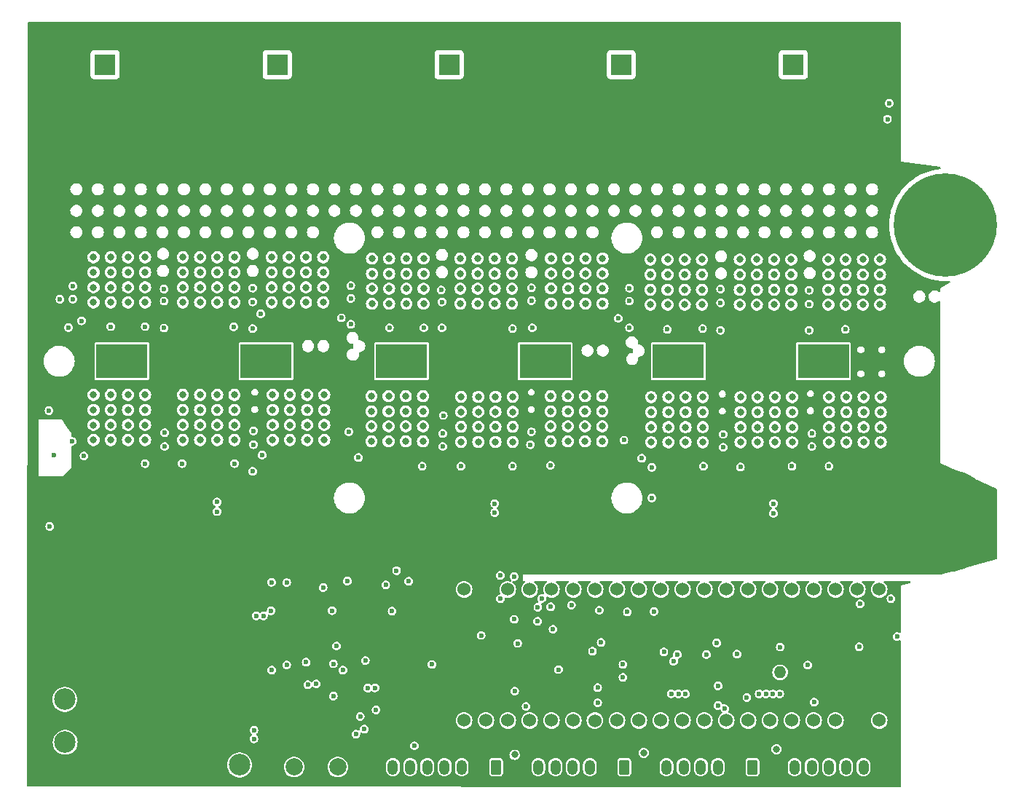
<source format=gbr>
%TF.GenerationSoftware,KiCad,Pcbnew,7.0.2-0*%
%TF.CreationDate,2023-08-29T20:24:27-04:00*%
%TF.ProjectId,MP2_DFN,4d50325f-4446-44e2-9e6b-696361645f70,rev?*%
%TF.SameCoordinates,Original*%
%TF.FileFunction,Copper,L2,Inr*%
%TF.FilePolarity,Positive*%
%FSLAX46Y46*%
G04 Gerber Fmt 4.6, Leading zero omitted, Abs format (unit mm)*
G04 Created by KiCad (PCBNEW 7.0.2-0) date 2023-08-29 20:24:27*
%MOMM*%
%LPD*%
G01*
G04 APERTURE LIST*
G04 Aperture macros list*
%AMRoundRect*
0 Rectangle with rounded corners*
0 $1 Rounding radius*
0 $2 $3 $4 $5 $6 $7 $8 $9 X,Y pos of 4 corners*
0 Add a 4 corners polygon primitive as box body*
4,1,4,$2,$3,$4,$5,$6,$7,$8,$9,$2,$3,0*
0 Add four circle primitives for the rounded corners*
1,1,$1+$1,$2,$3*
1,1,$1+$1,$4,$5*
1,1,$1+$1,$6,$7*
1,1,$1+$1,$8,$9*
0 Add four rect primitives between the rounded corners*
20,1,$1+$1,$2,$3,$4,$5,0*
20,1,$1+$1,$4,$5,$6,$7,0*
20,1,$1+$1,$6,$7,$8,$9,0*
20,1,$1+$1,$8,$9,$2,$3,0*%
G04 Aperture macros list end*
%TA.AperFunction,ComponentPad*%
%ADD10C,2.000000*%
%TD*%
%TA.AperFunction,ComponentPad*%
%ADD11C,0.800000*%
%TD*%
%TA.AperFunction,ComponentPad*%
%ADD12C,2.500000*%
%TD*%
%TA.AperFunction,ComponentPad*%
%ADD13RoundRect,0.250000X0.350000X0.625000X-0.350000X0.625000X-0.350000X-0.625000X0.350000X-0.625000X0*%
%TD*%
%TA.AperFunction,ComponentPad*%
%ADD14O,1.200000X1.750000*%
%TD*%
%TA.AperFunction,ComponentPad*%
%ADD15R,2.400000X2.400000*%
%TD*%
%TA.AperFunction,ComponentPad*%
%ADD16C,2.400000*%
%TD*%
%TA.AperFunction,ComponentPad*%
%ADD17C,3.000000*%
%TD*%
%TA.AperFunction,ComponentPad*%
%ADD18C,1.400000*%
%TD*%
%TA.AperFunction,ComponentPad*%
%ADD19O,1.400000X1.400000*%
%TD*%
%TA.AperFunction,ComponentPad*%
%ADD20C,1.524000*%
%TD*%
%TA.AperFunction,ComponentPad*%
%ADD21R,6.000000X4.000000*%
%TD*%
%TA.AperFunction,ViaPad*%
%ADD22C,0.600000*%
%TD*%
%TA.AperFunction,ViaPad*%
%ADD23C,0.800000*%
%TD*%
%TA.AperFunction,ViaPad*%
%ADD24C,12.000000*%
%TD*%
G04 APERTURE END LIST*
D10*
%TO.N,GND*%
%TO.C,TpGND1*%
X76750000Y-91030000D03*
%TD*%
D11*
%TO.N,VBAT*%
%TO.C,QA5*%
X76699000Y-60403300D03*
X76699000Y-62153300D03*
X76699000Y-63903300D03*
X76699000Y-65653300D03*
X78699000Y-60403300D03*
X78699000Y-62153300D03*
X78699000Y-63903300D03*
X78699000Y-65653300D03*
X80699000Y-60403300D03*
X80699000Y-62153300D03*
X80699000Y-63903300D03*
X80699000Y-65653300D03*
X82699000Y-60403300D03*
X82699000Y-62153300D03*
X82699000Y-63903300D03*
X82699000Y-65653300D03*
%TD*%
%TO.N,VBAT*%
%TO.C,QB3*%
X98637500Y-60557200D03*
X98637500Y-62307200D03*
X98637500Y-64057200D03*
X98637500Y-65807200D03*
X100637500Y-60557200D03*
X100637500Y-62307200D03*
X100637500Y-64057200D03*
X100637500Y-65807200D03*
X102637500Y-60557200D03*
X102637500Y-62307200D03*
X102637500Y-64057200D03*
X102637500Y-65807200D03*
X104637500Y-60557200D03*
X104637500Y-62307200D03*
X104637500Y-64057200D03*
X104637500Y-65807200D03*
%TD*%
%TO.N,VBAT*%
%TO.C,QC1*%
X120726000Y-60677800D03*
X120726000Y-62427800D03*
X120726000Y-64177800D03*
X120726000Y-65927800D03*
X122726000Y-60677800D03*
X122726000Y-62427800D03*
X122726000Y-64177800D03*
X122726000Y-65927800D03*
X124726000Y-60677800D03*
X124726000Y-62427800D03*
X124726000Y-64177800D03*
X124726000Y-65927800D03*
X126726000Y-60677800D03*
X126726000Y-62427800D03*
X126726000Y-64177800D03*
X126726000Y-65927800D03*
%TD*%
D12*
%TO.N,Net-(D7-A1)*%
%TO.C,U6*%
X52654000Y-111813260D03*
%TO.N,GND*%
X52654000Y-106733260D03*
X72974000Y-99113260D03*
%TO.N,V12V_safe*%
X72974000Y-119433260D03*
%TD*%
D11*
%TO.N,VBAT*%
%TO.C,QB1*%
X88359300Y-60565000D03*
X88359300Y-62315000D03*
X88359300Y-64065000D03*
X88359300Y-65815000D03*
X90359300Y-60565000D03*
X90359300Y-62315000D03*
X90359300Y-64065000D03*
X90359300Y-65815000D03*
X92359300Y-60565000D03*
X92359300Y-62315000D03*
X92359300Y-64065000D03*
X92359300Y-65815000D03*
X94359300Y-60565000D03*
X94359300Y-62315000D03*
X94359300Y-64065000D03*
X94359300Y-65815000D03*
%TD*%
%TO.N,DV3H_N*%
%TO.C,QC4*%
X131202600Y-76666400D03*
X131202600Y-78416400D03*
X131202600Y-80166400D03*
X131202600Y-81916400D03*
X133202600Y-76666400D03*
X133202600Y-78416400D03*
X133202600Y-80166400D03*
X133202600Y-81916400D03*
X135202600Y-76666400D03*
X135202600Y-78416400D03*
X135202600Y-80166400D03*
X135202600Y-81916400D03*
X137202600Y-76666400D03*
X137202600Y-78416400D03*
X137202600Y-80166400D03*
X137202600Y-81916400D03*
%TD*%
D13*
%TO.N,Net-(J4-Pin_1)*%
%TO.C,J4*%
X117700000Y-119700000D03*
D14*
%TO.N,GND*%
X115700000Y-119700000D03*
%TO.N,PB5 MOSI TIM3 CH2*%
X113700000Y-119700000D03*
%TO.N,PB4 MISO TIM3 CH1*%
X111700000Y-119700000D03*
%TO.N,PB3 SCK TIM2CH2*%
X109700000Y-119700000D03*
%TO.N,PA15 TIM2 CH1*%
X107700000Y-119700000D03*
%TD*%
D15*
%TO.N,VBAT*%
%TO.C,CR1*%
X57350000Y-38000000D03*
D16*
%TO.N,GND*%
X57350000Y-45500000D03*
%TD*%
D17*
%TO.N,GND*%
%TO.C,TpGND4*%
X72569000Y-106778260D03*
%TD*%
D11*
%TO.N,VBAT*%
%TO.C,QA3*%
X66377500Y-60403300D03*
X66377500Y-62153300D03*
X66377500Y-63903300D03*
X66377500Y-65653300D03*
X68377500Y-60403300D03*
X68377500Y-62153300D03*
X68377500Y-63903300D03*
X68377500Y-65653300D03*
X70377500Y-60403300D03*
X70377500Y-62153300D03*
X70377500Y-63903300D03*
X70377500Y-65653300D03*
X72377500Y-60403300D03*
X72377500Y-62153300D03*
X72377500Y-63903300D03*
X72377500Y-65653300D03*
%TD*%
D10*
%TO.N,GND*%
%TO.C,TpGND2*%
X109100000Y-91100000D03*
%TD*%
D11*
%TO.N,DV2H_N*%
%TO.C,QB4*%
X98724400Y-76626500D03*
X98724400Y-78376500D03*
X98724400Y-80126500D03*
X98724400Y-81876500D03*
X100724400Y-76626500D03*
X100724400Y-78376500D03*
X100724400Y-80126500D03*
X100724400Y-81876500D03*
X102724400Y-76626500D03*
X102724400Y-78376500D03*
X102724400Y-80126500D03*
X102724400Y-81876500D03*
X104724400Y-76626500D03*
X104724400Y-78376500D03*
X104724400Y-80126500D03*
X104724400Y-81876500D03*
%TD*%
D13*
%TO.N,Net-(J2-Pin_1)*%
%TO.C,J2*%
X132600000Y-119700000D03*
D14*
%TO.N,GND*%
X130600000Y-119700000D03*
%TO.N,PB9 DI2C1_SDA TIM4_CH4*%
X128600000Y-119700000D03*
%TO.N,PB8 DI2C1_SCL TIM4_CH3*%
X126600000Y-119700000D03*
%TO.N,PB7 D_UART1_RX I2C1_SDA TIM4_CH2*%
X124600000Y-119700000D03*
%TO.N,PB6 D_UART1_TX I2C1_SCL TIM4_CH1*%
X122600000Y-119700000D03*
%TD*%
D10*
%TO.N,V12V_safe*%
%TO.C,U7*%
X79320000Y-119675000D03*
%TO.N,GND*%
X81860000Y-119675000D03*
%TO.N,V5V*%
X84400000Y-119675000D03*
%TD*%
D13*
%TO.N,Net-(J1-Pin_1)*%
%TO.C,J1*%
X102800000Y-119700000D03*
D14*
%TO.N,GND*%
X100800000Y-119700000D03*
%TO.N,Net-(J1-Pin_3)*%
X98800000Y-119700000D03*
%TO.N,Net-(J1-Pin_4)*%
X96800000Y-119700000D03*
%TO.N,UART3RX_I2C2SDA_ADC12-15_F405*%
X94800000Y-119700000D03*
%TO.N,UART3TX_I2C2SCL_ADC12-14_F405*%
X92800000Y-119700000D03*
%TO.N,ADC12-5_SPI1SCK_TIM8CH1_F405*%
X90800000Y-119700000D03*
%TD*%
D11*
%TO.N,VBAT*%
%TO.C,QC3*%
X131114600Y-60677800D03*
X131114600Y-62427800D03*
X131114600Y-64177800D03*
X131114600Y-65927800D03*
X133114600Y-60677800D03*
X133114600Y-62427800D03*
X133114600Y-64177800D03*
X133114600Y-65927800D03*
X135114600Y-60677800D03*
X135114600Y-62427800D03*
X135114600Y-64177800D03*
X135114600Y-65927800D03*
X137114600Y-60677800D03*
X137114600Y-62427800D03*
X137114600Y-64177800D03*
X137114600Y-65927800D03*
%TD*%
D15*
%TO.N,VBAT*%
%TO.C,CR2*%
X77350000Y-38000000D03*
D16*
%TO.N,GND*%
X77350000Y-45500000D03*
%TD*%
D11*
%TO.N,VBAT*%
%TO.C,QC5*%
X141427000Y-60677800D03*
X141427000Y-62427800D03*
X141427000Y-64177800D03*
X141427000Y-65927800D03*
X143427000Y-60677800D03*
X143427000Y-62427800D03*
X143427000Y-64177800D03*
X143427000Y-65927800D03*
X145427000Y-60677800D03*
X145427000Y-62427800D03*
X145427000Y-64177800D03*
X145427000Y-65927800D03*
X147427000Y-60677800D03*
X147427000Y-62427800D03*
X147427000Y-64177800D03*
X147427000Y-65927800D03*
%TD*%
D15*
%TO.N,VBAT*%
%TO.C,CR3*%
X97350000Y-38000000D03*
D16*
%TO.N,GND*%
X97350000Y-45500000D03*
%TD*%
D11*
%TO.N,DV1H_N*%
%TO.C,QA2*%
X56003500Y-76405300D03*
X56003500Y-78155300D03*
X56003500Y-79905300D03*
X56003500Y-81655300D03*
X58003500Y-76405300D03*
X58003500Y-78155300D03*
X58003500Y-79905300D03*
X58003500Y-81655300D03*
X60003500Y-76405300D03*
X60003500Y-78155300D03*
X60003500Y-79905300D03*
X60003500Y-81655300D03*
X62003500Y-76405300D03*
X62003500Y-78155300D03*
X62003500Y-79905300D03*
X62003500Y-81655300D03*
%TD*%
D10*
%TO.N,GND*%
%TO.C,TpGND3*%
X141800000Y-90900000D03*
%TD*%
D11*
%TO.N,VBAT*%
%TO.C,QA1*%
X56003500Y-60403300D03*
X56003500Y-62153300D03*
X56003500Y-63903300D03*
X56003500Y-65653300D03*
X58003500Y-60403300D03*
X58003500Y-62153300D03*
X58003500Y-63903300D03*
X58003500Y-65653300D03*
X60003500Y-60403300D03*
X60003500Y-62153300D03*
X60003500Y-63903300D03*
X60003500Y-65653300D03*
X62003500Y-60403300D03*
X62003500Y-62153300D03*
X62003500Y-63903300D03*
X62003500Y-65653300D03*
%TD*%
D18*
%TO.N,GND*%
%TO.C,NTC1*%
X133914000Y-108678260D03*
D19*
%TO.N,FET_TEMP*%
X135814000Y-108678260D03*
%TD*%
D11*
%TO.N,DV1H_N*%
%TO.C,QA4*%
X66377500Y-76405300D03*
X66377500Y-78155300D03*
X66377500Y-79905300D03*
X66377500Y-81655300D03*
X68377500Y-76405300D03*
X68377500Y-78155300D03*
X68377500Y-79905300D03*
X68377500Y-81655300D03*
X70377500Y-76405300D03*
X70377500Y-78155300D03*
X70377500Y-79905300D03*
X70377500Y-81655300D03*
X72377500Y-76405300D03*
X72377500Y-78155300D03*
X72377500Y-79905300D03*
X72377500Y-81655300D03*
%TD*%
D20*
%TO.N,unconnected-(U5-VBAT-Pad1)*%
%TO.C,U5*%
X147329000Y-99028260D03*
%TO.N,HALL_A*%
X144789000Y-99028260D03*
%TO.N,HALL_B*%
X142249000Y-99028260D03*
%TO.N,HALL_C*%
X139709000Y-99028260D03*
%TO.N,Net-(U5-NRST)*%
X137169000Y-99028260D03*
%TO.N,A_THROTTLE*%
X134629000Y-99028260D03*
%TO.N,VSENSE*%
X132089000Y-99028260D03*
%TO.N,A_SHA_AMP*%
X129549000Y-99028260D03*
%TO.N,A_SHB_AMP*%
X127009000Y-99028260D03*
%TO.N,A_SHC_AMP*%
X124469000Y-99028260D03*
%TO.N,A_PHA_VSENSE*%
X121929000Y-99028260D03*
%TO.N,A_PHB_VSENSE*%
X119389000Y-99028260D03*
%TO.N,MOTOR_TEMP*%
X116849000Y-99028260D03*
%TO.N,A_PHC_VSENSE*%
X114309000Y-99028260D03*
%TO.N,FET_TEMP*%
X111769000Y-99028260D03*
%TO.N,ADC12-6_SPI1MISO_TIM13CH1_F405*%
X109229000Y-99028260D03*
%TO.N,Net-(U5-PB10)*%
X106689000Y-99028260D03*
%TO.N,V3V3*%
X104149000Y-99028260D03*
%TO.N,GND*%
X101609000Y-99028260D03*
%TO.N,unconnected-(U5-5V-Pad20)*%
X99069000Y-99028260D03*
%TO.N,A_OVERLIMIT*%
X99069000Y-114268260D03*
%TO.N,_LIN_A*%
X101609000Y-114268260D03*
%TO.N,_LIN_B*%
X104149000Y-114268260D03*
%TO.N,_LIN_C*%
X106689000Y-114268260D03*
%TO.N,_HIN_A*%
X109229000Y-114268260D03*
%TO.N,_HIN_B*%
X111769000Y-114268260D03*
%TO.N,_HIN_C*%
X114285395Y-114278253D03*
%TO.N,Net-(U5-PA11)*%
X116849000Y-114268260D03*
%TO.N,Net-(U5-PA12)*%
X119389000Y-114268260D03*
%TO.N,Net-(RN2-R4.1)*%
X121929000Y-114268260D03*
%TO.N,Net-(RN2-R3.1)*%
X124469000Y-114268260D03*
%TO.N,Net-(RN2-R2.1)*%
X127009000Y-114268260D03*
%TO.N,Net-(RN2-R1.1)*%
X129549000Y-114268260D03*
%TO.N,Net-(RN3-R4.1)*%
X132089000Y-114268260D03*
%TO.N,Net-(RN3-R3.1)*%
X134629000Y-114268260D03*
%TO.N,Net-(RN3-R2.1)*%
X137169000Y-114268260D03*
%TO.N,Net-(RN3-R1.1)*%
X139709000Y-114268260D03*
%TO.N,V5V*%
X142249000Y-114268260D03*
%TO.N,GND*%
X144789000Y-114268260D03*
%TO.N,V3V3*%
X147329000Y-114268260D03*
%TD*%
D11*
%TO.N,VBAT*%
%TO.C,QB5*%
X109175600Y-60541400D03*
X109175600Y-62291400D03*
X109175600Y-64041400D03*
X109175600Y-65791400D03*
X111175600Y-60541400D03*
X111175600Y-62291400D03*
X111175600Y-64041400D03*
X111175600Y-65791400D03*
X113175600Y-60541400D03*
X113175600Y-62291400D03*
X113175600Y-64041400D03*
X113175600Y-65791400D03*
X115175600Y-60541400D03*
X115175600Y-62291400D03*
X115175600Y-64041400D03*
X115175600Y-65791400D03*
%TD*%
%TO.N,DV2H_N*%
%TO.C,QB6*%
X109133700Y-76567000D03*
X109133700Y-78317000D03*
X109133700Y-80067000D03*
X109133700Y-81817000D03*
X111133700Y-76567000D03*
X111133700Y-78317000D03*
X111133700Y-80067000D03*
X111133700Y-81817000D03*
X113133700Y-76567000D03*
X113133700Y-78317000D03*
X113133700Y-80067000D03*
X113133700Y-81817000D03*
X115133700Y-76567000D03*
X115133700Y-78317000D03*
X115133700Y-80067000D03*
X115133700Y-81817000D03*
%TD*%
%TO.N,DV1H_N*%
%TO.C,QA6*%
X76831500Y-76405300D03*
X76831500Y-78155300D03*
X76831500Y-79905300D03*
X76831500Y-81655300D03*
X78831500Y-76405300D03*
X78831500Y-78155300D03*
X78831500Y-79905300D03*
X78831500Y-81655300D03*
X80831500Y-76405300D03*
X80831500Y-78155300D03*
X80831500Y-79905300D03*
X80831500Y-81655300D03*
X82831500Y-76405300D03*
X82831500Y-78155300D03*
X82831500Y-79905300D03*
X82831500Y-81655300D03*
%TD*%
%TO.N,DV2H_N*%
%TO.C,QB2*%
X88296800Y-76567000D03*
X88296800Y-78317000D03*
X88296800Y-80067000D03*
X88296800Y-81817000D03*
X90296800Y-76567000D03*
X90296800Y-78317000D03*
X90296800Y-80067000D03*
X90296800Y-81817000D03*
X92296800Y-76567000D03*
X92296800Y-78317000D03*
X92296800Y-80067000D03*
X92296800Y-81817000D03*
X94296800Y-76567000D03*
X94296800Y-78317000D03*
X94296800Y-80067000D03*
X94296800Y-81817000D03*
%TD*%
%TO.N,DV3H_N*%
%TO.C,QC2*%
X120825800Y-76666400D03*
X120825800Y-78416400D03*
X120825800Y-80166400D03*
X120825800Y-81916400D03*
X122825800Y-76666400D03*
X122825800Y-78416400D03*
X122825800Y-80166400D03*
X122825800Y-81916400D03*
X124825800Y-76666400D03*
X124825800Y-78416400D03*
X124825800Y-80166400D03*
X124825800Y-81916400D03*
X126825800Y-76666400D03*
X126825800Y-78416400D03*
X126825800Y-80166400D03*
X126825800Y-81916400D03*
%TD*%
D13*
%TO.N,GND*%
%TO.C,J3*%
X147500000Y-119700000D03*
D14*
%TO.N,Net-(J3-Pin_2)*%
X145500000Y-119700000D03*
%TO.N,Net-(J3-Pin_3)*%
X143500000Y-119700000D03*
%TO.N,Net-(J3-Pin_4)*%
X141500000Y-119700000D03*
%TO.N,Net-(J3-Pin_5)*%
X139500000Y-119700000D03*
%TO.N,V5V*%
X137500000Y-119700000D03*
%TD*%
D15*
%TO.N,VBAT*%
%TO.C,CR5*%
X137350000Y-38000000D03*
D16*
%TO.N,GND*%
X137350000Y-45500000D03*
%TD*%
D11*
%TO.N,DV3H_N*%
%TO.C,QC6*%
X141508000Y-76666400D03*
X141508000Y-78416400D03*
X141508000Y-80166400D03*
X141508000Y-81916400D03*
X143508000Y-76666400D03*
X143508000Y-78416400D03*
X143508000Y-80166400D03*
X143508000Y-81916400D03*
X145508000Y-76666400D03*
X145508000Y-78416400D03*
X145508000Y-80166400D03*
X145508000Y-81916400D03*
X147508000Y-76666400D03*
X147508000Y-78416400D03*
X147508000Y-80166400D03*
X147508000Y-81916400D03*
%TD*%
D15*
%TO.N,VBAT*%
%TO.C,CR4*%
X117350000Y-38000000D03*
D16*
%TO.N,GND*%
X117350000Y-45500000D03*
%TD*%
D12*
%TO.N,V12V_safe*%
%TO.C,Tp12V1*%
X52700000Y-116800000D03*
%TD*%
D21*
%TO.N,DV1H_N*%
%TO.C,PHA_1*%
X59290000Y-72500000D03*
%TD*%
%TO.N,DV2H_N*%
%TO.C,PHB_2*%
X108500000Y-72500000D03*
%TD*%
%TO.N,DV3H_N*%
%TO.C,PHC_2*%
X140850000Y-72500000D03*
%TD*%
%TO.N,DV3H_N*%
%TO.C,PHC_1*%
X123983100Y-72500000D03*
%TD*%
%TO.N,DV2H_N*%
%TO.C,PHB_1*%
X91802000Y-72500000D03*
%TD*%
%TO.N,DV1H_N*%
%TO.C,PHA_2*%
X76054000Y-72500000D03*
%TD*%
D22*
%TO.N,V12V*%
X84250000Y-105600500D03*
X83875000Y-111425000D03*
%TO.N,VSENSE2*%
X149400000Y-104500000D03*
X104950000Y-110849500D03*
X123850000Y-106600000D03*
X148500000Y-42500000D03*
X130800000Y-106550000D03*
X145000000Y-105700000D03*
X127250000Y-106600000D03*
%TO.N,V3V3*%
X110050000Y-108350000D03*
D23*
X104950000Y-118250498D03*
X135400000Y-117600000D03*
D22*
X117550000Y-109250000D03*
X139019000Y-107828260D03*
D23*
X119950000Y-118025000D03*
D22*
X117550000Y-107750000D03*
%TO.N,A_SHA_V+*%
X114600000Y-110450000D03*
X75750000Y-102100000D03*
X70365500Y-88861800D03*
%TO.N,GND*%
X138100000Y-100700000D03*
X130825000Y-116025000D03*
X122598907Y-110570775D03*
D23*
X131000000Y-92000000D03*
X58561200Y-96000000D03*
X120000000Y-96012000D03*
D22*
X81650000Y-117275000D03*
D23*
X56561200Y-96000000D03*
X129000000Y-94000000D03*
X63300000Y-50500000D03*
X93000000Y-92000000D03*
X58561200Y-92000000D03*
X145300000Y-91900000D03*
X114000000Y-96012000D03*
X118000000Y-96012000D03*
X80880000Y-73662000D03*
X70561200Y-92000000D03*
X60561200Y-96000000D03*
D22*
X58150000Y-117075000D03*
X123075000Y-109500000D03*
D23*
X81800000Y-96000000D03*
D22*
X137750000Y-111600000D03*
D23*
X124300000Y-50500000D03*
D22*
X148600000Y-107550000D03*
X144050000Y-107550000D03*
D23*
X93000000Y-94000000D03*
X137750000Y-94000000D03*
X127900000Y-50500000D03*
X106900000Y-50500000D03*
D22*
X99825000Y-108675000D03*
D23*
X101600000Y-95758000D03*
D22*
X73300000Y-109900000D03*
X86100000Y-107000000D03*
D23*
X51204800Y-51500000D03*
D22*
X137150000Y-103500000D03*
D23*
X124000000Y-96012000D03*
X145750000Y-96000000D03*
X128000000Y-96012000D03*
X66561200Y-96000000D03*
D22*
X89050000Y-118800000D03*
X67900000Y-103100000D03*
D23*
X88700000Y-50500000D03*
X143900000Y-50500000D03*
D22*
X61150000Y-117025000D03*
X145600000Y-107550000D03*
D23*
X121000000Y-94000000D03*
X141750000Y-96000000D03*
D22*
X120400000Y-105000000D03*
X144400000Y-102375000D03*
D23*
X79725000Y-89950000D03*
X151158000Y-83972400D03*
X70561200Y-94000000D03*
X68561200Y-96000000D03*
X81800000Y-74600000D03*
X152050000Y-80350000D03*
X90805000Y-92107000D03*
X103300000Y-50500000D03*
D22*
X96600500Y-103975000D03*
D23*
X65100000Y-50500000D03*
X152550000Y-69450000D03*
X145700000Y-50500000D03*
X151872000Y-67900000D03*
X62561200Y-96000000D03*
X68700000Y-50500000D03*
D22*
X62100000Y-110300000D03*
D23*
X87000000Y-92000000D03*
D22*
X72069000Y-112228260D03*
D23*
X108700000Y-50500000D03*
X150300000Y-78350000D03*
D22*
X88900000Y-104500000D03*
X98800000Y-109950000D03*
X105350000Y-113350000D03*
X82610000Y-109385000D03*
D23*
X135000000Y-94000000D03*
D22*
X129089325Y-104770440D03*
D23*
X64561200Y-96000000D03*
X123000000Y-94000000D03*
D22*
X56700000Y-108475000D03*
X80350000Y-110875000D03*
D23*
X72644000Y-94012000D03*
D22*
X73300000Y-111500000D03*
D23*
X90500000Y-50500000D03*
D22*
X147050000Y-107550000D03*
D23*
X139750000Y-94000000D03*
D22*
X68000000Y-115850000D03*
X76700000Y-116800000D03*
X130919000Y-107478260D03*
X134800000Y-104500000D03*
D23*
X66561200Y-92000000D03*
D22*
X89100000Y-117250000D03*
D23*
X135000000Y-92000000D03*
D22*
X65375000Y-112400000D03*
D23*
X83300000Y-50500000D03*
D22*
X128100000Y-100850000D03*
X82100000Y-104500000D03*
X140950000Y-107850000D03*
D23*
X116000000Y-96012000D03*
X90840000Y-114200000D03*
D22*
X69700000Y-117550000D03*
D23*
X115000000Y-94000000D03*
X81000000Y-90000000D03*
X95000000Y-94000000D03*
D22*
X93500000Y-107700000D03*
X76700000Y-113800000D03*
D23*
X58561200Y-94000000D03*
X99568000Y-93758000D03*
X85700000Y-73125000D03*
X145750000Y-94000000D03*
D22*
X52480000Y-76500000D03*
X131500000Y-100750000D03*
X138600000Y-104700000D03*
X118600000Y-109100000D03*
D23*
X117000000Y-94000000D03*
D22*
X54850000Y-102225000D03*
D23*
X127000000Y-94000000D03*
D22*
X107000000Y-107649500D03*
D23*
X97000000Y-92000000D03*
D22*
X140300000Y-100500000D03*
X54300000Y-100550000D03*
D23*
X115915000Y-73696100D03*
D22*
X61419000Y-100978260D03*
X99250500Y-105675000D03*
D23*
X81800000Y-94000000D03*
D22*
X143000000Y-102800000D03*
X118950000Y-105400000D03*
X59325000Y-108625000D03*
D23*
X56561200Y-94000000D03*
X153800000Y-80350000D03*
D22*
X96350000Y-105175000D03*
X116875000Y-102725000D03*
D23*
X85000000Y-92000000D03*
D22*
X124250000Y-109550498D03*
X137160000Y-115750000D03*
X111850000Y-107925000D03*
X124750000Y-107350000D03*
X56900000Y-99625000D03*
X120500000Y-102074500D03*
X139817023Y-112926319D03*
D23*
X126100000Y-50500000D03*
X152050000Y-76350000D03*
D22*
X54300000Y-75430000D03*
D23*
X110500000Y-50500000D03*
X85000000Y-96000000D03*
D22*
X98100000Y-107900000D03*
D23*
X108204000Y-96012000D03*
X110000000Y-96012000D03*
X153800000Y-76350000D03*
D22*
X78930000Y-109865000D03*
X96650000Y-77100000D03*
D23*
X53004800Y-51500000D03*
D22*
X100857789Y-103076987D03*
D23*
X113000000Y-94000000D03*
X86900000Y-50500000D03*
D22*
X148650000Y-103450000D03*
X136559958Y-111061687D03*
X77400000Y-109800000D03*
X53669000Y-120878260D03*
X69600000Y-114350000D03*
D23*
X86722000Y-73662000D03*
D22*
X121100000Y-107900000D03*
X105400000Y-109800000D03*
D23*
X95000000Y-92000000D03*
D22*
X144800000Y-115600000D03*
D23*
X143750000Y-96000000D03*
X72644000Y-92012000D03*
X139750000Y-96000000D03*
D22*
X128150000Y-116000000D03*
X74475000Y-121225000D03*
D23*
X97000000Y-94000000D03*
X122000000Y-96012000D03*
X99568000Y-91758000D03*
X102500000Y-91707200D03*
X66561200Y-94000000D03*
X152908000Y-83972400D03*
D22*
X142300000Y-100600000D03*
D23*
X70500000Y-50500000D03*
X60561200Y-92000000D03*
X93000000Y-96000000D03*
X115915000Y-74966100D03*
X117375000Y-92075000D03*
X76400000Y-94000000D03*
X152050000Y-82350000D03*
D22*
X53670000Y-76480000D03*
D23*
X81000000Y-92000000D03*
X130000000Y-96012000D03*
X117887100Y-74260500D03*
X111000000Y-94000000D03*
X150300000Y-76350000D03*
D22*
X97225000Y-113650000D03*
X135450000Y-102700000D03*
D23*
X150300000Y-80350000D03*
X119411100Y-74260500D03*
X101600000Y-93758000D03*
D22*
X120650000Y-113350000D03*
X86275000Y-109150000D03*
D23*
X68561200Y-92000000D03*
X131000000Y-94000000D03*
D22*
X147150000Y-103450000D03*
D23*
X62561200Y-94000000D03*
X125000000Y-92000000D03*
X76400000Y-96000000D03*
D22*
X113600000Y-102900000D03*
D23*
X143750000Y-94000000D03*
X107000000Y-94000000D03*
X133000000Y-94000000D03*
X150876000Y-70358000D03*
X66900000Y-50500000D03*
D22*
X66800000Y-107275000D03*
D23*
X119411100Y-75276500D03*
X137750000Y-92000000D03*
X126000000Y-96012000D03*
D24*
X155000000Y-91000000D03*
D23*
X109000000Y-94000000D03*
X64561200Y-92000000D03*
X62561200Y-92000000D03*
X104089200Y-93707200D03*
D22*
X124723911Y-100726089D03*
D23*
X129700000Y-50500000D03*
D22*
X119125000Y-102225000D03*
D23*
X113138000Y-74173100D03*
D22*
X145650000Y-103450000D03*
D23*
X89400000Y-114200000D03*
D22*
X93700000Y-109525000D03*
X105100000Y-108200000D03*
D23*
X153822400Y-70408800D03*
D22*
X85850000Y-75350000D03*
D23*
X152050000Y-78350000D03*
X68561200Y-94000000D03*
D22*
X55500000Y-116150000D03*
X137819000Y-121278260D03*
D23*
X153800000Y-78350000D03*
X56561200Y-92000000D03*
D22*
X61969000Y-105928260D03*
X66050000Y-117025000D03*
D23*
X85000000Y-94000000D03*
D22*
X80000000Y-117300000D03*
X98600000Y-103500000D03*
D23*
X82658000Y-73662000D03*
D22*
X147350000Y-115650000D03*
X112626089Y-107873911D03*
D23*
X70561200Y-96000000D03*
X132000000Y-96012000D03*
D22*
X62425000Y-113900000D03*
D23*
X90805000Y-94107000D03*
X72644000Y-96012000D03*
X112000000Y-96012000D03*
D22*
X107100000Y-109900000D03*
X113269000Y-99778260D03*
X114642844Y-111254978D03*
D23*
X60561200Y-94000000D03*
D22*
X142675000Y-107975000D03*
D23*
X114916000Y-74173100D03*
D22*
X139650000Y-115700000D03*
X126172012Y-109274190D03*
D23*
X119000000Y-94000000D03*
X87000000Y-94000000D03*
X64561200Y-94000000D03*
D22*
X67500000Y-99275000D03*
D23*
X129000000Y-92000000D03*
X147500000Y-50500000D03*
D22*
X115600000Y-99750000D03*
X132750000Y-103675000D03*
D23*
X105100000Y-50500000D03*
D22*
X79300000Y-107100000D03*
D23*
X137750000Y-96000000D03*
X115000000Y-92000000D03*
X131500000Y-50500000D03*
D22*
X52650000Y-99475000D03*
D23*
X112700000Y-91800000D03*
X85100000Y-50500000D03*
X117887100Y-75276500D03*
D22*
X111400000Y-103100000D03*
D23*
X99568000Y-95758000D03*
D22*
X94193936Y-114730271D03*
X147869000Y-109928260D03*
X110550000Y-113450000D03*
D23*
X153650000Y-67900000D03*
X135001000Y-96012000D03*
X104089200Y-95707200D03*
D22*
X121250000Y-111400000D03*
X89650000Y-109675000D03*
D23*
X120200000Y-92050000D03*
X49404800Y-51500000D03*
X125000000Y-94000000D03*
D22*
X127850000Y-109175000D03*
X64050000Y-103050000D03*
D23*
X141750000Y-94000000D03*
X153800000Y-82350000D03*
X150300000Y-82350000D03*
D22*
X126729690Y-107207028D03*
X142550000Y-116328260D03*
D23*
X95000000Y-96000000D03*
D22*
X76050000Y-110925000D03*
%TO.N,A_SHA_V-*%
X114600000Y-112200000D03*
X70365500Y-89979300D03*
X74900000Y-102100000D03*
%TO.N,Net-(D7-A1)*%
X50908000Y-91699100D03*
X51391000Y-83402000D03*
%TO.N,A_SHB_V+*%
X103300000Y-100100000D03*
X115000000Y-105200000D03*
X102641100Y-89045100D03*
X103286500Y-97400000D03*
%TO.N,A_SHC_V+*%
X107650000Y-101100000D03*
X135050000Y-89050000D03*
X104902000Y-97536000D03*
%TO.N,A_SHB_V-*%
X114000000Y-106200000D03*
X102641100Y-90086500D03*
%TO.N,A_SHC_V-*%
X109150000Y-101050000D03*
X135050800Y-90173900D03*
D24*
%TO.N,VBAT*%
X155000000Y-56650000D03*
D22*
%TO.N,Net-(J1-Pin_3)*%
X129369000Y-112878260D03*
%TO.N,Net-(J1-Pin_4)*%
X128599500Y-112523264D03*
%TO.N,A_PHA_VSENSE*%
X121150000Y-101600000D03*
X76687500Y-98200000D03*
%TO.N,FET_TEMP*%
X108100000Y-100090260D03*
X96650000Y-78800000D03*
X135825000Y-105725500D03*
X91225000Y-96850000D03*
%TO.N,A_PHB_VSENSE*%
X118050000Y-101650000D03*
X82687500Y-98812500D03*
%TO.N,A_PHC_VSENSE*%
X89975000Y-98500000D03*
X114800000Y-101450000D03*
%TO.N,LIN_A*%
X81900000Y-110000000D03*
X78454500Y-107800500D03*
%TO.N,LIN_B*%
X88725000Y-110475000D03*
X84990000Y-108400000D03*
%TO.N,HIN_A*%
X76714000Y-108400000D03*
X80900000Y-110100000D03*
%TO.N,HIN_B*%
X87900000Y-110500000D03*
X83875000Y-107675000D03*
%TO.N,Net-(R32-Pad2)*%
X109425000Y-103650500D03*
X101050000Y-104375000D03*
%TO.N,Net-(D7-A1)*%
X50825000Y-78225000D03*
X52100000Y-65287500D03*
%TO.N,MOTOR_TEMP*%
X139769000Y-112128260D03*
X128450000Y-105250511D03*
X128599500Y-110238992D03*
%TO.N,Net-(U4C-+)*%
X104910421Y-102499500D03*
X107625000Y-102725000D03*
%TO.N,Net-(RN2-R2.1)*%
X124796768Y-111173384D03*
%TO.N,Net-(RN2-R3.1)*%
X123996656Y-111173606D03*
%TO.N,Net-(RN2-R4.1)*%
X123150000Y-111150000D03*
%TO.N,VSENSE*%
X148291600Y-44349000D03*
X148700000Y-100100000D03*
X145100000Y-100700000D03*
%TO.N,DVRL1*%
X75600000Y-83400000D03*
X54890000Y-83500000D03*
X80716989Y-107483011D03*
%TO.N,DVRL2*%
X87600000Y-107300000D03*
X86800000Y-83700000D03*
%TO.N,Net-(CGS1-Pad2)*%
X53086000Y-68580000D03*
X53594000Y-63754000D03*
%TO.N,Net-(CGS2-Pad2)*%
X64200000Y-65500000D03*
X64205000Y-68633800D03*
%TO.N,Net-(RN3-R1.1)*%
X135769000Y-111178260D03*
%TO.N,Net-(RN3-R2.1)*%
X134969000Y-111178260D03*
%TO.N,ADC12-5_SPI1SCK_TIM8CH1_F405*%
X106275000Y-112625000D03*
X93300000Y-117200000D03*
X105300000Y-105300000D03*
%TO.N,ADC12-6_SPI1MISO_TIM13CH1_F405*%
X131950000Y-111600000D03*
X111550000Y-100850000D03*
X122300000Y-106300000D03*
X123423911Y-107373911D03*
%TO.N,Net-(RN3-R3.1)*%
X134169000Y-111178260D03*
%TO.N,Net-(RN3-R4.1)*%
X133369000Y-111178260D03*
%TO.N,Net-(CGS3-Pad2)*%
X74500000Y-68700000D03*
X74500000Y-65600000D03*
%TO.N,Net-(CGS4-Pad2)*%
X85900000Y-65200000D03*
X85900000Y-68200000D03*
%TO.N,Net-(CGS5-Pad2)*%
X96500000Y-68600000D03*
X96500000Y-65600000D03*
%TO.N,Net-(CGS6-Pad2)*%
X107000000Y-68600000D03*
X106900000Y-65450000D03*
%TO.N,Net-(CGS7-Pad2)*%
X118300000Y-68600000D03*
X118300000Y-65500000D03*
%TO.N,_HIN_A*%
X86500000Y-115850000D03*
%TO.N,_LIN_A*%
X87475000Y-115275000D03*
%TO.N,_HIN_B*%
X87000000Y-113800000D03*
%TO.N,_LIN_B*%
X88850000Y-113025000D03*
%TO.N,Net-(CGS8-Pad2)*%
X128900000Y-65700000D03*
X128900000Y-68900000D03*
%TO.N,Net-(CGS9-Pad2)*%
X139200000Y-65850000D03*
X139200000Y-68900000D03*
%TO.N,DVRL3*%
X95350000Y-107750000D03*
X119730000Y-83780000D03*
%TO.N,Net-(CGS10-Pad2)*%
X64262000Y-80800000D03*
X72400000Y-84400000D03*
X74600000Y-80600000D03*
X62000000Y-84400000D03*
%TO.N,Net-(CGS11-Pad1)*%
X66300000Y-84400000D03*
X64262000Y-82400000D03*
%TO.N,Net-(CGS12-Pad1)*%
X74600000Y-82200000D03*
X74500000Y-85300000D03*
%TO.N,Net-(CGS13-Pad2)*%
X106800000Y-82200000D03*
X96600000Y-82400000D03*
X104700000Y-84700000D03*
X94200000Y-84700000D03*
%TO.N,Net-(CGS14-Pad1)*%
X98700000Y-84700000D03*
X96600000Y-80900000D03*
%TO.N,Net-(CGS15-Pad1)*%
X109100000Y-84600000D03*
X106900000Y-80700000D03*
%TO.N,Net-(CGS16-Pad1)*%
X120904000Y-84836000D03*
X120904000Y-88392000D03*
%TO.N,Net-(CGS16-Pad2)*%
X129200000Y-81000000D03*
X139500000Y-80900000D03*
X126900000Y-84700000D03*
X137200000Y-84700000D03*
%TO.N,Net-(CGS17-Pad1)*%
X129200000Y-82500000D03*
X131200000Y-84800000D03*
%TO.N,Net-(CGS18-Pad1)*%
X139500000Y-82400000D03*
X141500000Y-84700000D03*
%TO.N,DV1H_N*%
X58003500Y-68473300D03*
X53500000Y-81800000D03*
X53594000Y-65278000D03*
X72300000Y-68500000D03*
X62003500Y-68469300D03*
X74500000Y-64000000D03*
X78450000Y-98225000D03*
X64200000Y-64100000D03*
%TO.N,DV2H_N*%
X85670000Y-80702500D03*
X94400000Y-68600000D03*
X85500000Y-98050000D03*
X85900000Y-63700000D03*
X90400000Y-68600000D03*
X104700000Y-68700000D03*
X106900000Y-63950000D03*
X96400000Y-64200000D03*
%TO.N,DV3H_N*%
X143400000Y-68800000D03*
X117650000Y-81675000D03*
X128900000Y-64100000D03*
X122700000Y-68800000D03*
X92625000Y-98075000D03*
X126800000Y-68700000D03*
X139200000Y-64250000D03*
X118300000Y-64000000D03*
%TO.N,DV1H_P*%
X76650000Y-101500000D03*
X75438000Y-66980450D03*
X54600000Y-67800000D03*
%TO.N,DV2H_P*%
X83725000Y-101500000D03*
X84800000Y-67450000D03*
%TO.N,DV3H_P*%
X90700000Y-101550000D03*
X117000000Y-67500000D03*
%TO.N,V12V_safe*%
X74650000Y-115400000D03*
X74650000Y-116400000D03*
%TD*%
%TA.AperFunction,Conductor*%
%TO.N,GND*%
G36*
X149802110Y-33040007D02*
G01*
X149848608Y-33093658D01*
X149860000Y-33146012D01*
X149860000Y-49276000D01*
X154404078Y-49925154D01*
X154468683Y-49954588D01*
X154507121Y-50014280D01*
X154507185Y-50085276D01*
X154468855Y-50145037D01*
X154404301Y-50174588D01*
X154401067Y-50175014D01*
X153984765Y-50224287D01*
X153984745Y-50224290D01*
X153982313Y-50224578D01*
X153979904Y-50225057D01*
X153979886Y-50225060D01*
X153483747Y-50323748D01*
X153483731Y-50323751D01*
X153481317Y-50324232D01*
X153478940Y-50324902D01*
X153478929Y-50324905D01*
X152992074Y-50462213D01*
X152992068Y-50462214D01*
X152989685Y-50462887D01*
X152987376Y-50463738D01*
X152987357Y-50463745D01*
X152512758Y-50638834D01*
X152512748Y-50638837D01*
X152510447Y-50639687D01*
X152508212Y-50640717D01*
X152508208Y-50640719D01*
X152048799Y-50852509D01*
X152048780Y-50852518D01*
X152046558Y-50853543D01*
X152044418Y-50854740D01*
X152044409Y-50854746D01*
X151603029Y-51101930D01*
X151603013Y-51101939D01*
X151600877Y-51103136D01*
X151598835Y-51104500D01*
X151598821Y-51104509D01*
X151178219Y-51385547D01*
X151176154Y-51386927D01*
X151174212Y-51388457D01*
X151174205Y-51388463D01*
X150776953Y-51701631D01*
X150775005Y-51703167D01*
X150773190Y-51704844D01*
X150773185Y-51704849D01*
X150401704Y-52048243D01*
X150401691Y-52048255D01*
X150399906Y-52049906D01*
X150398255Y-52051691D01*
X150398243Y-52051704D01*
X150286978Y-52172070D01*
X150053167Y-52425005D01*
X150051635Y-52426948D01*
X150051631Y-52426953D01*
X149751807Y-52807279D01*
X149736927Y-52826154D01*
X149735549Y-52828215D01*
X149735547Y-52828219D01*
X149454509Y-53248821D01*
X149454500Y-53248835D01*
X149453136Y-53250877D01*
X149451939Y-53253013D01*
X149451930Y-53253029D01*
X149204746Y-53694409D01*
X149203543Y-53696558D01*
X149202518Y-53698780D01*
X149202509Y-53698799D01*
X148990719Y-54158208D01*
X148989687Y-54160447D01*
X148988837Y-54162748D01*
X148988834Y-54162758D01*
X148813745Y-54637357D01*
X148813738Y-54637376D01*
X148812887Y-54639685D01*
X148812214Y-54642068D01*
X148812213Y-54642074D01*
X148711268Y-54999999D01*
X148674232Y-55131317D01*
X148673751Y-55133731D01*
X148673748Y-55133747D01*
X148575060Y-55629886D01*
X148575057Y-55629904D01*
X148574578Y-55632313D01*
X148574290Y-55634741D01*
X148574287Y-55634764D01*
X148566507Y-55700500D01*
X148514538Y-56139583D01*
X148514441Y-56142030D01*
X148514440Y-56142054D01*
X148500956Y-56485262D01*
X148494484Y-56650000D01*
X148494581Y-56652468D01*
X148514440Y-57157945D01*
X148514441Y-57157967D01*
X148514538Y-57160417D01*
X148514827Y-57162861D01*
X148514828Y-57162870D01*
X148574287Y-57665235D01*
X148574290Y-57665254D01*
X148574578Y-57667687D01*
X148575057Y-57670099D01*
X148575060Y-57670113D01*
X148672463Y-58159790D01*
X148674232Y-58168683D01*
X148812887Y-58660315D01*
X148813741Y-58662631D01*
X148813745Y-58662642D01*
X148983662Y-59123222D01*
X148989687Y-59139553D01*
X149035878Y-59239748D01*
X149201725Y-59599500D01*
X149203543Y-59603442D01*
X149204746Y-59605590D01*
X149384339Y-59926278D01*
X149453136Y-60049123D01*
X149454507Y-60051176D01*
X149454509Y-60051178D01*
X149507930Y-60131128D01*
X149736927Y-60473846D01*
X150053167Y-60874995D01*
X150399906Y-61250094D01*
X150775005Y-61596833D01*
X151176154Y-61913073D01*
X151600877Y-62196864D01*
X152046558Y-62446457D01*
X152510447Y-62660313D01*
X152989685Y-62837113D01*
X153481317Y-62975768D01*
X153982313Y-63075422D01*
X154489583Y-63135462D01*
X155000000Y-63155516D01*
X155453071Y-63137715D01*
X155521925Y-63155027D01*
X155570488Y-63206816D01*
X155583343Y-63276640D01*
X155556408Y-63342328D01*
X155521506Y-63372454D01*
X154432000Y-64007999D01*
X154432000Y-64343461D01*
X154411998Y-64411582D01*
X154358342Y-64458075D01*
X154288068Y-64468179D01*
X154223488Y-64438685D01*
X154222447Y-64437774D01*
X154177852Y-64398266D01*
X154027225Y-64319210D01*
X153862056Y-64278500D01*
X153691944Y-64278500D01*
X153526775Y-64319210D01*
X153406866Y-64382144D01*
X153376148Y-64398266D01*
X153248816Y-64511072D01*
X153152181Y-64651070D01*
X153091859Y-64810128D01*
X153071355Y-64978999D01*
X153091859Y-65147871D01*
X153152181Y-65306929D01*
X153179890Y-65347072D01*
X153248817Y-65446929D01*
X153376148Y-65559734D01*
X153526775Y-65638790D01*
X153691944Y-65679500D01*
X153691946Y-65679500D01*
X153862054Y-65679500D01*
X153862056Y-65679500D01*
X154027225Y-65638790D01*
X154177852Y-65559734D01*
X154222449Y-65520224D01*
X154286699Y-65490025D01*
X154357080Y-65499356D01*
X154411243Y-65545256D01*
X154431992Y-65613153D01*
X154432000Y-65614538D01*
X154432000Y-84328000D01*
X160962803Y-87342216D01*
X161016270Y-87388923D01*
X161036000Y-87456618D01*
X161036000Y-95407761D01*
X161015998Y-95475882D01*
X160962342Y-95522375D01*
X160943153Y-95529321D01*
X154532945Y-97277560D01*
X154499792Y-97282000D01*
X105893999Y-97282000D01*
X105918999Y-98028259D01*
X105919000Y-98028260D01*
X105919001Y-98028260D01*
X106038159Y-98028260D01*
X106106280Y-98048262D01*
X106152773Y-98101918D01*
X106162877Y-98172192D01*
X106133383Y-98236772D01*
X106118093Y-98251659D01*
X106005116Y-98344376D01*
X105884837Y-98490936D01*
X105795464Y-98658142D01*
X105740426Y-98839580D01*
X105721842Y-99028260D01*
X105740426Y-99216939D01*
X105795464Y-99398377D01*
X105884837Y-99565583D01*
X106005116Y-99712143D01*
X106012079Y-99717857D01*
X106151676Y-99832422D01*
X106318885Y-99921797D01*
X106500317Y-99976833D01*
X106641829Y-99990770D01*
X106688999Y-99995417D01*
X106688999Y-99995416D01*
X106689000Y-99995417D01*
X106877683Y-99976833D01*
X107059115Y-99921797D01*
X107226324Y-99832422D01*
X107372883Y-99712143D01*
X107493162Y-99565584D01*
X107582537Y-99398375D01*
X107637573Y-99216943D01*
X107656157Y-99028260D01*
X107637573Y-98839577D01*
X107582537Y-98658145D01*
X107493162Y-98490936D01*
X107478747Y-98473371D01*
X107372883Y-98344376D01*
X107259907Y-98251659D01*
X107219939Y-98192982D01*
X107218038Y-98122011D01*
X107254809Y-98061279D01*
X107318577Y-98030067D01*
X107339841Y-98028260D01*
X108578159Y-98028260D01*
X108646280Y-98048262D01*
X108692773Y-98101918D01*
X108702877Y-98172192D01*
X108673383Y-98236772D01*
X108658093Y-98251659D01*
X108545116Y-98344376D01*
X108424837Y-98490936D01*
X108335464Y-98658142D01*
X108280426Y-98839580D01*
X108261842Y-99028260D01*
X108280426Y-99216939D01*
X108280426Y-99216941D01*
X108280427Y-99216943D01*
X108335463Y-99398375D01*
X108345639Y-99417414D01*
X108360111Y-99486917D01*
X108334708Y-99553213D01*
X108277495Y-99595252D01*
X108206637Y-99599685D01*
X108199021Y-99597705D01*
X108171961Y-99589760D01*
X108028039Y-99589760D01*
X108028038Y-99589760D01*
X107889946Y-99630307D01*
X107768873Y-99708115D01*
X107674622Y-99816888D01*
X107614834Y-99947803D01*
X107594352Y-100090260D01*
X107614834Y-100232716D01*
X107674622Y-100363631D01*
X107674623Y-100363633D01*
X107683061Y-100373371D01*
X107698326Y-100390988D01*
X107727819Y-100455569D01*
X107717714Y-100525843D01*
X107671221Y-100579498D01*
X107603101Y-100599500D01*
X107578038Y-100599500D01*
X107439946Y-100640047D01*
X107318873Y-100717855D01*
X107224622Y-100826628D01*
X107164834Y-100957543D01*
X107144352Y-101100000D01*
X107164834Y-101242456D01*
X107224622Y-101373371D01*
X107224623Y-101373373D01*
X107291020Y-101450000D01*
X107318873Y-101482144D01*
X107346658Y-101500000D01*
X107439947Y-101559953D01*
X107514989Y-101581987D01*
X107578038Y-101600500D01*
X107578039Y-101600500D01*
X107721962Y-101600500D01*
X107753305Y-101591296D01*
X107860053Y-101559953D01*
X107981128Y-101482143D01*
X108075377Y-101373373D01*
X108135165Y-101242457D01*
X108155647Y-101100000D01*
X108148458Y-101050000D01*
X108644352Y-101050000D01*
X108664834Y-101192456D01*
X108718494Y-101309952D01*
X108724623Y-101323373D01*
X108797556Y-101407543D01*
X108818873Y-101432144D01*
X108846658Y-101450000D01*
X108939947Y-101509953D01*
X109037491Y-101538594D01*
X109078038Y-101550500D01*
X109078039Y-101550500D01*
X109221962Y-101550500D01*
X109253305Y-101541296D01*
X109360053Y-101509953D01*
X109453342Y-101450000D01*
X114294352Y-101450000D01*
X114314834Y-101592456D01*
X114360504Y-101692457D01*
X114374623Y-101723373D01*
X114464093Y-101826628D01*
X114468873Y-101832144D01*
X114529409Y-101871047D01*
X114589947Y-101909953D01*
X114687490Y-101938594D01*
X114728038Y-101950500D01*
X114728039Y-101950500D01*
X114871962Y-101950500D01*
X114903305Y-101941296D01*
X115010053Y-101909953D01*
X115131128Y-101832143D01*
X115225377Y-101723373D01*
X115258886Y-101649999D01*
X117544352Y-101649999D01*
X117564834Y-101792456D01*
X117605794Y-101882144D01*
X117624623Y-101923373D01*
X117706630Y-102018015D01*
X117718873Y-102032144D01*
X117747436Y-102050500D01*
X117839947Y-102109953D01*
X117937490Y-102138594D01*
X117978038Y-102150500D01*
X117978039Y-102150500D01*
X118121962Y-102150500D01*
X118153305Y-102141296D01*
X118260053Y-102109953D01*
X118381128Y-102032143D01*
X118475377Y-101923373D01*
X118535165Y-101792457D01*
X118555647Y-101650000D01*
X118554562Y-101642457D01*
X118548458Y-101600000D01*
X120644352Y-101600000D01*
X120664834Y-101742456D01*
X120705794Y-101832144D01*
X120724623Y-101873373D01*
X120803462Y-101964359D01*
X120818873Y-101982144D01*
X120845102Y-101999000D01*
X120939947Y-102059953D01*
X121036455Y-102088290D01*
X121078038Y-102100500D01*
X121078039Y-102100500D01*
X121221962Y-102100500D01*
X121263545Y-102088290D01*
X121360053Y-102059953D01*
X121481128Y-101982143D01*
X121575377Y-101873373D01*
X121635165Y-101742457D01*
X121655647Y-101600000D01*
X121635165Y-101457543D01*
X121575377Y-101326627D01*
X121481128Y-101217857D01*
X121481127Y-101217856D01*
X121481126Y-101217855D01*
X121360053Y-101140047D01*
X121221962Y-101099500D01*
X121221961Y-101099500D01*
X121078039Y-101099500D01*
X121078038Y-101099500D01*
X120939946Y-101140047D01*
X120818873Y-101217855D01*
X120724622Y-101326628D01*
X120664834Y-101457543D01*
X120644352Y-101600000D01*
X118548458Y-101600000D01*
X118535165Y-101507543D01*
X118531719Y-101499997D01*
X118475377Y-101376627D01*
X118381128Y-101267857D01*
X118381127Y-101267856D01*
X118381126Y-101267855D01*
X118260053Y-101190047D01*
X118121962Y-101149500D01*
X118121961Y-101149500D01*
X117978039Y-101149500D01*
X117978038Y-101149500D01*
X117839946Y-101190047D01*
X117718873Y-101267855D01*
X117624622Y-101376628D01*
X117564834Y-101507543D01*
X117544352Y-101649999D01*
X115258886Y-101649999D01*
X115285165Y-101592457D01*
X115305647Y-101450000D01*
X115285165Y-101307543D01*
X115225377Y-101176627D01*
X115131128Y-101067857D01*
X115131127Y-101067856D01*
X115131126Y-101067855D01*
X115010053Y-100990047D01*
X114871962Y-100949500D01*
X114871961Y-100949500D01*
X114728039Y-100949500D01*
X114728038Y-100949500D01*
X114589946Y-100990047D01*
X114468873Y-101067855D01*
X114374622Y-101176628D01*
X114314834Y-101307543D01*
X114294352Y-101450000D01*
X109453342Y-101450000D01*
X109481128Y-101432143D01*
X109575377Y-101323373D01*
X109635165Y-101192457D01*
X109655647Y-101050000D01*
X109635165Y-100907543D01*
X109608885Y-100849999D01*
X111044352Y-100849999D01*
X111064834Y-100992456D01*
X111105794Y-101082144D01*
X111124623Y-101123373D01*
X111214093Y-101226628D01*
X111218873Y-101232144D01*
X111234919Y-101242456D01*
X111339947Y-101309953D01*
X111437491Y-101338594D01*
X111478038Y-101350500D01*
X111478039Y-101350500D01*
X111621962Y-101350500D01*
X111653305Y-101341296D01*
X111760053Y-101309953D01*
X111881128Y-101232143D01*
X111975377Y-101123373D01*
X112035165Y-100992457D01*
X112055647Y-100850000D01*
X112054562Y-100842457D01*
X112035165Y-100707543D01*
X112031720Y-100700000D01*
X144594352Y-100700000D01*
X144614834Y-100842456D01*
X144674622Y-100973371D01*
X144674623Y-100973373D01*
X144756493Y-101067857D01*
X144768873Y-101082144D01*
X144795880Y-101099500D01*
X144889947Y-101159953D01*
X144987491Y-101188594D01*
X145028038Y-101200500D01*
X145028039Y-101200500D01*
X145171962Y-101200500D01*
X145207561Y-101190047D01*
X145310053Y-101159953D01*
X145431128Y-101082143D01*
X145525377Y-100973373D01*
X145585165Y-100842457D01*
X145605647Y-100700000D01*
X145585165Y-100557543D01*
X145525377Y-100426627D01*
X145431128Y-100317857D01*
X145431127Y-100317856D01*
X145431126Y-100317855D01*
X145310053Y-100240047D01*
X145171962Y-100199500D01*
X145171961Y-100199500D01*
X145093072Y-100199500D01*
X145024951Y-100179498D01*
X144991323Y-100140689D01*
X144975601Y-100186559D01*
X144919925Y-100230612D01*
X144908252Y-100234672D01*
X144889947Y-100240047D01*
X144889945Y-100240047D01*
X144889945Y-100240048D01*
X144768873Y-100317855D01*
X144674622Y-100426628D01*
X144614834Y-100557543D01*
X144594352Y-100700000D01*
X112031720Y-100700000D01*
X111990966Y-100610762D01*
X111975377Y-100576627D01*
X111881128Y-100467857D01*
X111881127Y-100467856D01*
X111881126Y-100467855D01*
X111760053Y-100390047D01*
X111621962Y-100349500D01*
X111621961Y-100349500D01*
X111478039Y-100349500D01*
X111478038Y-100349500D01*
X111339946Y-100390047D01*
X111218873Y-100467855D01*
X111124622Y-100576628D01*
X111064834Y-100707543D01*
X111044352Y-100849999D01*
X109608885Y-100849999D01*
X109575377Y-100776627D01*
X109481128Y-100667857D01*
X109481127Y-100667856D01*
X109481126Y-100667855D01*
X109360053Y-100590047D01*
X109221962Y-100549500D01*
X109221961Y-100549500D01*
X109078039Y-100549500D01*
X109078038Y-100549500D01*
X108939946Y-100590047D01*
X108818873Y-100667855D01*
X108724622Y-100776628D01*
X108664834Y-100907543D01*
X108644352Y-101050000D01*
X108148458Y-101050000D01*
X108135165Y-100957543D01*
X108075377Y-100826627D01*
X108051674Y-100799272D01*
X108022181Y-100734691D01*
X108032286Y-100664417D01*
X108078779Y-100610762D01*
X108146899Y-100590760D01*
X108171962Y-100590760D01*
X108210316Y-100579498D01*
X108310053Y-100550213D01*
X108431128Y-100472403D01*
X108525377Y-100363633D01*
X108585165Y-100232717D01*
X108604247Y-100099999D01*
X148194352Y-100099999D01*
X148214834Y-100242456D01*
X148249268Y-100317855D01*
X148274623Y-100373373D01*
X148356493Y-100467857D01*
X148368873Y-100482144D01*
X148429409Y-100521048D01*
X148489947Y-100559953D01*
X148587491Y-100588594D01*
X148628038Y-100600500D01*
X148628039Y-100600500D01*
X148771962Y-100600500D01*
X148807561Y-100590047D01*
X148910053Y-100559953D01*
X149031128Y-100482143D01*
X149125377Y-100373373D01*
X149185165Y-100242457D01*
X149205647Y-100100000D01*
X149185165Y-99957543D01*
X149125377Y-99826627D01*
X149031128Y-99717857D01*
X149031127Y-99717856D01*
X149031126Y-99717855D01*
X148910053Y-99640047D01*
X148771962Y-99599500D01*
X148771961Y-99599500D01*
X148628039Y-99599500D01*
X148628038Y-99599500D01*
X148489946Y-99640047D01*
X148368873Y-99717855D01*
X148274622Y-99826628D01*
X148214834Y-99957543D01*
X148194352Y-100099999D01*
X108604247Y-100099999D01*
X108605647Y-100090260D01*
X108598879Y-100043184D01*
X108593755Y-100007546D01*
X108603858Y-99937272D01*
X108650351Y-99883616D01*
X108718472Y-99863614D01*
X108777866Y-99878491D01*
X108858885Y-99921797D01*
X109040317Y-99976833D01*
X109181829Y-99990770D01*
X109228999Y-99995417D01*
X109228999Y-99995416D01*
X109229000Y-99995417D01*
X109417683Y-99976833D01*
X109599115Y-99921797D01*
X109766324Y-99832422D01*
X109912883Y-99712143D01*
X110033162Y-99565584D01*
X110122537Y-99398375D01*
X110177573Y-99216943D01*
X110196157Y-99028260D01*
X110177573Y-98839577D01*
X110122537Y-98658145D01*
X110033162Y-98490936D01*
X110018747Y-98473371D01*
X109912883Y-98344376D01*
X109799907Y-98251659D01*
X109759939Y-98192982D01*
X109758038Y-98122011D01*
X109794809Y-98061279D01*
X109858577Y-98030067D01*
X109879841Y-98028260D01*
X111118159Y-98028260D01*
X111186280Y-98048262D01*
X111232773Y-98101918D01*
X111242877Y-98172192D01*
X111213383Y-98236772D01*
X111198093Y-98251659D01*
X111085116Y-98344376D01*
X110964837Y-98490936D01*
X110875464Y-98658142D01*
X110820426Y-98839580D01*
X110801842Y-99028260D01*
X110820426Y-99216939D01*
X110875464Y-99398377D01*
X110964837Y-99565583D01*
X111085116Y-99712143D01*
X111092079Y-99717857D01*
X111231676Y-99832422D01*
X111398885Y-99921797D01*
X111580317Y-99976833D01*
X111721829Y-99990770D01*
X111768999Y-99995417D01*
X111768999Y-99995416D01*
X111769000Y-99995417D01*
X111957683Y-99976833D01*
X112139115Y-99921797D01*
X112306324Y-99832422D01*
X112452883Y-99712143D01*
X112573162Y-99565584D01*
X112662537Y-99398375D01*
X112717573Y-99216943D01*
X112736157Y-99028260D01*
X112717573Y-98839577D01*
X112662537Y-98658145D01*
X112573162Y-98490936D01*
X112558747Y-98473371D01*
X112452883Y-98344376D01*
X112339907Y-98251659D01*
X112299939Y-98192982D01*
X112298038Y-98122011D01*
X112334809Y-98061279D01*
X112398577Y-98030067D01*
X112419841Y-98028260D01*
X113658159Y-98028260D01*
X113726280Y-98048262D01*
X113772773Y-98101918D01*
X113782877Y-98172192D01*
X113753383Y-98236772D01*
X113738093Y-98251659D01*
X113625116Y-98344376D01*
X113504837Y-98490936D01*
X113415464Y-98658142D01*
X113360426Y-98839580D01*
X113341842Y-99028260D01*
X113360426Y-99216939D01*
X113415464Y-99398377D01*
X113504837Y-99565583D01*
X113625116Y-99712143D01*
X113632079Y-99717857D01*
X113771676Y-99832422D01*
X113938885Y-99921797D01*
X114120317Y-99976833D01*
X114261829Y-99990770D01*
X114308999Y-99995417D01*
X114308999Y-99995416D01*
X114309000Y-99995417D01*
X114497683Y-99976833D01*
X114679115Y-99921797D01*
X114846324Y-99832422D01*
X114992883Y-99712143D01*
X115113162Y-99565584D01*
X115202537Y-99398375D01*
X115257573Y-99216943D01*
X115276157Y-99028260D01*
X115257573Y-98839577D01*
X115202537Y-98658145D01*
X115113162Y-98490936D01*
X115098747Y-98473371D01*
X114992883Y-98344376D01*
X114879907Y-98251659D01*
X114839939Y-98192982D01*
X114838038Y-98122011D01*
X114874809Y-98061279D01*
X114938577Y-98030067D01*
X114959841Y-98028260D01*
X116198159Y-98028260D01*
X116266280Y-98048262D01*
X116312773Y-98101918D01*
X116322877Y-98172192D01*
X116293383Y-98236772D01*
X116278093Y-98251659D01*
X116165116Y-98344376D01*
X116044837Y-98490936D01*
X115955464Y-98658142D01*
X115900426Y-98839580D01*
X115881842Y-99028260D01*
X115900426Y-99216939D01*
X115955464Y-99398377D01*
X116044837Y-99565583D01*
X116165116Y-99712143D01*
X116172079Y-99717857D01*
X116311676Y-99832422D01*
X116478885Y-99921797D01*
X116660317Y-99976833D01*
X116801829Y-99990770D01*
X116848999Y-99995417D01*
X116848999Y-99995416D01*
X116849000Y-99995417D01*
X117037683Y-99976833D01*
X117219115Y-99921797D01*
X117386324Y-99832422D01*
X117532883Y-99712143D01*
X117653162Y-99565584D01*
X117742537Y-99398375D01*
X117797573Y-99216943D01*
X117816157Y-99028260D01*
X117797573Y-98839577D01*
X117742537Y-98658145D01*
X117653162Y-98490936D01*
X117638747Y-98473371D01*
X117532883Y-98344376D01*
X117419907Y-98251659D01*
X117379939Y-98192982D01*
X117378038Y-98122011D01*
X117414809Y-98061279D01*
X117478577Y-98030067D01*
X117499841Y-98028260D01*
X118738159Y-98028260D01*
X118806280Y-98048262D01*
X118852773Y-98101918D01*
X118862877Y-98172192D01*
X118833383Y-98236772D01*
X118818093Y-98251659D01*
X118705116Y-98344376D01*
X118584837Y-98490936D01*
X118495464Y-98658142D01*
X118440426Y-98839580D01*
X118421842Y-99028260D01*
X118440426Y-99216939D01*
X118495464Y-99398377D01*
X118584837Y-99565583D01*
X118705116Y-99712143D01*
X118712079Y-99717857D01*
X118851676Y-99832422D01*
X119018885Y-99921797D01*
X119200317Y-99976833D01*
X119341829Y-99990770D01*
X119388999Y-99995417D01*
X119388999Y-99995416D01*
X119389000Y-99995417D01*
X119577683Y-99976833D01*
X119759115Y-99921797D01*
X119926324Y-99832422D01*
X120072883Y-99712143D01*
X120193162Y-99565584D01*
X120282537Y-99398375D01*
X120337573Y-99216943D01*
X120356157Y-99028260D01*
X120337573Y-98839577D01*
X120282537Y-98658145D01*
X120193162Y-98490936D01*
X120178747Y-98473371D01*
X120072883Y-98344376D01*
X119959907Y-98251659D01*
X119919939Y-98192982D01*
X119918038Y-98122011D01*
X119954809Y-98061279D01*
X120018577Y-98030067D01*
X120039841Y-98028260D01*
X121278159Y-98028260D01*
X121346280Y-98048262D01*
X121392773Y-98101918D01*
X121402877Y-98172192D01*
X121373383Y-98236772D01*
X121358093Y-98251659D01*
X121245116Y-98344376D01*
X121124837Y-98490936D01*
X121035464Y-98658142D01*
X120980426Y-98839580D01*
X120961842Y-99028260D01*
X120980426Y-99216939D01*
X121035464Y-99398377D01*
X121124837Y-99565583D01*
X121245116Y-99712143D01*
X121252079Y-99717857D01*
X121391676Y-99832422D01*
X121558885Y-99921797D01*
X121740317Y-99976833D01*
X121881829Y-99990770D01*
X121928999Y-99995417D01*
X121928999Y-99995416D01*
X121929000Y-99995417D01*
X122117683Y-99976833D01*
X122299115Y-99921797D01*
X122466324Y-99832422D01*
X122612883Y-99712143D01*
X122733162Y-99565584D01*
X122822537Y-99398375D01*
X122877573Y-99216943D01*
X122896157Y-99028260D01*
X122877573Y-98839577D01*
X122822537Y-98658145D01*
X122733162Y-98490936D01*
X122718747Y-98473371D01*
X122612883Y-98344376D01*
X122499907Y-98251659D01*
X122459939Y-98192982D01*
X122458038Y-98122011D01*
X122494809Y-98061279D01*
X122558577Y-98030067D01*
X122579841Y-98028260D01*
X123818159Y-98028260D01*
X123886280Y-98048262D01*
X123932773Y-98101918D01*
X123942877Y-98172192D01*
X123913383Y-98236772D01*
X123898093Y-98251659D01*
X123785116Y-98344376D01*
X123664837Y-98490936D01*
X123575464Y-98658142D01*
X123520426Y-98839580D01*
X123501842Y-99028260D01*
X123520426Y-99216939D01*
X123575464Y-99398377D01*
X123664837Y-99565583D01*
X123785116Y-99712143D01*
X123792079Y-99717857D01*
X123931676Y-99832422D01*
X124098885Y-99921797D01*
X124280317Y-99976833D01*
X124421829Y-99990770D01*
X124468999Y-99995417D01*
X124468999Y-99995416D01*
X124469000Y-99995417D01*
X124657683Y-99976833D01*
X124839115Y-99921797D01*
X125006324Y-99832422D01*
X125152883Y-99712143D01*
X125273162Y-99565584D01*
X125362537Y-99398375D01*
X125417573Y-99216943D01*
X125436157Y-99028260D01*
X125417573Y-98839577D01*
X125362537Y-98658145D01*
X125273162Y-98490936D01*
X125258747Y-98473371D01*
X125152883Y-98344376D01*
X125039907Y-98251659D01*
X124999939Y-98192982D01*
X124998038Y-98122011D01*
X125034809Y-98061279D01*
X125098577Y-98030067D01*
X125119841Y-98028260D01*
X126358159Y-98028260D01*
X126426280Y-98048262D01*
X126472773Y-98101918D01*
X126482877Y-98172192D01*
X126453383Y-98236772D01*
X126438093Y-98251659D01*
X126325116Y-98344376D01*
X126204837Y-98490936D01*
X126115464Y-98658142D01*
X126060426Y-98839580D01*
X126041842Y-99028260D01*
X126060426Y-99216939D01*
X126115464Y-99398377D01*
X126204837Y-99565583D01*
X126325116Y-99712143D01*
X126332079Y-99717857D01*
X126471676Y-99832422D01*
X126638885Y-99921797D01*
X126820317Y-99976833D01*
X126961829Y-99990770D01*
X127008999Y-99995417D01*
X127008999Y-99995416D01*
X127009000Y-99995417D01*
X127197683Y-99976833D01*
X127379115Y-99921797D01*
X127546324Y-99832422D01*
X127692883Y-99712143D01*
X127813162Y-99565584D01*
X127902537Y-99398375D01*
X127957573Y-99216943D01*
X127976157Y-99028260D01*
X127957573Y-98839577D01*
X127902537Y-98658145D01*
X127813162Y-98490936D01*
X127798747Y-98473371D01*
X127692883Y-98344376D01*
X127579907Y-98251659D01*
X127539939Y-98192982D01*
X127538038Y-98122011D01*
X127574809Y-98061279D01*
X127638577Y-98030067D01*
X127659841Y-98028260D01*
X128898159Y-98028260D01*
X128966280Y-98048262D01*
X129012773Y-98101918D01*
X129022877Y-98172192D01*
X128993383Y-98236772D01*
X128978093Y-98251659D01*
X128865116Y-98344376D01*
X128744837Y-98490936D01*
X128655464Y-98658142D01*
X128600426Y-98839580D01*
X128581842Y-99028260D01*
X128600426Y-99216939D01*
X128655464Y-99398377D01*
X128744837Y-99565583D01*
X128865116Y-99712143D01*
X128872079Y-99717857D01*
X129011676Y-99832422D01*
X129178885Y-99921797D01*
X129360317Y-99976833D01*
X129501829Y-99990770D01*
X129548999Y-99995417D01*
X129548999Y-99995416D01*
X129549000Y-99995417D01*
X129737683Y-99976833D01*
X129919115Y-99921797D01*
X130086324Y-99832422D01*
X130232883Y-99712143D01*
X130353162Y-99565584D01*
X130442537Y-99398375D01*
X130497573Y-99216943D01*
X130516157Y-99028260D01*
X130497573Y-98839577D01*
X130442537Y-98658145D01*
X130353162Y-98490936D01*
X130338747Y-98473371D01*
X130232883Y-98344376D01*
X130119907Y-98251659D01*
X130079939Y-98192982D01*
X130078038Y-98122011D01*
X130114809Y-98061279D01*
X130178577Y-98030067D01*
X130199841Y-98028260D01*
X131438159Y-98028260D01*
X131506280Y-98048262D01*
X131552773Y-98101918D01*
X131562877Y-98172192D01*
X131533383Y-98236772D01*
X131518093Y-98251659D01*
X131405116Y-98344376D01*
X131284837Y-98490936D01*
X131195464Y-98658142D01*
X131140426Y-98839580D01*
X131121842Y-99028260D01*
X131140426Y-99216939D01*
X131195464Y-99398377D01*
X131284837Y-99565583D01*
X131405116Y-99712143D01*
X131412079Y-99717857D01*
X131551676Y-99832422D01*
X131718885Y-99921797D01*
X131900317Y-99976833D01*
X132089000Y-99995417D01*
X132277683Y-99976833D01*
X132459115Y-99921797D01*
X132626324Y-99832422D01*
X132772883Y-99712143D01*
X132893162Y-99565584D01*
X132982537Y-99398375D01*
X133037573Y-99216943D01*
X133056157Y-99028260D01*
X133037573Y-98839577D01*
X132982537Y-98658145D01*
X132893162Y-98490936D01*
X132878747Y-98473371D01*
X132772883Y-98344376D01*
X132659907Y-98251659D01*
X132619939Y-98192982D01*
X132618038Y-98122011D01*
X132654809Y-98061279D01*
X132718577Y-98030067D01*
X132739841Y-98028260D01*
X133978159Y-98028260D01*
X134046280Y-98048262D01*
X134092773Y-98101918D01*
X134102877Y-98172192D01*
X134073383Y-98236772D01*
X134058093Y-98251659D01*
X133945116Y-98344376D01*
X133824837Y-98490936D01*
X133735464Y-98658142D01*
X133680426Y-98839580D01*
X133661842Y-99028260D01*
X133680426Y-99216939D01*
X133735464Y-99398377D01*
X133824837Y-99565583D01*
X133945116Y-99712143D01*
X133952079Y-99717857D01*
X134091676Y-99832422D01*
X134258885Y-99921797D01*
X134440317Y-99976833D01*
X134629000Y-99995417D01*
X134817683Y-99976833D01*
X134999115Y-99921797D01*
X135166324Y-99832422D01*
X135312883Y-99712143D01*
X135433162Y-99565584D01*
X135522537Y-99398375D01*
X135577573Y-99216943D01*
X135596157Y-99028260D01*
X135577573Y-98839577D01*
X135522537Y-98658145D01*
X135433162Y-98490936D01*
X135418747Y-98473371D01*
X135312883Y-98344376D01*
X135199907Y-98251659D01*
X135159939Y-98192982D01*
X135158038Y-98122011D01*
X135194809Y-98061279D01*
X135258577Y-98030067D01*
X135279841Y-98028260D01*
X136518159Y-98028260D01*
X136586280Y-98048262D01*
X136632773Y-98101918D01*
X136642877Y-98172192D01*
X136613383Y-98236772D01*
X136598093Y-98251659D01*
X136485116Y-98344376D01*
X136364837Y-98490936D01*
X136275464Y-98658142D01*
X136220426Y-98839580D01*
X136201842Y-99028260D01*
X136220426Y-99216939D01*
X136275464Y-99398377D01*
X136364837Y-99565583D01*
X136485116Y-99712143D01*
X136492079Y-99717857D01*
X136631676Y-99832422D01*
X136798885Y-99921797D01*
X136980317Y-99976833D01*
X137169000Y-99995417D01*
X137357683Y-99976833D01*
X137539115Y-99921797D01*
X137706324Y-99832422D01*
X137852883Y-99712143D01*
X137973162Y-99565584D01*
X138062537Y-99398375D01*
X138117573Y-99216943D01*
X138136157Y-99028260D01*
X138117573Y-98839577D01*
X138062537Y-98658145D01*
X137973162Y-98490936D01*
X137958747Y-98473371D01*
X137852883Y-98344376D01*
X137739907Y-98251659D01*
X137699939Y-98192982D01*
X137698038Y-98122011D01*
X137734809Y-98061279D01*
X137798577Y-98030067D01*
X137819841Y-98028260D01*
X139058159Y-98028260D01*
X139126280Y-98048262D01*
X139172773Y-98101918D01*
X139182877Y-98172192D01*
X139153383Y-98236772D01*
X139138093Y-98251659D01*
X139025116Y-98344376D01*
X138904837Y-98490936D01*
X138815464Y-98658142D01*
X138760426Y-98839580D01*
X138741842Y-99028260D01*
X138760426Y-99216939D01*
X138815464Y-99398377D01*
X138904837Y-99565583D01*
X139025116Y-99712143D01*
X139032079Y-99717857D01*
X139171676Y-99832422D01*
X139338885Y-99921797D01*
X139520317Y-99976833D01*
X139709000Y-99995417D01*
X139897683Y-99976833D01*
X140079115Y-99921797D01*
X140246324Y-99832422D01*
X140392883Y-99712143D01*
X140513162Y-99565584D01*
X140602537Y-99398375D01*
X140657573Y-99216943D01*
X140676157Y-99028260D01*
X140657573Y-98839577D01*
X140602537Y-98658145D01*
X140513162Y-98490936D01*
X140498747Y-98473371D01*
X140392883Y-98344376D01*
X140279907Y-98251659D01*
X140239939Y-98192982D01*
X140238038Y-98122011D01*
X140274809Y-98061279D01*
X140338577Y-98030067D01*
X140359841Y-98028260D01*
X141598159Y-98028260D01*
X141666280Y-98048262D01*
X141712773Y-98101918D01*
X141722877Y-98172192D01*
X141693383Y-98236772D01*
X141678093Y-98251659D01*
X141565116Y-98344376D01*
X141444837Y-98490936D01*
X141355464Y-98658142D01*
X141300426Y-98839580D01*
X141281842Y-99028259D01*
X141300426Y-99216939D01*
X141355464Y-99398377D01*
X141444837Y-99565583D01*
X141565116Y-99712143D01*
X141572079Y-99717857D01*
X141711676Y-99832422D01*
X141878885Y-99921797D01*
X142060317Y-99976833D01*
X142249000Y-99995417D01*
X142437683Y-99976833D01*
X142619115Y-99921797D01*
X142786324Y-99832422D01*
X142932883Y-99712143D01*
X143053162Y-99565584D01*
X143142537Y-99398375D01*
X143197573Y-99216943D01*
X143216157Y-99028260D01*
X143197573Y-98839577D01*
X143142537Y-98658145D01*
X143053162Y-98490936D01*
X143038747Y-98473371D01*
X142932883Y-98344376D01*
X142819907Y-98251659D01*
X142779939Y-98192982D01*
X142778038Y-98122011D01*
X142814809Y-98061279D01*
X142878577Y-98030067D01*
X142899841Y-98028260D01*
X144138159Y-98028260D01*
X144206280Y-98048262D01*
X144252773Y-98101918D01*
X144262877Y-98172192D01*
X144233383Y-98236772D01*
X144218093Y-98251659D01*
X144105116Y-98344376D01*
X143984837Y-98490936D01*
X143895464Y-98658142D01*
X143840426Y-98839580D01*
X143821842Y-99028259D01*
X143840426Y-99216939D01*
X143895464Y-99398377D01*
X143984837Y-99565583D01*
X144105116Y-99712143D01*
X144112079Y-99717857D01*
X144251676Y-99832422D01*
X144418885Y-99921797D01*
X144600317Y-99976833D01*
X144741829Y-99990770D01*
X144788999Y-99995417D01*
X144788999Y-99995416D01*
X144789000Y-99995417D01*
X144860396Y-99988385D01*
X144930149Y-100001613D01*
X144974009Y-100043184D01*
X144997848Y-99990988D01*
X145056494Y-99952926D01*
X145159115Y-99921797D01*
X145326324Y-99832422D01*
X145472883Y-99712143D01*
X145593162Y-99565584D01*
X145682537Y-99398375D01*
X145737573Y-99216943D01*
X145756157Y-99028260D01*
X145737573Y-98839577D01*
X145682537Y-98658145D01*
X145593162Y-98490936D01*
X145578747Y-98473371D01*
X145472883Y-98344376D01*
X145359907Y-98251659D01*
X145319939Y-98192982D01*
X145318038Y-98122011D01*
X145354809Y-98061279D01*
X145418577Y-98030067D01*
X145439841Y-98028260D01*
X146678159Y-98028260D01*
X146746280Y-98048262D01*
X146792773Y-98101918D01*
X146802877Y-98172192D01*
X146773383Y-98236772D01*
X146758093Y-98251659D01*
X146645116Y-98344376D01*
X146524837Y-98490936D01*
X146435464Y-98658142D01*
X146380426Y-98839580D01*
X146361842Y-99028259D01*
X146380426Y-99216939D01*
X146435464Y-99398377D01*
X146524837Y-99565583D01*
X146645116Y-99712143D01*
X146652079Y-99717857D01*
X146791676Y-99832422D01*
X146958885Y-99921797D01*
X147140317Y-99976833D01*
X147329000Y-99995417D01*
X147517683Y-99976833D01*
X147699115Y-99921797D01*
X147866324Y-99832422D01*
X148012883Y-99712143D01*
X148133162Y-99565584D01*
X148222537Y-99398375D01*
X148277573Y-99216943D01*
X148296157Y-99028260D01*
X148277573Y-98839577D01*
X148222537Y-98658145D01*
X148133162Y-98490936D01*
X148118747Y-98473371D01*
X148012883Y-98344376D01*
X147899907Y-98251659D01*
X147859939Y-98192982D01*
X147858038Y-98122011D01*
X147894809Y-98061279D01*
X147958577Y-98030067D01*
X147979841Y-98028260D01*
X150839506Y-98028260D01*
X150907627Y-98048262D01*
X150954120Y-98101918D01*
X150964224Y-98172192D01*
X150934730Y-98236772D01*
X150875004Y-98275156D01*
X150872659Y-98275820D01*
X149860000Y-98551999D01*
X149860000Y-103969926D01*
X149839998Y-104038047D01*
X149786342Y-104084540D01*
X149716068Y-104094644D01*
X149665880Y-104075925D01*
X149610053Y-104040047D01*
X149603242Y-104038047D01*
X149471962Y-103999500D01*
X149471961Y-103999500D01*
X149328039Y-103999500D01*
X149328038Y-103999500D01*
X149189946Y-104040047D01*
X149068873Y-104117855D01*
X148974622Y-104226628D01*
X148914834Y-104357543D01*
X148894352Y-104500000D01*
X148914834Y-104642456D01*
X148940886Y-104699500D01*
X148974623Y-104773373D01*
X149027981Y-104834952D01*
X149068873Y-104882144D01*
X149102996Y-104904073D01*
X149189947Y-104959953D01*
X149287490Y-104988594D01*
X149328038Y-105000500D01*
X149328039Y-105000500D01*
X149471962Y-105000500D01*
X149517991Y-104986984D01*
X149610053Y-104959953D01*
X149665881Y-104924074D01*
X149734000Y-104904073D01*
X149802121Y-104924075D01*
X149848614Y-104977731D01*
X149860000Y-105030073D01*
X149860000Y-121893875D01*
X149839998Y-121961996D01*
X149786342Y-122008489D01*
X149733876Y-122019875D01*
X48386002Y-121920124D01*
X48317901Y-121900055D01*
X48271461Y-121846353D01*
X48260126Y-121793998D01*
X48262490Y-119433260D01*
X71518529Y-119433260D01*
X71538380Y-119672823D01*
X71597390Y-119905851D01*
X71597392Y-119905855D01*
X71687169Y-120110528D01*
X71693951Y-120125988D01*
X71825429Y-120327229D01*
X71825432Y-120327232D01*
X71972723Y-120487234D01*
X71988236Y-120504085D01*
X72177933Y-120651732D01*
X72389344Y-120766142D01*
X72616703Y-120844194D01*
X72853808Y-120883760D01*
X72853811Y-120883760D01*
X73094189Y-120883760D01*
X73094192Y-120883760D01*
X73331297Y-120844194D01*
X73558656Y-120766142D01*
X73770067Y-120651732D01*
X73959764Y-120504085D01*
X74122571Y-120327229D01*
X74254049Y-120125988D01*
X74350610Y-119905851D01*
X74409069Y-119675000D01*
X78114357Y-119675000D01*
X78134885Y-119896536D01*
X78134885Y-119896539D01*
X78134886Y-119896540D01*
X78195770Y-120110527D01*
X78294942Y-120309688D01*
X78294942Y-120309689D01*
X78429019Y-120487236D01*
X78593438Y-120637124D01*
X78593440Y-120637125D01*
X78593441Y-120637126D01*
X78782594Y-120754245D01*
X78782598Y-120754246D01*
X78782599Y-120754247D01*
X78990060Y-120834618D01*
X79208757Y-120875500D01*
X79208759Y-120875500D01*
X79431241Y-120875500D01*
X79431243Y-120875500D01*
X79649940Y-120834618D01*
X79857401Y-120754247D01*
X79857402Y-120754245D01*
X79857405Y-120754245D01*
X80030369Y-120647150D01*
X80046562Y-120637124D01*
X80210981Y-120487236D01*
X80345058Y-120309689D01*
X80444229Y-120110528D01*
X80505115Y-119896536D01*
X80525643Y-119675000D01*
X83194357Y-119675000D01*
X83214885Y-119896536D01*
X83214885Y-119896539D01*
X83214886Y-119896540D01*
X83275770Y-120110527D01*
X83374942Y-120309688D01*
X83374942Y-120309689D01*
X83509019Y-120487236D01*
X83673438Y-120637124D01*
X83673440Y-120637125D01*
X83673441Y-120637126D01*
X83862594Y-120754245D01*
X83862598Y-120754246D01*
X83862599Y-120754247D01*
X84070060Y-120834618D01*
X84288757Y-120875500D01*
X84288759Y-120875500D01*
X84511241Y-120875500D01*
X84511243Y-120875500D01*
X84729940Y-120834618D01*
X84937401Y-120754247D01*
X84937402Y-120754245D01*
X84937405Y-120754245D01*
X85110369Y-120647150D01*
X85126562Y-120637124D01*
X85290981Y-120487236D01*
X85425058Y-120309689D01*
X85524229Y-120110528D01*
X85550000Y-120019954D01*
X89999500Y-120019954D01*
X89999894Y-120023456D01*
X89999895Y-120023463D01*
X90014632Y-120154257D01*
X90074210Y-120324521D01*
X90170184Y-120477263D01*
X90297736Y-120604815D01*
X90297738Y-120604816D01*
X90450478Y-120700789D01*
X90620745Y-120760368D01*
X90800000Y-120780565D01*
X90979255Y-120760368D01*
X91149522Y-120700789D01*
X91302262Y-120604816D01*
X91429816Y-120477262D01*
X91525789Y-120324522D01*
X91585368Y-120154255D01*
X91600500Y-120019954D01*
X91999500Y-120019954D01*
X91999894Y-120023456D01*
X91999895Y-120023463D01*
X92014632Y-120154257D01*
X92074210Y-120324521D01*
X92170184Y-120477263D01*
X92297736Y-120604815D01*
X92297738Y-120604816D01*
X92450478Y-120700789D01*
X92620745Y-120760368D01*
X92800000Y-120780565D01*
X92979255Y-120760368D01*
X93149522Y-120700789D01*
X93302262Y-120604816D01*
X93429816Y-120477262D01*
X93525789Y-120324522D01*
X93585368Y-120154255D01*
X93600500Y-120019954D01*
X93999500Y-120019954D01*
X93999894Y-120023456D01*
X93999895Y-120023463D01*
X94014632Y-120154257D01*
X94074210Y-120324521D01*
X94170184Y-120477263D01*
X94297736Y-120604815D01*
X94297738Y-120604816D01*
X94450478Y-120700789D01*
X94620745Y-120760368D01*
X94800000Y-120780565D01*
X94979255Y-120760368D01*
X95149522Y-120700789D01*
X95302262Y-120604816D01*
X95429816Y-120477262D01*
X95525789Y-120324522D01*
X95585368Y-120154255D01*
X95600500Y-120019954D01*
X95999500Y-120019954D01*
X95999894Y-120023456D01*
X95999895Y-120023463D01*
X96014632Y-120154257D01*
X96074210Y-120324521D01*
X96170184Y-120477263D01*
X96297736Y-120604815D01*
X96297738Y-120604816D01*
X96450478Y-120700789D01*
X96620745Y-120760368D01*
X96800000Y-120780565D01*
X96979255Y-120760368D01*
X97149522Y-120700789D01*
X97302262Y-120604816D01*
X97429816Y-120477262D01*
X97525789Y-120324522D01*
X97585368Y-120154255D01*
X97600500Y-120019954D01*
X97999500Y-120019954D01*
X97999894Y-120023456D01*
X97999895Y-120023463D01*
X98014632Y-120154257D01*
X98074210Y-120324521D01*
X98170184Y-120477263D01*
X98297736Y-120604815D01*
X98297738Y-120604816D01*
X98450478Y-120700789D01*
X98620745Y-120760368D01*
X98800000Y-120780565D01*
X98979255Y-120760368D01*
X99149522Y-120700789D01*
X99302262Y-120604816D01*
X99429816Y-120477262D01*
X99491391Y-120379266D01*
X101999500Y-120379266D01*
X101999774Y-120382195D01*
X101999775Y-120382201D01*
X102002354Y-120409702D01*
X102047206Y-120537882D01*
X102127849Y-120647150D01*
X102237117Y-120727793D01*
X102365297Y-120772645D01*
X102365298Y-120772645D01*
X102365301Y-120772646D01*
X102395734Y-120775500D01*
X102398687Y-120775500D01*
X103201313Y-120775500D01*
X103204266Y-120775500D01*
X103234699Y-120772646D01*
X103253287Y-120766142D01*
X103362882Y-120727793D01*
X103472150Y-120647150D01*
X103552793Y-120537882D01*
X103597645Y-120409702D01*
X103597645Y-120409701D01*
X103597646Y-120409699D01*
X103600500Y-120379266D01*
X103600500Y-120019954D01*
X106899500Y-120019954D01*
X106899894Y-120023456D01*
X106899895Y-120023463D01*
X106914632Y-120154257D01*
X106974210Y-120324521D01*
X107070184Y-120477263D01*
X107197736Y-120604815D01*
X107197738Y-120604816D01*
X107350478Y-120700789D01*
X107520745Y-120760368D01*
X107700000Y-120780565D01*
X107879255Y-120760368D01*
X108049522Y-120700789D01*
X108202262Y-120604816D01*
X108329816Y-120477262D01*
X108425789Y-120324522D01*
X108485368Y-120154255D01*
X108500500Y-120019954D01*
X108899500Y-120019954D01*
X108899894Y-120023456D01*
X108899895Y-120023463D01*
X108914632Y-120154257D01*
X108974210Y-120324521D01*
X109070184Y-120477263D01*
X109197736Y-120604815D01*
X109197738Y-120604816D01*
X109350478Y-120700789D01*
X109520745Y-120760368D01*
X109700000Y-120780565D01*
X109879255Y-120760368D01*
X110049522Y-120700789D01*
X110202262Y-120604816D01*
X110329816Y-120477262D01*
X110425789Y-120324522D01*
X110485368Y-120154255D01*
X110500500Y-120019954D01*
X110899500Y-120019954D01*
X110899894Y-120023456D01*
X110899895Y-120023463D01*
X110914632Y-120154257D01*
X110974210Y-120324521D01*
X111070184Y-120477263D01*
X111197736Y-120604815D01*
X111197738Y-120604816D01*
X111350478Y-120700789D01*
X111520745Y-120760368D01*
X111700000Y-120780565D01*
X111879255Y-120760368D01*
X112049522Y-120700789D01*
X112202262Y-120604816D01*
X112329816Y-120477262D01*
X112425789Y-120324522D01*
X112485368Y-120154255D01*
X112500500Y-120019954D01*
X112899500Y-120019954D01*
X112899894Y-120023456D01*
X112899895Y-120023463D01*
X112914632Y-120154257D01*
X112974210Y-120324521D01*
X113070184Y-120477263D01*
X113197736Y-120604815D01*
X113197738Y-120604816D01*
X113350478Y-120700789D01*
X113520745Y-120760368D01*
X113700000Y-120780565D01*
X113879255Y-120760368D01*
X114049522Y-120700789D01*
X114202262Y-120604816D01*
X114329816Y-120477262D01*
X114391391Y-120379266D01*
X116899500Y-120379266D01*
X116899774Y-120382195D01*
X116899775Y-120382201D01*
X116902354Y-120409702D01*
X116947206Y-120537882D01*
X117027849Y-120647150D01*
X117137117Y-120727793D01*
X117265297Y-120772645D01*
X117265298Y-120772645D01*
X117265301Y-120772646D01*
X117295734Y-120775500D01*
X117298687Y-120775500D01*
X118101313Y-120775500D01*
X118104266Y-120775500D01*
X118134699Y-120772646D01*
X118153287Y-120766142D01*
X118262882Y-120727793D01*
X118372150Y-120647150D01*
X118452793Y-120537882D01*
X118497645Y-120409702D01*
X118497645Y-120409701D01*
X118497646Y-120409699D01*
X118500500Y-120379266D01*
X118500500Y-120019954D01*
X121799500Y-120019954D01*
X121799894Y-120023456D01*
X121799895Y-120023463D01*
X121814632Y-120154257D01*
X121874210Y-120324521D01*
X121970184Y-120477263D01*
X122097736Y-120604815D01*
X122097738Y-120604816D01*
X122250478Y-120700789D01*
X122420745Y-120760368D01*
X122600000Y-120780565D01*
X122779255Y-120760368D01*
X122949522Y-120700789D01*
X123102262Y-120604816D01*
X123229816Y-120477262D01*
X123325789Y-120324522D01*
X123385368Y-120154255D01*
X123400500Y-120019954D01*
X123799500Y-120019954D01*
X123799894Y-120023456D01*
X123799895Y-120023463D01*
X123814632Y-120154257D01*
X123874210Y-120324521D01*
X123970184Y-120477263D01*
X124097736Y-120604815D01*
X124097738Y-120604816D01*
X124250478Y-120700789D01*
X124420745Y-120760368D01*
X124600000Y-120780565D01*
X124779255Y-120760368D01*
X124949522Y-120700789D01*
X125102262Y-120604816D01*
X125229816Y-120477262D01*
X125325789Y-120324522D01*
X125385368Y-120154255D01*
X125400500Y-120019954D01*
X125799500Y-120019954D01*
X125799894Y-120023456D01*
X125799895Y-120023463D01*
X125814632Y-120154257D01*
X125874210Y-120324521D01*
X125970184Y-120477263D01*
X126097736Y-120604815D01*
X126097738Y-120604816D01*
X126250478Y-120700789D01*
X126420745Y-120760368D01*
X126600000Y-120780565D01*
X126779255Y-120760368D01*
X126949522Y-120700789D01*
X127102262Y-120604816D01*
X127229816Y-120477262D01*
X127325789Y-120324522D01*
X127385368Y-120154255D01*
X127400500Y-120019954D01*
X127799500Y-120019954D01*
X127799894Y-120023456D01*
X127799895Y-120023463D01*
X127814632Y-120154257D01*
X127874210Y-120324521D01*
X127970184Y-120477263D01*
X128097736Y-120604815D01*
X128097738Y-120604816D01*
X128250478Y-120700789D01*
X128420745Y-120760368D01*
X128600000Y-120780565D01*
X128779255Y-120760368D01*
X128949522Y-120700789D01*
X129102262Y-120604816D01*
X129229816Y-120477262D01*
X129291391Y-120379266D01*
X131799500Y-120379266D01*
X131799774Y-120382195D01*
X131799775Y-120382201D01*
X131802354Y-120409702D01*
X131847206Y-120537882D01*
X131927849Y-120647150D01*
X132037117Y-120727793D01*
X132165297Y-120772645D01*
X132165298Y-120772645D01*
X132165301Y-120772646D01*
X132195734Y-120775500D01*
X132198687Y-120775500D01*
X133001313Y-120775500D01*
X133004266Y-120775500D01*
X133034699Y-120772646D01*
X133053287Y-120766142D01*
X133162882Y-120727793D01*
X133272150Y-120647150D01*
X133352793Y-120537882D01*
X133397645Y-120409702D01*
X133397645Y-120409701D01*
X133397646Y-120409699D01*
X133400500Y-120379266D01*
X133400500Y-120019954D01*
X136699500Y-120019954D01*
X136699894Y-120023456D01*
X136699895Y-120023463D01*
X136714632Y-120154257D01*
X136774210Y-120324521D01*
X136870184Y-120477263D01*
X136997736Y-120604815D01*
X136997738Y-120604816D01*
X137150478Y-120700789D01*
X137320745Y-120760368D01*
X137500000Y-120780565D01*
X137679255Y-120760368D01*
X137849522Y-120700789D01*
X138002262Y-120604816D01*
X138129816Y-120477262D01*
X138225789Y-120324522D01*
X138285368Y-120154255D01*
X138300500Y-120019954D01*
X138699500Y-120019954D01*
X138699894Y-120023456D01*
X138699895Y-120023463D01*
X138714632Y-120154257D01*
X138774210Y-120324521D01*
X138870184Y-120477263D01*
X138997736Y-120604815D01*
X138997738Y-120604816D01*
X139150478Y-120700789D01*
X139320745Y-120760368D01*
X139500000Y-120780565D01*
X139679255Y-120760368D01*
X139849522Y-120700789D01*
X140002262Y-120604816D01*
X140129816Y-120477262D01*
X140225789Y-120324522D01*
X140285368Y-120154255D01*
X140300500Y-120019954D01*
X140699500Y-120019954D01*
X140699894Y-120023456D01*
X140699895Y-120023463D01*
X140714632Y-120154257D01*
X140774210Y-120324521D01*
X140870184Y-120477263D01*
X140997736Y-120604815D01*
X140997738Y-120604816D01*
X141150478Y-120700789D01*
X141320745Y-120760368D01*
X141500000Y-120780565D01*
X141679255Y-120760368D01*
X141849522Y-120700789D01*
X142002262Y-120604816D01*
X142129816Y-120477262D01*
X142225789Y-120324522D01*
X142285368Y-120154255D01*
X142300500Y-120019954D01*
X142699500Y-120019954D01*
X142699894Y-120023456D01*
X142699895Y-120023463D01*
X142714632Y-120154257D01*
X142774210Y-120324521D01*
X142870184Y-120477263D01*
X142997736Y-120604815D01*
X142997738Y-120604816D01*
X143150478Y-120700789D01*
X143320745Y-120760368D01*
X143500000Y-120780565D01*
X143679255Y-120760368D01*
X143849522Y-120700789D01*
X144002262Y-120604816D01*
X144129816Y-120477262D01*
X144225789Y-120324522D01*
X144285368Y-120154255D01*
X144300500Y-120019954D01*
X144699500Y-120019954D01*
X144699894Y-120023456D01*
X144699895Y-120023463D01*
X144714632Y-120154257D01*
X144774210Y-120324521D01*
X144870184Y-120477263D01*
X144997736Y-120604815D01*
X144997738Y-120604816D01*
X145150478Y-120700789D01*
X145320745Y-120760368D01*
X145500000Y-120780565D01*
X145679255Y-120760368D01*
X145849522Y-120700789D01*
X146002262Y-120604816D01*
X146129816Y-120477262D01*
X146225789Y-120324522D01*
X146285368Y-120154255D01*
X146300500Y-120019954D01*
X146300500Y-119380046D01*
X146285368Y-119245745D01*
X146225789Y-119075478D01*
X146203692Y-119040311D01*
X146129815Y-118922736D01*
X146002263Y-118795184D01*
X145849521Y-118699210D01*
X145679257Y-118639632D01*
X145547394Y-118624775D01*
X145500000Y-118619435D01*
X145499999Y-118619435D01*
X145320742Y-118639632D01*
X145150478Y-118699210D01*
X144997736Y-118795184D01*
X144870184Y-118922736D01*
X144774210Y-119075478D01*
X144714632Y-119245742D01*
X144714632Y-119245745D01*
X144699500Y-119380046D01*
X144699500Y-120019954D01*
X144300500Y-120019954D01*
X144300500Y-119380046D01*
X144285368Y-119245745D01*
X144225789Y-119075478D01*
X144203692Y-119040311D01*
X144129815Y-118922736D01*
X144002263Y-118795184D01*
X143849521Y-118699210D01*
X143679257Y-118639632D01*
X143547394Y-118624775D01*
X143500000Y-118619435D01*
X143499999Y-118619435D01*
X143320742Y-118639632D01*
X143150478Y-118699210D01*
X142997736Y-118795184D01*
X142870184Y-118922736D01*
X142774210Y-119075478D01*
X142714632Y-119245742D01*
X142714632Y-119245745D01*
X142699500Y-119380046D01*
X142699500Y-120019954D01*
X142300500Y-120019954D01*
X142300500Y-119380046D01*
X142285368Y-119245745D01*
X142225789Y-119075478D01*
X142203692Y-119040311D01*
X142129815Y-118922736D01*
X142002263Y-118795184D01*
X141849521Y-118699210D01*
X141679257Y-118639632D01*
X141547394Y-118624775D01*
X141500000Y-118619435D01*
X141499999Y-118619435D01*
X141320742Y-118639632D01*
X141150478Y-118699210D01*
X140997736Y-118795184D01*
X140870184Y-118922736D01*
X140774210Y-119075478D01*
X140714632Y-119245742D01*
X140714632Y-119245745D01*
X140699500Y-119380046D01*
X140699500Y-120019954D01*
X140300500Y-120019954D01*
X140300500Y-119380046D01*
X140285368Y-119245745D01*
X140225789Y-119075478D01*
X140203692Y-119040311D01*
X140129815Y-118922736D01*
X140002263Y-118795184D01*
X139849521Y-118699210D01*
X139679257Y-118639632D01*
X139547394Y-118624775D01*
X139500000Y-118619435D01*
X139499999Y-118619435D01*
X139320742Y-118639632D01*
X139150478Y-118699210D01*
X138997736Y-118795184D01*
X138870184Y-118922736D01*
X138774210Y-119075478D01*
X138714632Y-119245742D01*
X138714632Y-119245745D01*
X138699500Y-119380046D01*
X138699500Y-120019954D01*
X138300500Y-120019954D01*
X138300500Y-119380046D01*
X138285368Y-119245745D01*
X138225789Y-119075478D01*
X138203692Y-119040311D01*
X138129815Y-118922736D01*
X138002263Y-118795184D01*
X137849521Y-118699210D01*
X137679257Y-118639632D01*
X137547394Y-118624775D01*
X137500000Y-118619435D01*
X137499999Y-118619435D01*
X137320742Y-118639632D01*
X137150478Y-118699210D01*
X136997736Y-118795184D01*
X136870184Y-118922736D01*
X136774210Y-119075478D01*
X136714632Y-119245742D01*
X136714632Y-119245745D01*
X136699500Y-119380046D01*
X136699500Y-120019954D01*
X133400500Y-120019954D01*
X133400500Y-119020734D01*
X133397646Y-118990301D01*
X133387277Y-118960669D01*
X133352793Y-118862117D01*
X133272150Y-118752849D01*
X133162882Y-118672206D01*
X133034702Y-118627354D01*
X133007201Y-118624775D01*
X133007195Y-118624774D01*
X133004266Y-118624500D01*
X132195734Y-118624500D01*
X132192805Y-118624774D01*
X132192798Y-118624775D01*
X132165297Y-118627354D01*
X132037117Y-118672206D01*
X131927849Y-118752849D01*
X131847206Y-118862117D01*
X131802354Y-118990297D01*
X131802354Y-118990301D01*
X131799500Y-119020734D01*
X131799500Y-120379266D01*
X129291391Y-120379266D01*
X129325789Y-120324522D01*
X129385368Y-120154255D01*
X129400500Y-120019954D01*
X129400500Y-119380046D01*
X129385368Y-119245745D01*
X129325789Y-119075478D01*
X129303692Y-119040311D01*
X129229815Y-118922736D01*
X129102263Y-118795184D01*
X128949521Y-118699210D01*
X128779257Y-118639632D01*
X128647394Y-118624775D01*
X128600000Y-118619435D01*
X128599999Y-118619435D01*
X128420742Y-118639632D01*
X128250478Y-118699210D01*
X128097736Y-118795184D01*
X127970184Y-118922736D01*
X127874210Y-119075478D01*
X127814632Y-119245742D01*
X127814632Y-119245745D01*
X127799500Y-119380046D01*
X127799500Y-120019954D01*
X127400500Y-120019954D01*
X127400500Y-119380046D01*
X127385368Y-119245745D01*
X127325789Y-119075478D01*
X127303692Y-119040311D01*
X127229815Y-118922736D01*
X127102263Y-118795184D01*
X126949521Y-118699210D01*
X126779257Y-118639632D01*
X126647394Y-118624775D01*
X126600000Y-118619435D01*
X126599999Y-118619435D01*
X126420742Y-118639632D01*
X126250478Y-118699210D01*
X126097736Y-118795184D01*
X125970184Y-118922736D01*
X125874210Y-119075478D01*
X125814632Y-119245742D01*
X125814632Y-119245745D01*
X125799500Y-119380046D01*
X125799500Y-120019954D01*
X125400500Y-120019954D01*
X125400500Y-119380046D01*
X125385368Y-119245745D01*
X125325789Y-119075478D01*
X125303692Y-119040311D01*
X125229815Y-118922736D01*
X125102263Y-118795184D01*
X124949521Y-118699210D01*
X124779257Y-118639632D01*
X124647394Y-118624775D01*
X124600000Y-118619435D01*
X124599999Y-118619435D01*
X124420742Y-118639632D01*
X124250478Y-118699210D01*
X124097736Y-118795184D01*
X123970184Y-118922736D01*
X123874210Y-119075478D01*
X123814632Y-119245742D01*
X123814632Y-119245745D01*
X123799500Y-119380046D01*
X123799500Y-120019954D01*
X123400500Y-120019954D01*
X123400500Y-119380046D01*
X123385368Y-119245745D01*
X123325789Y-119075478D01*
X123303692Y-119040311D01*
X123229815Y-118922736D01*
X123102263Y-118795184D01*
X122949521Y-118699210D01*
X122779257Y-118639632D01*
X122647394Y-118624775D01*
X122600000Y-118619435D01*
X122599999Y-118619435D01*
X122420742Y-118639632D01*
X122250478Y-118699210D01*
X122097736Y-118795184D01*
X121970184Y-118922736D01*
X121874210Y-119075478D01*
X121814632Y-119245742D01*
X121814632Y-119245745D01*
X121799500Y-119380046D01*
X121799500Y-120019954D01*
X118500500Y-120019954D01*
X118500500Y-119020734D01*
X118497646Y-118990301D01*
X118487277Y-118960669D01*
X118452793Y-118862117D01*
X118372150Y-118752849D01*
X118262882Y-118672206D01*
X118134702Y-118627354D01*
X118107201Y-118624775D01*
X118107195Y-118624774D01*
X118104266Y-118624500D01*
X117295734Y-118624500D01*
X117292805Y-118624774D01*
X117292798Y-118624775D01*
X117265297Y-118627354D01*
X117137117Y-118672206D01*
X117027849Y-118752849D01*
X116947206Y-118862117D01*
X116902354Y-118990297D01*
X116902354Y-118990301D01*
X116899500Y-119020734D01*
X116899500Y-120379266D01*
X114391391Y-120379266D01*
X114425789Y-120324522D01*
X114485368Y-120154255D01*
X114500500Y-120019954D01*
X114500500Y-119380046D01*
X114485368Y-119245745D01*
X114425789Y-119075478D01*
X114403692Y-119040311D01*
X114329815Y-118922736D01*
X114202263Y-118795184D01*
X114049521Y-118699210D01*
X113879257Y-118639632D01*
X113747394Y-118624775D01*
X113700000Y-118619435D01*
X113699999Y-118619435D01*
X113520742Y-118639632D01*
X113350478Y-118699210D01*
X113197736Y-118795184D01*
X113070184Y-118922736D01*
X112974210Y-119075478D01*
X112914632Y-119245742D01*
X112914632Y-119245745D01*
X112899500Y-119380046D01*
X112899500Y-120019954D01*
X112500500Y-120019954D01*
X112500500Y-119380046D01*
X112485368Y-119245745D01*
X112425789Y-119075478D01*
X112403692Y-119040311D01*
X112329815Y-118922736D01*
X112202263Y-118795184D01*
X112049521Y-118699210D01*
X111879257Y-118639632D01*
X111747394Y-118624775D01*
X111700000Y-118619435D01*
X111699999Y-118619435D01*
X111520742Y-118639632D01*
X111350478Y-118699210D01*
X111197736Y-118795184D01*
X111070184Y-118922736D01*
X110974210Y-119075478D01*
X110914632Y-119245742D01*
X110914632Y-119245745D01*
X110899500Y-119380046D01*
X110899500Y-120019954D01*
X110500500Y-120019954D01*
X110500500Y-119380046D01*
X110485368Y-119245745D01*
X110425789Y-119075478D01*
X110403692Y-119040311D01*
X110329815Y-118922736D01*
X110202263Y-118795184D01*
X110049521Y-118699210D01*
X109879257Y-118639632D01*
X109747394Y-118624775D01*
X109700000Y-118619435D01*
X109699999Y-118619435D01*
X109520742Y-118639632D01*
X109350478Y-118699210D01*
X109197736Y-118795184D01*
X109070184Y-118922736D01*
X108974210Y-119075478D01*
X108914632Y-119245742D01*
X108914632Y-119245745D01*
X108899500Y-119380046D01*
X108899500Y-120019954D01*
X108500500Y-120019954D01*
X108500500Y-119380046D01*
X108485368Y-119245745D01*
X108425789Y-119075478D01*
X108403692Y-119040311D01*
X108329815Y-118922736D01*
X108202263Y-118795184D01*
X108049521Y-118699210D01*
X107879257Y-118639632D01*
X107747394Y-118624775D01*
X107700000Y-118619435D01*
X107699999Y-118619435D01*
X107520742Y-118639632D01*
X107350478Y-118699210D01*
X107197736Y-118795184D01*
X107070184Y-118922736D01*
X106974210Y-119075478D01*
X106914632Y-119245742D01*
X106914632Y-119245745D01*
X106899500Y-119380046D01*
X106899500Y-120019954D01*
X103600500Y-120019954D01*
X103600500Y-119020734D01*
X103597646Y-118990301D01*
X103587277Y-118960669D01*
X103552793Y-118862117D01*
X103472150Y-118752849D01*
X103362882Y-118672206D01*
X103234702Y-118627354D01*
X103207201Y-118624775D01*
X103207195Y-118624774D01*
X103204266Y-118624500D01*
X102395734Y-118624500D01*
X102392805Y-118624774D01*
X102392798Y-118624775D01*
X102365297Y-118627354D01*
X102237117Y-118672206D01*
X102127849Y-118752849D01*
X102047206Y-118862117D01*
X102002354Y-118990297D01*
X102002354Y-118990301D01*
X101999500Y-119020734D01*
X101999500Y-120379266D01*
X99491391Y-120379266D01*
X99525789Y-120324522D01*
X99585368Y-120154255D01*
X99600500Y-120019954D01*
X99600500Y-119380046D01*
X99585368Y-119245745D01*
X99525789Y-119075478D01*
X99503692Y-119040311D01*
X99429815Y-118922736D01*
X99302263Y-118795184D01*
X99149521Y-118699210D01*
X98979257Y-118639632D01*
X98800000Y-118619435D01*
X98620742Y-118639632D01*
X98450478Y-118699210D01*
X98297736Y-118795184D01*
X98170184Y-118922736D01*
X98074210Y-119075478D01*
X98014632Y-119245742D01*
X98014632Y-119245745D01*
X97999500Y-119380046D01*
X97999500Y-120019954D01*
X97600500Y-120019954D01*
X97600500Y-119380046D01*
X97585368Y-119245745D01*
X97525789Y-119075478D01*
X97503692Y-119040311D01*
X97429815Y-118922736D01*
X97302263Y-118795184D01*
X97149521Y-118699210D01*
X96979257Y-118639632D01*
X96800000Y-118619435D01*
X96620742Y-118639632D01*
X96450478Y-118699210D01*
X96297736Y-118795184D01*
X96170184Y-118922736D01*
X96074210Y-119075478D01*
X96014632Y-119245742D01*
X96014632Y-119245745D01*
X95999500Y-119380046D01*
X95999500Y-120019954D01*
X95600500Y-120019954D01*
X95600500Y-119380046D01*
X95585368Y-119245745D01*
X95525789Y-119075478D01*
X95503692Y-119040311D01*
X95429815Y-118922736D01*
X95302263Y-118795184D01*
X95149521Y-118699210D01*
X94979257Y-118639632D01*
X94800000Y-118619435D01*
X94620742Y-118639632D01*
X94450478Y-118699210D01*
X94297736Y-118795184D01*
X94170184Y-118922736D01*
X94074210Y-119075478D01*
X94014632Y-119245742D01*
X94014632Y-119245745D01*
X93999500Y-119380046D01*
X93999500Y-120019954D01*
X93600500Y-120019954D01*
X93600500Y-119380046D01*
X93585368Y-119245745D01*
X93525789Y-119075478D01*
X93503692Y-119040311D01*
X93429815Y-118922736D01*
X93302263Y-118795184D01*
X93149521Y-118699210D01*
X92979257Y-118639632D01*
X92800000Y-118619435D01*
X92620742Y-118639632D01*
X92450478Y-118699210D01*
X92297736Y-118795184D01*
X92170184Y-118922736D01*
X92074210Y-119075478D01*
X92014632Y-119245742D01*
X92014632Y-119245745D01*
X91999500Y-119380046D01*
X91999500Y-120019954D01*
X91600500Y-120019954D01*
X91600500Y-119380046D01*
X91585368Y-119245745D01*
X91525789Y-119075478D01*
X91503692Y-119040311D01*
X91429815Y-118922736D01*
X91302263Y-118795184D01*
X91149521Y-118699210D01*
X90979257Y-118639632D01*
X90800000Y-118619435D01*
X90620742Y-118639632D01*
X90450478Y-118699210D01*
X90297736Y-118795184D01*
X90170184Y-118922736D01*
X90074210Y-119075478D01*
X90014632Y-119245742D01*
X90014632Y-119245745D01*
X89999500Y-119380046D01*
X89999500Y-120019954D01*
X85550000Y-120019954D01*
X85585115Y-119896536D01*
X85605643Y-119675000D01*
X85585115Y-119453464D01*
X85524229Y-119239472D01*
X85425058Y-119040311D01*
X85290981Y-118862764D01*
X85126562Y-118712876D01*
X85126559Y-118712874D01*
X85126558Y-118712873D01*
X84937405Y-118595754D01*
X84729940Y-118515382D01*
X84729940Y-118515381D01*
X84511243Y-118474500D01*
X84288757Y-118474500D01*
X84142958Y-118501754D01*
X84070059Y-118515382D01*
X83862594Y-118595754D01*
X83673441Y-118712873D01*
X83509018Y-118862765D01*
X83374942Y-119040310D01*
X83275770Y-119239472D01*
X83214886Y-119453459D01*
X83214885Y-119453464D01*
X83194357Y-119675000D01*
X80525643Y-119675000D01*
X80505115Y-119453464D01*
X80444229Y-119239472D01*
X80345058Y-119040311D01*
X80210981Y-118862764D01*
X80046562Y-118712876D01*
X80046559Y-118712874D01*
X80046558Y-118712873D01*
X79857405Y-118595754D01*
X79649940Y-118515382D01*
X79649940Y-118515381D01*
X79431243Y-118474500D01*
X79208757Y-118474500D01*
X79062959Y-118501754D01*
X78990059Y-118515382D01*
X78782594Y-118595754D01*
X78593441Y-118712873D01*
X78429018Y-118862765D01*
X78294942Y-119040310D01*
X78195770Y-119239472D01*
X78134886Y-119453459D01*
X78134885Y-119453464D01*
X78114357Y-119675000D01*
X74409069Y-119675000D01*
X74409620Y-119672823D01*
X74429471Y-119433260D01*
X74409620Y-119193697D01*
X74350610Y-118960669D01*
X74254049Y-118740532D01*
X74122571Y-118539291D01*
X73959764Y-118362435D01*
X73815947Y-118250498D01*
X104344318Y-118250498D01*
X104364955Y-118407259D01*
X104425464Y-118553340D01*
X104521717Y-118678780D01*
X104647157Y-118775033D01*
X104647158Y-118775033D01*
X104647159Y-118775034D01*
X104793238Y-118835542D01*
X104950000Y-118856180D01*
X105106762Y-118835542D01*
X105252841Y-118775034D01*
X105378282Y-118678780D01*
X105474536Y-118553339D01*
X105535044Y-118407260D01*
X105555682Y-118250498D01*
X105535044Y-118093736D01*
X105506572Y-118024999D01*
X119344318Y-118024999D01*
X119364955Y-118181761D01*
X119425464Y-118327842D01*
X119521717Y-118453282D01*
X119647157Y-118549535D01*
X119647158Y-118549535D01*
X119647159Y-118549536D01*
X119793238Y-118610044D01*
X119950000Y-118630682D01*
X120106762Y-118610044D01*
X120252841Y-118549536D01*
X120378282Y-118453282D01*
X120474536Y-118327841D01*
X120535044Y-118181762D01*
X120555682Y-118025000D01*
X120535044Y-117868238D01*
X120474536Y-117722159D01*
X120474535Y-117722158D01*
X120474535Y-117722157D01*
X120380800Y-117599999D01*
X134794318Y-117599999D01*
X134814955Y-117756761D01*
X134875464Y-117902842D01*
X134971717Y-118028282D01*
X135097157Y-118124535D01*
X135097158Y-118124535D01*
X135097159Y-118124536D01*
X135243238Y-118185044D01*
X135400000Y-118205682D01*
X135556762Y-118185044D01*
X135702841Y-118124536D01*
X135828282Y-118028282D01*
X135924536Y-117902841D01*
X135985044Y-117756762D01*
X136005682Y-117600000D01*
X135985044Y-117443238D01*
X135924536Y-117297159D01*
X135924535Y-117297158D01*
X135924535Y-117297157D01*
X135828282Y-117171717D01*
X135702842Y-117075464D01*
X135556761Y-117014955D01*
X135400000Y-116994318D01*
X135243238Y-117014955D01*
X135097157Y-117075464D01*
X134971717Y-117171717D01*
X134875464Y-117297157D01*
X134814955Y-117443238D01*
X134794318Y-117599999D01*
X120380800Y-117599999D01*
X120378282Y-117596717D01*
X120252842Y-117500464D01*
X120106761Y-117439955D01*
X119950000Y-117419318D01*
X119793238Y-117439955D01*
X119647157Y-117500464D01*
X119521717Y-117596717D01*
X119425464Y-117722157D01*
X119364955Y-117868238D01*
X119344318Y-118024999D01*
X105506572Y-118024999D01*
X105474536Y-117947657D01*
X105474535Y-117947656D01*
X105474535Y-117947655D01*
X105378282Y-117822215D01*
X105252842Y-117725962D01*
X105106761Y-117665453D01*
X104970636Y-117647532D01*
X104950000Y-117644816D01*
X104949999Y-117644816D01*
X104793238Y-117665453D01*
X104647157Y-117725962D01*
X104521717Y-117822215D01*
X104425464Y-117947655D01*
X104364955Y-118093736D01*
X104344318Y-118250498D01*
X73815947Y-118250498D01*
X73770067Y-118214788D01*
X73558656Y-118100378D01*
X73558655Y-118100377D01*
X73558652Y-118100376D01*
X73348646Y-118028282D01*
X73331297Y-118022326D01*
X73094192Y-117982760D01*
X72853808Y-117982760D01*
X72616703Y-118022326D01*
X72616700Y-118022326D01*
X72616700Y-118022327D01*
X72389347Y-118100376D01*
X72177931Y-118214789D01*
X71988232Y-118362438D01*
X71825432Y-118539287D01*
X71825430Y-118539289D01*
X71825429Y-118539291D01*
X71712022Y-118712873D01*
X71693949Y-118740535D01*
X71614029Y-118922736D01*
X71597390Y-118960669D01*
X71538380Y-119193697D01*
X71518529Y-119433260D01*
X48262490Y-119433260D01*
X48265126Y-116800000D01*
X51244529Y-116800000D01*
X51264380Y-117039563D01*
X51323390Y-117272591D01*
X51323392Y-117272595D01*
X51396802Y-117439955D01*
X51419951Y-117492728D01*
X51551429Y-117693969D01*
X51551432Y-117693972D01*
X51711854Y-117868238D01*
X51714236Y-117870825D01*
X51903933Y-118018472D01*
X52115344Y-118132882D01*
X52342703Y-118210934D01*
X52579808Y-118250500D01*
X52579811Y-118250500D01*
X52820189Y-118250500D01*
X52820192Y-118250500D01*
X53057297Y-118210934D01*
X53284656Y-118132882D01*
X53496067Y-118018472D01*
X53685764Y-117870825D01*
X53848571Y-117693969D01*
X53980049Y-117492728D01*
X54076610Y-117272591D01*
X54094993Y-117199999D01*
X92794352Y-117199999D01*
X92814834Y-117342456D01*
X92874622Y-117473371D01*
X92874623Y-117473373D01*
X92968872Y-117582143D01*
X92968873Y-117582144D01*
X92996658Y-117600000D01*
X93089947Y-117659953D01*
X93187491Y-117688594D01*
X93228038Y-117700500D01*
X93228039Y-117700500D01*
X93371962Y-117700500D01*
X93403305Y-117691296D01*
X93510053Y-117659953D01*
X93631128Y-117582143D01*
X93725377Y-117473373D01*
X93785165Y-117342457D01*
X93805647Y-117200000D01*
X93785165Y-117057543D01*
X93725377Y-116926627D01*
X93631128Y-116817857D01*
X93631127Y-116817856D01*
X93631126Y-116817855D01*
X93510053Y-116740047D01*
X93371962Y-116699500D01*
X93371961Y-116699500D01*
X93228039Y-116699500D01*
X93228038Y-116699500D01*
X93089946Y-116740047D01*
X92968873Y-116817855D01*
X92874622Y-116926628D01*
X92814834Y-117057543D01*
X92794352Y-117199999D01*
X54094993Y-117199999D01*
X54135620Y-117039563D01*
X54155471Y-116800000D01*
X54135620Y-116560437D01*
X54094992Y-116400000D01*
X74144352Y-116400000D01*
X74164834Y-116542456D01*
X74224622Y-116673371D01*
X74224623Y-116673373D01*
X74282396Y-116740047D01*
X74318873Y-116782144D01*
X74346658Y-116800000D01*
X74439947Y-116859953D01*
X74537490Y-116888594D01*
X74578038Y-116900500D01*
X74578039Y-116900500D01*
X74721962Y-116900500D01*
X74753305Y-116891296D01*
X74860053Y-116859953D01*
X74981128Y-116782143D01*
X75075377Y-116673373D01*
X75135165Y-116542457D01*
X75155647Y-116400000D01*
X75135165Y-116257543D01*
X75075377Y-116126627D01*
X75028252Y-116072241D01*
X74981128Y-116017856D01*
X74967492Y-116009094D01*
X74962675Y-116005998D01*
X74916182Y-115952344D01*
X74906077Y-115882070D01*
X74920723Y-115849999D01*
X85994352Y-115849999D01*
X86014834Y-115992456D01*
X86067270Y-116107272D01*
X86074623Y-116123373D01*
X86168872Y-116232143D01*
X86168873Y-116232144D01*
X86208395Y-116257543D01*
X86289947Y-116309953D01*
X86387491Y-116338594D01*
X86428038Y-116350500D01*
X86428039Y-116350500D01*
X86571962Y-116350500D01*
X86603305Y-116341296D01*
X86710053Y-116309953D01*
X86831128Y-116232143D01*
X86925377Y-116123373D01*
X86985165Y-115992457D01*
X87005647Y-115850000D01*
X87000288Y-115812726D01*
X87010391Y-115742453D01*
X87056883Y-115688797D01*
X87125004Y-115668794D01*
X87193122Y-115688794D01*
X87264947Y-115734953D01*
X87362491Y-115763594D01*
X87403038Y-115775500D01*
X87403039Y-115775500D01*
X87546962Y-115775500D01*
X87578305Y-115766296D01*
X87685053Y-115734953D01*
X87806128Y-115657143D01*
X87900377Y-115548373D01*
X87960165Y-115417457D01*
X87980647Y-115275000D01*
X87960165Y-115132543D01*
X87900377Y-115001627D01*
X87806128Y-114892857D01*
X87806127Y-114892856D01*
X87806126Y-114892855D01*
X87685053Y-114815047D01*
X87546962Y-114774500D01*
X87546961Y-114774500D01*
X87403039Y-114774500D01*
X87403038Y-114774500D01*
X87264946Y-114815047D01*
X87143873Y-114892855D01*
X87049622Y-115001628D01*
X86989834Y-115132543D01*
X86969352Y-115274997D01*
X86974712Y-115312274D01*
X86964607Y-115382548D01*
X86918114Y-115436203D01*
X86849993Y-115456205D01*
X86781874Y-115436203D01*
X86710053Y-115390047D01*
X86571962Y-115349500D01*
X86571961Y-115349500D01*
X86428039Y-115349500D01*
X86428038Y-115349500D01*
X86289946Y-115390047D01*
X86168873Y-115467855D01*
X86074622Y-115576628D01*
X86014834Y-115707543D01*
X85994352Y-115849999D01*
X74920723Y-115849999D01*
X74935569Y-115817489D01*
X74962674Y-115794002D01*
X74981128Y-115782143D01*
X75075377Y-115673373D01*
X75135165Y-115542457D01*
X75155647Y-115400000D01*
X75135165Y-115257543D01*
X75075377Y-115126627D01*
X74981128Y-115017857D01*
X74981127Y-115017856D01*
X74981126Y-115017855D01*
X74860053Y-114940047D01*
X74721962Y-114899500D01*
X74721961Y-114899500D01*
X74578039Y-114899500D01*
X74578038Y-114899500D01*
X74439946Y-114940047D01*
X74318873Y-115017855D01*
X74224622Y-115126628D01*
X74164834Y-115257543D01*
X74144352Y-115400000D01*
X74164834Y-115542456D01*
X74217211Y-115657143D01*
X74224623Y-115673373D01*
X74272978Y-115729178D01*
X74318873Y-115782144D01*
X74337324Y-115794002D01*
X74383817Y-115847657D01*
X74393922Y-115917931D01*
X74364429Y-115982512D01*
X74337324Y-116005998D01*
X74318873Y-116017855D01*
X74224622Y-116126628D01*
X74164834Y-116257543D01*
X74144352Y-116400000D01*
X54094992Y-116400000D01*
X54076610Y-116327409D01*
X53980049Y-116107272D01*
X53848571Y-115906031D01*
X53685764Y-115729175D01*
X53496067Y-115581528D01*
X53284656Y-115467118D01*
X53284655Y-115467117D01*
X53284652Y-115467116D01*
X53133083Y-115415083D01*
X53057297Y-115389066D01*
X52820192Y-115349500D01*
X52579808Y-115349500D01*
X52342703Y-115389066D01*
X52342700Y-115389066D01*
X52342700Y-115389067D01*
X52115347Y-115467116D01*
X51903931Y-115581529D01*
X51714232Y-115729178D01*
X51551432Y-115906027D01*
X51551430Y-115906029D01*
X51551429Y-115906031D01*
X51494964Y-115992457D01*
X51419949Y-116107275D01*
X51365177Y-116232144D01*
X51323390Y-116327409D01*
X51264380Y-116560437D01*
X51244529Y-116800000D01*
X48265126Y-116800000D01*
X48268130Y-113799999D01*
X86494352Y-113799999D01*
X86514834Y-113942456D01*
X86574622Y-114073371D01*
X86574623Y-114073373D01*
X86668872Y-114182143D01*
X86668873Y-114182144D01*
X86729409Y-114221047D01*
X86789947Y-114259953D01*
X86887490Y-114288594D01*
X86928038Y-114300500D01*
X86928039Y-114300500D01*
X87071962Y-114300500D01*
X87103305Y-114291296D01*
X87181764Y-114268259D01*
X98101842Y-114268259D01*
X98120426Y-114456939D01*
X98120426Y-114456941D01*
X98120427Y-114456943D01*
X98123458Y-114466936D01*
X98175464Y-114638377D01*
X98264837Y-114805583D01*
X98385116Y-114952143D01*
X98465189Y-115017857D01*
X98531676Y-115072422D01*
X98698885Y-115161797D01*
X98880317Y-115216833D01*
X99069000Y-115235417D01*
X99257683Y-115216833D01*
X99439115Y-115161797D01*
X99606324Y-115072422D01*
X99752883Y-114952143D01*
X99873162Y-114805584D01*
X99962537Y-114638375D01*
X100017573Y-114456943D01*
X100036157Y-114268260D01*
X100036157Y-114268259D01*
X100641842Y-114268259D01*
X100660426Y-114456939D01*
X100660426Y-114456941D01*
X100660427Y-114456943D01*
X100663458Y-114466936D01*
X100715464Y-114638377D01*
X100804837Y-114805583D01*
X100925116Y-114952143D01*
X101005189Y-115017857D01*
X101071676Y-115072422D01*
X101238885Y-115161797D01*
X101420317Y-115216833D01*
X101609000Y-115235417D01*
X101797683Y-115216833D01*
X101979115Y-115161797D01*
X102146324Y-115072422D01*
X102292883Y-114952143D01*
X102413162Y-114805584D01*
X102502537Y-114638375D01*
X102557573Y-114456943D01*
X102576157Y-114268260D01*
X102576157Y-114268259D01*
X103181842Y-114268259D01*
X103200426Y-114456939D01*
X103200426Y-114456941D01*
X103200427Y-114456943D01*
X103203458Y-114466936D01*
X103255464Y-114638377D01*
X103344837Y-114805583D01*
X103465116Y-114952143D01*
X103545189Y-115017857D01*
X103611676Y-115072422D01*
X103778885Y-115161797D01*
X103960317Y-115216833D01*
X104149000Y-115235417D01*
X104337683Y-115216833D01*
X104519115Y-115161797D01*
X104686324Y-115072422D01*
X104832883Y-114952143D01*
X104953162Y-114805584D01*
X105042537Y-114638375D01*
X105097573Y-114456943D01*
X105116157Y-114268260D01*
X105116157Y-114268259D01*
X105721842Y-114268259D01*
X105740426Y-114456939D01*
X105740426Y-114456941D01*
X105740427Y-114456943D01*
X105743458Y-114466936D01*
X105795464Y-114638377D01*
X105884837Y-114805583D01*
X106005116Y-114952143D01*
X106085189Y-115017857D01*
X106151676Y-115072422D01*
X106318885Y-115161797D01*
X106500317Y-115216833D01*
X106689000Y-115235417D01*
X106877683Y-115216833D01*
X107059115Y-115161797D01*
X107226324Y-115072422D01*
X107372883Y-114952143D01*
X107493162Y-114805584D01*
X107582537Y-114638375D01*
X107637573Y-114456943D01*
X107656157Y-114268260D01*
X107656157Y-114268259D01*
X108261842Y-114268259D01*
X108280426Y-114456939D01*
X108280426Y-114456941D01*
X108280427Y-114456943D01*
X108283458Y-114466936D01*
X108335464Y-114638377D01*
X108424837Y-114805583D01*
X108545116Y-114952143D01*
X108625189Y-115017857D01*
X108691676Y-115072422D01*
X108858885Y-115161797D01*
X109040317Y-115216833D01*
X109229000Y-115235417D01*
X109417683Y-115216833D01*
X109599115Y-115161797D01*
X109766324Y-115072422D01*
X109912883Y-114952143D01*
X110033162Y-114805584D01*
X110122537Y-114638375D01*
X110177573Y-114456943D01*
X110196157Y-114268260D01*
X110196157Y-114268259D01*
X110801842Y-114268259D01*
X110820426Y-114456939D01*
X110820426Y-114456941D01*
X110820427Y-114456943D01*
X110823458Y-114466936D01*
X110875464Y-114638377D01*
X110964837Y-114805583D01*
X111085116Y-114952143D01*
X111165189Y-115017857D01*
X111231676Y-115072422D01*
X111398885Y-115161797D01*
X111580317Y-115216833D01*
X111769000Y-115235417D01*
X111957683Y-115216833D01*
X112139115Y-115161797D01*
X112306324Y-115072422D01*
X112452883Y-114952143D01*
X112573162Y-114805584D01*
X112662537Y-114638375D01*
X112717573Y-114456943D01*
X112735173Y-114278253D01*
X113318237Y-114278253D01*
X113336821Y-114466932D01*
X113336821Y-114466934D01*
X113336822Y-114466936D01*
X113388827Y-114638377D01*
X113391859Y-114648370D01*
X113481232Y-114815576D01*
X113601511Y-114962136D01*
X113735895Y-115072422D01*
X113748071Y-115082415D01*
X113915280Y-115171790D01*
X114096712Y-115226826D01*
X114238224Y-115240764D01*
X114285394Y-115245410D01*
X114285394Y-115245409D01*
X114285395Y-115245410D01*
X114474078Y-115226826D01*
X114655510Y-115171790D01*
X114822719Y-115082415D01*
X114969278Y-114962136D01*
X115089557Y-114815577D01*
X115178932Y-114648368D01*
X115233968Y-114466936D01*
X115252552Y-114278253D01*
X115251568Y-114268259D01*
X115881842Y-114268259D01*
X115900426Y-114456939D01*
X115900426Y-114456941D01*
X115900427Y-114456943D01*
X115903458Y-114466936D01*
X115955464Y-114638377D01*
X116044837Y-114805583D01*
X116165116Y-114952143D01*
X116245189Y-115017857D01*
X116311676Y-115072422D01*
X116478885Y-115161797D01*
X116660317Y-115216833D01*
X116849000Y-115235417D01*
X117037683Y-115216833D01*
X117219115Y-115161797D01*
X117386324Y-115072422D01*
X117532883Y-114952143D01*
X117653162Y-114805584D01*
X117742537Y-114638375D01*
X117797573Y-114456943D01*
X117816157Y-114268260D01*
X117816157Y-114268259D01*
X118421842Y-114268259D01*
X118440426Y-114456939D01*
X118440426Y-114456941D01*
X118440427Y-114456943D01*
X118443458Y-114466936D01*
X118495464Y-114638377D01*
X118584837Y-114805583D01*
X118705116Y-114952143D01*
X118785189Y-115017857D01*
X118851676Y-115072422D01*
X119018885Y-115161797D01*
X119200317Y-115216833D01*
X119341829Y-115230770D01*
X119388999Y-115235417D01*
X119388999Y-115235416D01*
X119389000Y-115235417D01*
X119577683Y-115216833D01*
X119759115Y-115161797D01*
X119926324Y-115072422D01*
X120072883Y-114952143D01*
X120193162Y-114805584D01*
X120282537Y-114638375D01*
X120337573Y-114456943D01*
X120356157Y-114268260D01*
X120356157Y-114268259D01*
X120961842Y-114268259D01*
X120980426Y-114456939D01*
X120980426Y-114456941D01*
X120980427Y-114456943D01*
X120983458Y-114466936D01*
X121035464Y-114638377D01*
X121124837Y-114805583D01*
X121245116Y-114952143D01*
X121325189Y-115017857D01*
X121391676Y-115072422D01*
X121558885Y-115161797D01*
X121740317Y-115216833D01*
X121881829Y-115230770D01*
X121928999Y-115235417D01*
X121928999Y-115235416D01*
X121929000Y-115235417D01*
X122117683Y-115216833D01*
X122299115Y-115161797D01*
X122466324Y-115072422D01*
X122612883Y-114952143D01*
X122733162Y-114805584D01*
X122822537Y-114638375D01*
X122877573Y-114456943D01*
X122896157Y-114268260D01*
X122896157Y-114268259D01*
X123501842Y-114268259D01*
X123520426Y-114456939D01*
X123520426Y-114456941D01*
X123520427Y-114456943D01*
X123523458Y-114466936D01*
X123575464Y-114638377D01*
X123664837Y-114805583D01*
X123785116Y-114952143D01*
X123865189Y-115017857D01*
X123931676Y-115072422D01*
X124098885Y-115161797D01*
X124280317Y-115216833D01*
X124421829Y-115230770D01*
X124468999Y-115235417D01*
X124468999Y-115235416D01*
X124469000Y-115235417D01*
X124657683Y-115216833D01*
X124839115Y-115161797D01*
X125006324Y-115072422D01*
X125152883Y-114952143D01*
X125273162Y-114805584D01*
X125362537Y-114638375D01*
X125417573Y-114456943D01*
X125436157Y-114268260D01*
X125436157Y-114268259D01*
X126041842Y-114268259D01*
X126060426Y-114456939D01*
X126060426Y-114456941D01*
X126060427Y-114456943D01*
X126063458Y-114466936D01*
X126115464Y-114638377D01*
X126204837Y-114805583D01*
X126325116Y-114952143D01*
X126405189Y-115017857D01*
X126471676Y-115072422D01*
X126638885Y-115161797D01*
X126820317Y-115216833D01*
X126961829Y-115230770D01*
X127008999Y-115235417D01*
X127008999Y-115235416D01*
X127009000Y-115235417D01*
X127197683Y-115216833D01*
X127379115Y-115161797D01*
X127546324Y-115072422D01*
X127692883Y-114952143D01*
X127813162Y-114805584D01*
X127902537Y-114638375D01*
X127957573Y-114456943D01*
X127976157Y-114268260D01*
X127957573Y-114079577D01*
X127902537Y-113898145D01*
X127813162Y-113730936D01*
X127813161Y-113730936D01*
X127692883Y-113584376D01*
X127546323Y-113464097D01*
X127379117Y-113374724D01*
X127379116Y-113374723D01*
X127379115Y-113374723D01*
X127197683Y-113319687D01*
X127197681Y-113319686D01*
X127197679Y-113319686D01*
X127009000Y-113301102D01*
X126820320Y-113319686D01*
X126820316Y-113319687D01*
X126820317Y-113319687D01*
X126647615Y-113372075D01*
X126638882Y-113374724D01*
X126471676Y-113464097D01*
X126325116Y-113584376D01*
X126204837Y-113730936D01*
X126115464Y-113898142D01*
X126060426Y-114079580D01*
X126041842Y-114268259D01*
X125436157Y-114268259D01*
X125417573Y-114079577D01*
X125362537Y-113898145D01*
X125273162Y-113730936D01*
X125273161Y-113730936D01*
X125152883Y-113584376D01*
X125006323Y-113464097D01*
X124839117Y-113374724D01*
X124839116Y-113374723D01*
X124839115Y-113374723D01*
X124657683Y-113319687D01*
X124657681Y-113319686D01*
X124657679Y-113319686D01*
X124469000Y-113301102D01*
X124280320Y-113319686D01*
X124280316Y-113319687D01*
X124280317Y-113319687D01*
X124107615Y-113372075D01*
X124098882Y-113374724D01*
X123931676Y-113464097D01*
X123785116Y-113584376D01*
X123664837Y-113730936D01*
X123575464Y-113898142D01*
X123520426Y-114079580D01*
X123501842Y-114268259D01*
X122896157Y-114268259D01*
X122877573Y-114079577D01*
X122822537Y-113898145D01*
X122733162Y-113730936D01*
X122733161Y-113730936D01*
X122612883Y-113584376D01*
X122466323Y-113464097D01*
X122299117Y-113374724D01*
X122299116Y-113374723D01*
X122299115Y-113374723D01*
X122117683Y-113319687D01*
X122117681Y-113319686D01*
X122117679Y-113319686D01*
X121929000Y-113301102D01*
X121740320Y-113319686D01*
X121740316Y-113319687D01*
X121740317Y-113319687D01*
X121567615Y-113372075D01*
X121558882Y-113374724D01*
X121391676Y-113464097D01*
X121245116Y-113584376D01*
X121124837Y-113730936D01*
X121035464Y-113898142D01*
X120980426Y-114079580D01*
X120961842Y-114268259D01*
X120356157Y-114268259D01*
X120337573Y-114079577D01*
X120282537Y-113898145D01*
X120193162Y-113730936D01*
X120193161Y-113730936D01*
X120072883Y-113584376D01*
X119926323Y-113464097D01*
X119759117Y-113374724D01*
X119759116Y-113374723D01*
X119759115Y-113374723D01*
X119577683Y-113319687D01*
X119577681Y-113319686D01*
X119577679Y-113319686D01*
X119389000Y-113301102D01*
X119200320Y-113319686D01*
X119200316Y-113319687D01*
X119200317Y-113319687D01*
X119027615Y-113372075D01*
X119018882Y-113374724D01*
X118851676Y-113464097D01*
X118705116Y-113584376D01*
X118584837Y-113730936D01*
X118495464Y-113898142D01*
X118440426Y-114079580D01*
X118421842Y-114268259D01*
X117816157Y-114268259D01*
X117797573Y-114079577D01*
X117742537Y-113898145D01*
X117653162Y-113730936D01*
X117653161Y-113730935D01*
X117532883Y-113584376D01*
X117386323Y-113464097D01*
X117219117Y-113374724D01*
X117219116Y-113374723D01*
X117219115Y-113374723D01*
X117037683Y-113319687D01*
X117037681Y-113319686D01*
X117037679Y-113319686D01*
X116849000Y-113301102D01*
X116660320Y-113319686D01*
X116660316Y-113319687D01*
X116660317Y-113319687D01*
X116487615Y-113372075D01*
X116478882Y-113374724D01*
X116311676Y-113464097D01*
X116165116Y-113584376D01*
X116044837Y-113730936D01*
X115955464Y-113898142D01*
X115900426Y-114079580D01*
X115881842Y-114268259D01*
X115251568Y-114268259D01*
X115233968Y-114089570D01*
X115178932Y-113908138D01*
X115089557Y-113740929D01*
X115081356Y-113730936D01*
X114969278Y-113594369D01*
X114822718Y-113474090D01*
X114655512Y-113384717D01*
X114655511Y-113384716D01*
X114655510Y-113384716D01*
X114474078Y-113329680D01*
X114474076Y-113329679D01*
X114474074Y-113329679D01*
X114285394Y-113311095D01*
X114096715Y-113329679D01*
X114068582Y-113338213D01*
X113956953Y-113372075D01*
X113915277Y-113384717D01*
X113748071Y-113474090D01*
X113601511Y-113594369D01*
X113481232Y-113740929D01*
X113391859Y-113908135D01*
X113336821Y-114089573D01*
X113318237Y-114278253D01*
X112735173Y-114278253D01*
X112736157Y-114268260D01*
X112717573Y-114079577D01*
X112662537Y-113898145D01*
X112573162Y-113730936D01*
X112573161Y-113730935D01*
X112452883Y-113584376D01*
X112306323Y-113464097D01*
X112139117Y-113374724D01*
X112139116Y-113374723D01*
X112139115Y-113374723D01*
X111957683Y-113319687D01*
X111957681Y-113319686D01*
X111957679Y-113319686D01*
X111768999Y-113301102D01*
X111580320Y-113319686D01*
X111580316Y-113319687D01*
X111580317Y-113319687D01*
X111407615Y-113372075D01*
X111398882Y-113374724D01*
X111231676Y-113464097D01*
X111085116Y-113584376D01*
X110964837Y-113730936D01*
X110875464Y-113898142D01*
X110820426Y-114079580D01*
X110801842Y-114268259D01*
X110196157Y-114268259D01*
X110177573Y-114079577D01*
X110122537Y-113898145D01*
X110033162Y-113730936D01*
X110033161Y-113730935D01*
X109912883Y-113584376D01*
X109766323Y-113464097D01*
X109599117Y-113374724D01*
X109599116Y-113374723D01*
X109599115Y-113374723D01*
X109417683Y-113319687D01*
X109417681Y-113319686D01*
X109417679Y-113319686D01*
X109228999Y-113301102D01*
X109040320Y-113319686D01*
X109040316Y-113319687D01*
X109040317Y-113319687D01*
X108867615Y-113372075D01*
X108858882Y-113374724D01*
X108691676Y-113464097D01*
X108545116Y-113584376D01*
X108424837Y-113730936D01*
X108335464Y-113898142D01*
X108280426Y-114079580D01*
X108261842Y-114268259D01*
X107656157Y-114268259D01*
X107637573Y-114079577D01*
X107582537Y-113898145D01*
X107493162Y-113730936D01*
X107493161Y-113730935D01*
X107372883Y-113584376D01*
X107226323Y-113464097D01*
X107059117Y-113374724D01*
X107059116Y-113374723D01*
X107059115Y-113374723D01*
X106877683Y-113319687D01*
X106877681Y-113319686D01*
X106877679Y-113319686D01*
X106688999Y-113301102D01*
X106571182Y-113312706D01*
X106501429Y-113299477D01*
X106449900Y-113250637D01*
X106432957Y-113181692D01*
X106455979Y-113114531D01*
X106490705Y-113081320D01*
X106606128Y-113007143D01*
X106700377Y-112898373D01*
X106760165Y-112767457D01*
X106780647Y-112625000D01*
X106760165Y-112482543D01*
X106700377Y-112351627D01*
X106606128Y-112242857D01*
X106606127Y-112242856D01*
X106606126Y-112242855D01*
X106539440Y-112199999D01*
X114094352Y-112199999D01*
X114114834Y-112342456D01*
X114149475Y-112418307D01*
X114174623Y-112473373D01*
X114268872Y-112582143D01*
X114268873Y-112582144D01*
X114278317Y-112588213D01*
X114389947Y-112659953D01*
X114487490Y-112688594D01*
X114528038Y-112700500D01*
X114528039Y-112700500D01*
X114671962Y-112700500D01*
X114703305Y-112691296D01*
X114810053Y-112659953D01*
X114931128Y-112582143D01*
X114982147Y-112523264D01*
X128093852Y-112523264D01*
X128114334Y-112665720D01*
X128153567Y-112751627D01*
X128174123Y-112796637D01*
X128249893Y-112884081D01*
X128268373Y-112905408D01*
X128328909Y-112944311D01*
X128389447Y-112983217D01*
X128470936Y-113007144D01*
X128527538Y-113023764D01*
X128527539Y-113023764D01*
X128671462Y-113023764D01*
X128755194Y-112999178D01*
X128826190Y-112999178D01*
X128885916Y-113037562D01*
X128905305Y-113067731D01*
X128943621Y-113151631D01*
X129046879Y-113270798D01*
X129076372Y-113335379D01*
X129066267Y-113405653D01*
X129019774Y-113459308D01*
X129011820Y-113463979D01*
X128865116Y-113584376D01*
X128744837Y-113730936D01*
X128655464Y-113898142D01*
X128600426Y-114079580D01*
X128581842Y-114268259D01*
X128600426Y-114456939D01*
X128600426Y-114456941D01*
X128600427Y-114456943D01*
X128603458Y-114466936D01*
X128655464Y-114638377D01*
X128744837Y-114805583D01*
X128865116Y-114952143D01*
X128945189Y-115017857D01*
X129011676Y-115072422D01*
X129178885Y-115161797D01*
X129360317Y-115216833D01*
X129501829Y-115230770D01*
X129548999Y-115235417D01*
X129548999Y-115235416D01*
X129549000Y-115235417D01*
X129737683Y-115216833D01*
X129919115Y-115161797D01*
X130086324Y-115072422D01*
X130232883Y-114952143D01*
X130353162Y-114805584D01*
X130442537Y-114638375D01*
X130497573Y-114456943D01*
X130516157Y-114268260D01*
X130516157Y-114268259D01*
X131121842Y-114268259D01*
X131140426Y-114456939D01*
X131140426Y-114456941D01*
X131140427Y-114456943D01*
X131143458Y-114466936D01*
X131195464Y-114638377D01*
X131284837Y-114805583D01*
X131405116Y-114952143D01*
X131485189Y-115017857D01*
X131551676Y-115072422D01*
X131718885Y-115161797D01*
X131900317Y-115216833D01*
X132041829Y-115230770D01*
X132088999Y-115235417D01*
X132088999Y-115235416D01*
X132089000Y-115235417D01*
X132277683Y-115216833D01*
X132459115Y-115161797D01*
X132626324Y-115072422D01*
X132772883Y-114952143D01*
X132893162Y-114805584D01*
X132982537Y-114638375D01*
X133037573Y-114456943D01*
X133056157Y-114268260D01*
X133056157Y-114268259D01*
X133661842Y-114268259D01*
X133680426Y-114456939D01*
X133680426Y-114456941D01*
X133680427Y-114456943D01*
X133683458Y-114466936D01*
X133735464Y-114638377D01*
X133824837Y-114805583D01*
X133945116Y-114952143D01*
X134025189Y-115017857D01*
X134091676Y-115072422D01*
X134258885Y-115161797D01*
X134440317Y-115216833D01*
X134581829Y-115230770D01*
X134628999Y-115235417D01*
X134628999Y-115235416D01*
X134629000Y-115235417D01*
X134817683Y-115216833D01*
X134999115Y-115161797D01*
X135166324Y-115072422D01*
X135312883Y-114952143D01*
X135433162Y-114805584D01*
X135522537Y-114638375D01*
X135577573Y-114456943D01*
X135596157Y-114268260D01*
X135596157Y-114268259D01*
X136201842Y-114268259D01*
X136220426Y-114456939D01*
X136220426Y-114456941D01*
X136220427Y-114456943D01*
X136223458Y-114466936D01*
X136275464Y-114638377D01*
X136364837Y-114805583D01*
X136485116Y-114952143D01*
X136565189Y-115017857D01*
X136631676Y-115072422D01*
X136798885Y-115161797D01*
X136980317Y-115216833D01*
X137121829Y-115230770D01*
X137168999Y-115235417D01*
X137168999Y-115235416D01*
X137169000Y-115235417D01*
X137357683Y-115216833D01*
X137539115Y-115161797D01*
X137706324Y-115072422D01*
X137852883Y-114952143D01*
X137973162Y-114805584D01*
X138062537Y-114638375D01*
X138117573Y-114456943D01*
X138136157Y-114268260D01*
X138136157Y-114268259D01*
X138741842Y-114268259D01*
X138760426Y-114456939D01*
X138760426Y-114456941D01*
X138760427Y-114456943D01*
X138763458Y-114466936D01*
X138815464Y-114638377D01*
X138904837Y-114805583D01*
X139025116Y-114952143D01*
X139105189Y-115017857D01*
X139171676Y-115072422D01*
X139338885Y-115161797D01*
X139520317Y-115216833D01*
X139661829Y-115230770D01*
X139708999Y-115235417D01*
X139708999Y-115235416D01*
X139709000Y-115235417D01*
X139897683Y-115216833D01*
X140079115Y-115161797D01*
X140246324Y-115072422D01*
X140392883Y-114952143D01*
X140513162Y-114805584D01*
X140602537Y-114638375D01*
X140657573Y-114456943D01*
X140676157Y-114268260D01*
X140676157Y-114268259D01*
X141281842Y-114268259D01*
X141300426Y-114456939D01*
X141300426Y-114456941D01*
X141300427Y-114456943D01*
X141303458Y-114466936D01*
X141355464Y-114638377D01*
X141444837Y-114805583D01*
X141565116Y-114952143D01*
X141645189Y-115017857D01*
X141711676Y-115072422D01*
X141878885Y-115161797D01*
X142060317Y-115216833D01*
X142201829Y-115230770D01*
X142248999Y-115235417D01*
X142248999Y-115235416D01*
X142249000Y-115235417D01*
X142437683Y-115216833D01*
X142619115Y-115161797D01*
X142786324Y-115072422D01*
X142932883Y-114952143D01*
X143053162Y-114805584D01*
X143142537Y-114638375D01*
X143197573Y-114456943D01*
X143216157Y-114268260D01*
X146361842Y-114268260D01*
X146380426Y-114456939D01*
X146380426Y-114456941D01*
X146380427Y-114456943D01*
X146383458Y-114466936D01*
X146435464Y-114638377D01*
X146524837Y-114805583D01*
X146645116Y-114952143D01*
X146725189Y-115017857D01*
X146791676Y-115072422D01*
X146958885Y-115161797D01*
X147140317Y-115216833D01*
X147329000Y-115235417D01*
X147517683Y-115216833D01*
X147699115Y-115161797D01*
X147866324Y-115072422D01*
X148012883Y-114952143D01*
X148133162Y-114805584D01*
X148222537Y-114638375D01*
X148277573Y-114456943D01*
X148296157Y-114268260D01*
X148277573Y-114079577D01*
X148222537Y-113898145D01*
X148133162Y-113730936D01*
X148133161Y-113730936D01*
X148012883Y-113584376D01*
X147866323Y-113464097D01*
X147699117Y-113374724D01*
X147699116Y-113374723D01*
X147699115Y-113374723D01*
X147517683Y-113319687D01*
X147517681Y-113319686D01*
X147517679Y-113319686D01*
X147329000Y-113301102D01*
X147140320Y-113319686D01*
X147140316Y-113319687D01*
X147140317Y-113319687D01*
X146967615Y-113372075D01*
X146958882Y-113374724D01*
X146791676Y-113464097D01*
X146645116Y-113584376D01*
X146524837Y-113730936D01*
X146435464Y-113898142D01*
X146380426Y-114079580D01*
X146361842Y-114268260D01*
X143216157Y-114268260D01*
X143197573Y-114079577D01*
X143142537Y-113898145D01*
X143053162Y-113730936D01*
X143053161Y-113730936D01*
X142932883Y-113584376D01*
X142786323Y-113464097D01*
X142619117Y-113374724D01*
X142619116Y-113374723D01*
X142619115Y-113374723D01*
X142437683Y-113319687D01*
X142437681Y-113319686D01*
X142437679Y-113319686D01*
X142249000Y-113301102D01*
X142060320Y-113319686D01*
X142060316Y-113319687D01*
X142060317Y-113319687D01*
X141887615Y-113372075D01*
X141878882Y-113374724D01*
X141711676Y-113464097D01*
X141565116Y-113584376D01*
X141444837Y-113730936D01*
X141355464Y-113898142D01*
X141300426Y-114079580D01*
X141281842Y-114268259D01*
X140676157Y-114268259D01*
X140657573Y-114079577D01*
X140602537Y-113898145D01*
X140513162Y-113730936D01*
X140392883Y-113584376D01*
X140246323Y-113464097D01*
X140079117Y-113374724D01*
X140079116Y-113374723D01*
X140079115Y-113374723D01*
X139897683Y-113319687D01*
X139897681Y-113319686D01*
X139897679Y-113319686D01*
X139709000Y-113301102D01*
X139520320Y-113319686D01*
X139520316Y-113319687D01*
X139520317Y-113319687D01*
X139347615Y-113372075D01*
X139338882Y-113374724D01*
X139171676Y-113464097D01*
X139025116Y-113584376D01*
X138904837Y-113730936D01*
X138815464Y-113898142D01*
X138760426Y-114079580D01*
X138741842Y-114268259D01*
X138136157Y-114268259D01*
X138117573Y-114079577D01*
X138062537Y-113898145D01*
X137973162Y-113730936D01*
X137973161Y-113730936D01*
X137852883Y-113584376D01*
X137706323Y-113464097D01*
X137539117Y-113374724D01*
X137539116Y-113374723D01*
X137539115Y-113374723D01*
X137357683Y-113319687D01*
X137357681Y-113319686D01*
X137357679Y-113319686D01*
X137169000Y-113301102D01*
X136980320Y-113319686D01*
X136980316Y-113319687D01*
X136980317Y-113319687D01*
X136807615Y-113372075D01*
X136798882Y-113374724D01*
X136631676Y-113464097D01*
X136485116Y-113584376D01*
X136364837Y-113730936D01*
X136275464Y-113898142D01*
X136220426Y-114079580D01*
X136201842Y-114268259D01*
X135596157Y-114268259D01*
X135577573Y-114079577D01*
X135522537Y-113898145D01*
X135433162Y-113730936D01*
X135433161Y-113730936D01*
X135312883Y-113584376D01*
X135166323Y-113464097D01*
X134999117Y-113374724D01*
X134999116Y-113374723D01*
X134999115Y-113374723D01*
X134817683Y-113319687D01*
X134817681Y-113319686D01*
X134817679Y-113319686D01*
X134629000Y-113301102D01*
X134440320Y-113319686D01*
X134440316Y-113319687D01*
X134440317Y-113319687D01*
X134267615Y-113372075D01*
X134258882Y-113374724D01*
X134091676Y-113464097D01*
X133945116Y-113584376D01*
X133824837Y-113730936D01*
X133735464Y-113898142D01*
X133680426Y-114079580D01*
X133661842Y-114268259D01*
X133056157Y-114268259D01*
X133037573Y-114079577D01*
X132982537Y-113898145D01*
X132893162Y-113730936D01*
X132893161Y-113730936D01*
X132772883Y-113584376D01*
X132626323Y-113464097D01*
X132459117Y-113374724D01*
X132459116Y-113374723D01*
X132459115Y-113374723D01*
X132277683Y-113319687D01*
X132277681Y-113319686D01*
X132277679Y-113319686D01*
X132089000Y-113301102D01*
X131900320Y-113319686D01*
X131900316Y-113319687D01*
X131900317Y-113319687D01*
X131727615Y-113372075D01*
X131718882Y-113374724D01*
X131551676Y-113464097D01*
X131405116Y-113584376D01*
X131284837Y-113730936D01*
X131195464Y-113898142D01*
X131140426Y-114079580D01*
X131121842Y-114268259D01*
X130516157Y-114268259D01*
X130497573Y-114079577D01*
X130442537Y-113898145D01*
X130353162Y-113730936D01*
X130232883Y-113584376D01*
X130086323Y-113464097D01*
X129919116Y-113374723D01*
X129893823Y-113367050D01*
X129853054Y-113354684D01*
X129793674Y-113315770D01*
X129764758Y-113250928D01*
X129775489Y-113180747D01*
X129794359Y-113151671D01*
X129794375Y-113151634D01*
X129794377Y-113151633D01*
X129854165Y-113020717D01*
X129874647Y-112878260D01*
X129854165Y-112735803D01*
X129794377Y-112604887D01*
X129700128Y-112496117D01*
X129700127Y-112496116D01*
X129700126Y-112496115D01*
X129579053Y-112418307D01*
X129440962Y-112377760D01*
X129440961Y-112377760D01*
X129297039Y-112377760D01*
X129297038Y-112377760D01*
X129213305Y-112402346D01*
X129142308Y-112402346D01*
X129082582Y-112363962D01*
X129063195Y-112333795D01*
X129024877Y-112249891D01*
X128930628Y-112141121D01*
X128930627Y-112141120D01*
X128930626Y-112141119D01*
X128910617Y-112128260D01*
X139263352Y-112128260D01*
X139283834Y-112270716D01*
X139316597Y-112342456D01*
X139343623Y-112401633D01*
X139437872Y-112510403D01*
X139437873Y-112510404D01*
X139457884Y-112523264D01*
X139558947Y-112588213D01*
X139656490Y-112616854D01*
X139697038Y-112628760D01*
X139697039Y-112628760D01*
X139840962Y-112628760D01*
X139872305Y-112619556D01*
X139979053Y-112588213D01*
X140100128Y-112510403D01*
X140194377Y-112401633D01*
X140254165Y-112270717D01*
X140274647Y-112128260D01*
X140254165Y-111985803D01*
X140194377Y-111854887D01*
X140100128Y-111746117D01*
X140100127Y-111746116D01*
X140100126Y-111746115D01*
X139979053Y-111668307D01*
X139840962Y-111627760D01*
X139840961Y-111627760D01*
X139697039Y-111627760D01*
X139697038Y-111627760D01*
X139558946Y-111668307D01*
X139437873Y-111746115D01*
X139343622Y-111854888D01*
X139283834Y-111985803D01*
X139263352Y-112128260D01*
X128910617Y-112128260D01*
X128809553Y-112063311D01*
X128671462Y-112022764D01*
X128671461Y-112022764D01*
X128527539Y-112022764D01*
X128527538Y-112022764D01*
X128389446Y-112063311D01*
X128268373Y-112141119D01*
X128174122Y-112249892D01*
X128114334Y-112380807D01*
X128093852Y-112523264D01*
X114982147Y-112523264D01*
X115025377Y-112473373D01*
X115085165Y-112342457D01*
X115105647Y-112200000D01*
X115085165Y-112057543D01*
X115025377Y-111926627D01*
X114931128Y-111817857D01*
X114931127Y-111817856D01*
X114931126Y-111817855D01*
X114810053Y-111740047D01*
X114671962Y-111699500D01*
X114671961Y-111699500D01*
X114528039Y-111699500D01*
X114528038Y-111699500D01*
X114389946Y-111740047D01*
X114268873Y-111817855D01*
X114174622Y-111926628D01*
X114114834Y-112057543D01*
X114094352Y-112199999D01*
X106539440Y-112199999D01*
X106485053Y-112165047D01*
X106346962Y-112124500D01*
X106346961Y-112124500D01*
X106203039Y-112124500D01*
X106203038Y-112124500D01*
X106064946Y-112165047D01*
X105943873Y-112242855D01*
X105849622Y-112351628D01*
X105789834Y-112482543D01*
X105769352Y-112625000D01*
X105789834Y-112767456D01*
X105843096Y-112884081D01*
X105849623Y-112898373D01*
X105943870Y-113007141D01*
X105943873Y-113007144D01*
X105969735Y-113023764D01*
X106064947Y-113084953D01*
X106162491Y-113113594D01*
X106203038Y-113125500D01*
X106291041Y-113125500D01*
X106359162Y-113145502D01*
X106405655Y-113199158D01*
X106415759Y-113269432D01*
X106386265Y-113334012D01*
X106327619Y-113372073D01*
X106318885Y-113374723D01*
X106318882Y-113374724D01*
X106151676Y-113464097D01*
X106005116Y-113584376D01*
X105884837Y-113730936D01*
X105795464Y-113898142D01*
X105740426Y-114079580D01*
X105721842Y-114268259D01*
X105116157Y-114268259D01*
X105097573Y-114079577D01*
X105042537Y-113898145D01*
X104953162Y-113730936D01*
X104953161Y-113730935D01*
X104832883Y-113584376D01*
X104686323Y-113464097D01*
X104519117Y-113374724D01*
X104519116Y-113374723D01*
X104519115Y-113374723D01*
X104337683Y-113319687D01*
X104337681Y-113319686D01*
X104337679Y-113319686D01*
X104148999Y-113301102D01*
X103960320Y-113319686D01*
X103960316Y-113319687D01*
X103960317Y-113319687D01*
X103787615Y-113372075D01*
X103778882Y-113374724D01*
X103611676Y-113464097D01*
X103465116Y-113584376D01*
X103344837Y-113730936D01*
X103255464Y-113898142D01*
X103200426Y-114079580D01*
X103181842Y-114268259D01*
X102576157Y-114268259D01*
X102557573Y-114079577D01*
X102502537Y-113898145D01*
X102413162Y-113730936D01*
X102413161Y-113730935D01*
X102292883Y-113584376D01*
X102146323Y-113464097D01*
X101979117Y-113374724D01*
X101979116Y-113374723D01*
X101979115Y-113374723D01*
X101797683Y-113319687D01*
X101797681Y-113319686D01*
X101797679Y-113319686D01*
X101608999Y-113301102D01*
X101420320Y-113319686D01*
X101420316Y-113319687D01*
X101420317Y-113319687D01*
X101247615Y-113372075D01*
X101238882Y-113374724D01*
X101071676Y-113464097D01*
X100925116Y-113584376D01*
X100804837Y-113730936D01*
X100715464Y-113898142D01*
X100660426Y-114079580D01*
X100641842Y-114268259D01*
X100036157Y-114268259D01*
X100017573Y-114079577D01*
X99962537Y-113898145D01*
X99873162Y-113730936D01*
X99873161Y-113730935D01*
X99752883Y-113584376D01*
X99606323Y-113464097D01*
X99439117Y-113374724D01*
X99439116Y-113374723D01*
X99439115Y-113374723D01*
X99257683Y-113319687D01*
X99257681Y-113319686D01*
X99257679Y-113319686D01*
X99068999Y-113301102D01*
X98880320Y-113319686D01*
X98880316Y-113319687D01*
X98880317Y-113319687D01*
X98707615Y-113372075D01*
X98698882Y-113374724D01*
X98531676Y-113464097D01*
X98385116Y-113584376D01*
X98264837Y-113730936D01*
X98175464Y-113898142D01*
X98120426Y-114079580D01*
X98101842Y-114268259D01*
X87181764Y-114268259D01*
X87210053Y-114259953D01*
X87331128Y-114182143D01*
X87425377Y-114073373D01*
X87485165Y-113942457D01*
X87505647Y-113800000D01*
X87485165Y-113657543D01*
X87425377Y-113526627D01*
X87331128Y-113417857D01*
X87331127Y-113417856D01*
X87331126Y-113417855D01*
X87210053Y-113340047D01*
X87071962Y-113299500D01*
X87071961Y-113299500D01*
X86928039Y-113299500D01*
X86928038Y-113299500D01*
X86789946Y-113340047D01*
X86668873Y-113417855D01*
X86574622Y-113526628D01*
X86514834Y-113657543D01*
X86494352Y-113799999D01*
X48268130Y-113799999D01*
X48270119Y-111813260D01*
X51198529Y-111813260D01*
X51218380Y-112052823D01*
X51277390Y-112285851D01*
X51373951Y-112505988D01*
X51505429Y-112707229D01*
X51505432Y-112707232D01*
X51662873Y-112878260D01*
X51668236Y-112884085D01*
X51857933Y-113031732D01*
X52069344Y-113146142D01*
X52296703Y-113224194D01*
X52533808Y-113263760D01*
X52533811Y-113263760D01*
X52774189Y-113263760D01*
X52774192Y-113263760D01*
X53011297Y-113224194D01*
X53238656Y-113146142D01*
X53450067Y-113031732D01*
X53458716Y-113025000D01*
X88344352Y-113025000D01*
X88364834Y-113167456D01*
X88411406Y-113269432D01*
X88424623Y-113298373D01*
X88477282Y-113359145D01*
X88518873Y-113407144D01*
X88535540Y-113417855D01*
X88639947Y-113484953D01*
X88737490Y-113513594D01*
X88778038Y-113525500D01*
X88778039Y-113525500D01*
X88921962Y-113525500D01*
X88953305Y-113516296D01*
X89060053Y-113484953D01*
X89181128Y-113407143D01*
X89275377Y-113298373D01*
X89335165Y-113167457D01*
X89355647Y-113025000D01*
X89335165Y-112882543D01*
X89275377Y-112751627D01*
X89181128Y-112642857D01*
X89181127Y-112642856D01*
X89181126Y-112642855D01*
X89060053Y-112565047D01*
X88921962Y-112524500D01*
X88921961Y-112524500D01*
X88778039Y-112524500D01*
X88778038Y-112524500D01*
X88639946Y-112565047D01*
X88518873Y-112642855D01*
X88424622Y-112751628D01*
X88364834Y-112882543D01*
X88344352Y-113025000D01*
X53458716Y-113025000D01*
X53639764Y-112884085D01*
X53802571Y-112707229D01*
X53934049Y-112505988D01*
X54030610Y-112285851D01*
X54089620Y-112052823D01*
X54109471Y-111813260D01*
X54089620Y-111573697D01*
X54051965Y-111425000D01*
X83369352Y-111425000D01*
X83389834Y-111567456D01*
X83440666Y-111678760D01*
X83449623Y-111698373D01*
X83543872Y-111807143D01*
X83543873Y-111807144D01*
X83553390Y-111813260D01*
X83664947Y-111884953D01*
X83762491Y-111913594D01*
X83803038Y-111925500D01*
X83803039Y-111925500D01*
X83946962Y-111925500D01*
X83978305Y-111916296D01*
X84085053Y-111884953D01*
X84206128Y-111807143D01*
X84300377Y-111698373D01*
X84360165Y-111567457D01*
X84380647Y-111425000D01*
X84360165Y-111282543D01*
X84300377Y-111151627D01*
X84206128Y-111042857D01*
X84206127Y-111042856D01*
X84206126Y-111042855D01*
X84085053Y-110965047D01*
X83946962Y-110924500D01*
X83946961Y-110924500D01*
X83803039Y-110924500D01*
X83803038Y-110924500D01*
X83664946Y-110965047D01*
X83543873Y-111042855D01*
X83449622Y-111151628D01*
X83389834Y-111282543D01*
X83369352Y-111425000D01*
X54051965Y-111425000D01*
X54030610Y-111340669D01*
X53934049Y-111120532D01*
X53802571Y-110919291D01*
X53670417Y-110775733D01*
X53639767Y-110742438D01*
X53639766Y-110742437D01*
X53639764Y-110742435D01*
X53450067Y-110594788D01*
X53238656Y-110480378D01*
X53238655Y-110480377D01*
X53238652Y-110480376D01*
X53087083Y-110428343D01*
X53011297Y-110402326D01*
X52774192Y-110362760D01*
X52533808Y-110362760D01*
X52296703Y-110402326D01*
X52296700Y-110402326D01*
X52296700Y-110402327D01*
X52069347Y-110480376D01*
X51857931Y-110594789D01*
X51668232Y-110742438D01*
X51505432Y-110919287D01*
X51505430Y-110919289D01*
X51505429Y-110919291D01*
X51457954Y-110991957D01*
X51373949Y-111120535D01*
X51286142Y-111320716D01*
X51277390Y-111340669D01*
X51218380Y-111573697D01*
X51198529Y-111813260D01*
X48270119Y-111813260D01*
X48271834Y-110100000D01*
X80394352Y-110100000D01*
X80414834Y-110242456D01*
X80468370Y-110359682D01*
X80474623Y-110373373D01*
X80556058Y-110467355D01*
X80568873Y-110482144D01*
X80596658Y-110500000D01*
X80689947Y-110559953D01*
X80787491Y-110588594D01*
X80828038Y-110600500D01*
X80828039Y-110600500D01*
X80971962Y-110600500D01*
X81003305Y-110591296D01*
X81110053Y-110559953D01*
X81231128Y-110482143D01*
X81325377Y-110373373D01*
X81325378Y-110373371D01*
X81337240Y-110359682D01*
X81337254Y-110359694D01*
X81371838Y-110319783D01*
X81439958Y-110299779D01*
X81508079Y-110319779D01*
X81535186Y-110343267D01*
X81568873Y-110382144D01*
X81600277Y-110402326D01*
X81689947Y-110459953D01*
X81787491Y-110488594D01*
X81828038Y-110500500D01*
X81828039Y-110500500D01*
X81971962Y-110500500D01*
X81973665Y-110500000D01*
X87394352Y-110500000D01*
X87414834Y-110642456D01*
X87459150Y-110739492D01*
X87474623Y-110773373D01*
X87564093Y-110876628D01*
X87568873Y-110882144D01*
X87604262Y-110904887D01*
X87689947Y-110959953D01*
X87787491Y-110988594D01*
X87828038Y-111000500D01*
X87828039Y-111000500D01*
X87971962Y-111000500D01*
X88017991Y-110986984D01*
X88110053Y-110959953D01*
X88231128Y-110882143D01*
X88231755Y-110881419D01*
X88291479Y-110843035D01*
X88362476Y-110843033D01*
X88395096Y-110857929D01*
X88514947Y-110934953D01*
X88567896Y-110950500D01*
X88653038Y-110975500D01*
X88653039Y-110975500D01*
X88796962Y-110975500D01*
X88832561Y-110965047D01*
X88935053Y-110934953D01*
X89056128Y-110857143D01*
X89062751Y-110849500D01*
X104444352Y-110849500D01*
X104464834Y-110991956D01*
X104513949Y-111099500D01*
X104524623Y-111122873D01*
X104618872Y-111231643D01*
X104618873Y-111231644D01*
X104679409Y-111270547D01*
X104739947Y-111309453D01*
X104837490Y-111338094D01*
X104878038Y-111350000D01*
X104878039Y-111350000D01*
X105021962Y-111350000D01*
X105053757Y-111340664D01*
X105160053Y-111309453D01*
X105281128Y-111231643D01*
X105351872Y-111150000D01*
X122644352Y-111150000D01*
X122664834Y-111292456D01*
X122686853Y-111340669D01*
X122724623Y-111423373D01*
X122774487Y-111480919D01*
X122818873Y-111532144D01*
X122862847Y-111560404D01*
X122939947Y-111609953D01*
X123020343Y-111633559D01*
X123078038Y-111650500D01*
X123078039Y-111650500D01*
X123221962Y-111650500D01*
X123263807Y-111638213D01*
X123360053Y-111609953D01*
X123481128Y-111532143D01*
X123481131Y-111532138D01*
X123494583Y-111523494D01*
X123562703Y-111503492D01*
X123630824Y-111523494D01*
X123657928Y-111546978D01*
X123665529Y-111555750D01*
X123693457Y-111573698D01*
X123786603Y-111633559D01*
X123884147Y-111662200D01*
X123924694Y-111674106D01*
X123924695Y-111674106D01*
X124068618Y-111674106D01*
X124114647Y-111660590D01*
X124206709Y-111633559D01*
X124327784Y-111555749D01*
X124327787Y-111555744D01*
X124328763Y-111555118D01*
X124396883Y-111535116D01*
X124465004Y-111555118D01*
X124465005Y-111555118D01*
X124465638Y-111555524D01*
X124465640Y-111555527D01*
X124586715Y-111633337D01*
X124655760Y-111653610D01*
X124724806Y-111673884D01*
X124724807Y-111673884D01*
X124868730Y-111673884D01*
X124900073Y-111664680D01*
X125006821Y-111633337D01*
X125058695Y-111600000D01*
X131444352Y-111600000D01*
X131464834Y-111742456D01*
X131516181Y-111854888D01*
X131524623Y-111873373D01*
X131618872Y-111982143D01*
X131618873Y-111982144D01*
X131624567Y-111985803D01*
X131739947Y-112059953D01*
X131837491Y-112088594D01*
X131878038Y-112100500D01*
X131878039Y-112100500D01*
X132021962Y-112100500D01*
X132053305Y-112091296D01*
X132160053Y-112059953D01*
X132281128Y-111982143D01*
X132375377Y-111873373D01*
X132435165Y-111742457D01*
X132455647Y-111600000D01*
X132451865Y-111573698D01*
X132435165Y-111457543D01*
X132432465Y-111451631D01*
X132375377Y-111326627D01*
X132281128Y-111217857D01*
X132281127Y-111217856D01*
X132281126Y-111217855D01*
X132219514Y-111178260D01*
X132863352Y-111178260D01*
X132883834Y-111320716D01*
X132943622Y-111451631D01*
X132943623Y-111451633D01*
X133013385Y-111532143D01*
X133037873Y-111560404D01*
X133048848Y-111567457D01*
X133158947Y-111638213D01*
X133256490Y-111666854D01*
X133297038Y-111678760D01*
X133297039Y-111678760D01*
X133440962Y-111678760D01*
X133486991Y-111665244D01*
X133579053Y-111638213D01*
X133700128Y-111560403D01*
X133700130Y-111560399D01*
X133700879Y-111559919D01*
X133769000Y-111539917D01*
X133837121Y-111559919D01*
X133837869Y-111560399D01*
X133837872Y-111560403D01*
X133958947Y-111638213D01*
X134027993Y-111658486D01*
X134097038Y-111678760D01*
X134097039Y-111678760D01*
X134240962Y-111678760D01*
X134286991Y-111665244D01*
X134379053Y-111638213D01*
X134500128Y-111560403D01*
X134500130Y-111560399D01*
X134500879Y-111559919D01*
X134569000Y-111539917D01*
X134637121Y-111559919D01*
X134637869Y-111560399D01*
X134637872Y-111560403D01*
X134758947Y-111638213D01*
X134827993Y-111658486D01*
X134897038Y-111678760D01*
X134897039Y-111678760D01*
X135040962Y-111678760D01*
X135086991Y-111665244D01*
X135179053Y-111638213D01*
X135300128Y-111560403D01*
X135300130Y-111560399D01*
X135300879Y-111559919D01*
X135369000Y-111539917D01*
X135437121Y-111559919D01*
X135437869Y-111560399D01*
X135437872Y-111560403D01*
X135558947Y-111638213D01*
X135627993Y-111658486D01*
X135697038Y-111678760D01*
X135697039Y-111678760D01*
X135840962Y-111678760D01*
X135876561Y-111668307D01*
X135979053Y-111638213D01*
X136100128Y-111560403D01*
X136194377Y-111451633D01*
X136254165Y-111320717D01*
X136274647Y-111178260D01*
X136254165Y-111035803D01*
X136194377Y-110904887D01*
X136100128Y-110796117D01*
X136100127Y-110796116D01*
X136100126Y-110796115D01*
X135979053Y-110718307D01*
X135840962Y-110677760D01*
X135840961Y-110677760D01*
X135697039Y-110677760D01*
X135697038Y-110677760D01*
X135558949Y-110718306D01*
X135558947Y-110718306D01*
X135558947Y-110718307D01*
X135512163Y-110748373D01*
X135437120Y-110796600D01*
X135368999Y-110816601D01*
X135300880Y-110796600D01*
X135268410Y-110775733D01*
X135179053Y-110718307D01*
X135163203Y-110713653D01*
X135040962Y-110677760D01*
X135040961Y-110677760D01*
X134897039Y-110677760D01*
X134897038Y-110677760D01*
X134758949Y-110718306D01*
X134758947Y-110718306D01*
X134758947Y-110718307D01*
X134712163Y-110748373D01*
X134637120Y-110796600D01*
X134568999Y-110816601D01*
X134500880Y-110796600D01*
X134468410Y-110775733D01*
X134379053Y-110718307D01*
X134363203Y-110713653D01*
X134240962Y-110677760D01*
X134240961Y-110677760D01*
X134097039Y-110677760D01*
X134097038Y-110677760D01*
X133958949Y-110718306D01*
X133958947Y-110718306D01*
X133958947Y-110718307D01*
X133912163Y-110748373D01*
X133837120Y-110796600D01*
X133768999Y-110816601D01*
X133700880Y-110796600D01*
X133668410Y-110775733D01*
X133579053Y-110718307D01*
X133563203Y-110713653D01*
X133440962Y-110677760D01*
X133440961Y-110677760D01*
X133297039Y-110677760D01*
X133297038Y-110677760D01*
X133158946Y-110718307D01*
X133037873Y-110796115D01*
X132943622Y-110904888D01*
X132883834Y-111035803D01*
X132863352Y-111178260D01*
X132219514Y-111178260D01*
X132160053Y-111140047D01*
X132021962Y-111099500D01*
X132021961Y-111099500D01*
X131878039Y-111099500D01*
X131878038Y-111099500D01*
X131739946Y-111140047D01*
X131618873Y-111217855D01*
X131524622Y-111326628D01*
X131464834Y-111457543D01*
X131444352Y-111600000D01*
X125058695Y-111600000D01*
X125127896Y-111555527D01*
X125222145Y-111446757D01*
X125281933Y-111315841D01*
X125302415Y-111173384D01*
X125281933Y-111030927D01*
X125222145Y-110900011D01*
X125127896Y-110791241D01*
X125127895Y-110791240D01*
X125127894Y-110791239D01*
X125006821Y-110713431D01*
X124868730Y-110672884D01*
X124868729Y-110672884D01*
X124724807Y-110672884D01*
X124724806Y-110672884D01*
X124586717Y-110713430D01*
X124586715Y-110713430D01*
X124586715Y-110713431D01*
X124579128Y-110718307D01*
X124464659Y-110791871D01*
X124396538Y-110811872D01*
X124328419Y-110791870D01*
X124206709Y-110713653D01*
X124068618Y-110673106D01*
X124068617Y-110673106D01*
X123924695Y-110673106D01*
X123924694Y-110673106D01*
X123786605Y-110713652D01*
X123786603Y-110713652D01*
X123786603Y-110713653D01*
X123754536Y-110734260D01*
X123652070Y-110800111D01*
X123583949Y-110820112D01*
X123515828Y-110800109D01*
X123488726Y-110776625D01*
X123481127Y-110767856D01*
X123360053Y-110690047D01*
X123221962Y-110649500D01*
X123221961Y-110649500D01*
X123078039Y-110649500D01*
X123078038Y-110649500D01*
X122939946Y-110690047D01*
X122818873Y-110767855D01*
X122724622Y-110876628D01*
X122664834Y-111007543D01*
X122644352Y-111150000D01*
X105351872Y-111150000D01*
X105375377Y-111122873D01*
X105435165Y-110991957D01*
X105455647Y-110849500D01*
X105435165Y-110707043D01*
X105375377Y-110576127D01*
X105281128Y-110467357D01*
X105281127Y-110467356D01*
X105281126Y-110467355D01*
X105254119Y-110449999D01*
X114094352Y-110449999D01*
X114114834Y-110592456D01*
X114170184Y-110713653D01*
X114174623Y-110723373D01*
X114251307Y-110811872D01*
X114268873Y-110832144D01*
X114329178Y-110870899D01*
X114389947Y-110909953D01*
X114475087Y-110934952D01*
X114528038Y-110950500D01*
X114528039Y-110950500D01*
X114671962Y-110950500D01*
X114703305Y-110941296D01*
X114810053Y-110909953D01*
X114931128Y-110832143D01*
X115025377Y-110723373D01*
X115085165Y-110592457D01*
X115105647Y-110450000D01*
X115085165Y-110307543D01*
X115053858Y-110238992D01*
X128093852Y-110238992D01*
X128114334Y-110381448D01*
X128150187Y-110459953D01*
X128174123Y-110512365D01*
X128250492Y-110600500D01*
X128268373Y-110621136D01*
X128301548Y-110642456D01*
X128389447Y-110698945D01*
X128472642Y-110723373D01*
X128527538Y-110739492D01*
X128527539Y-110739492D01*
X128671462Y-110739492D01*
X128702805Y-110730288D01*
X128809553Y-110698945D01*
X128930628Y-110621135D01*
X129024877Y-110512365D01*
X129084665Y-110381449D01*
X129105147Y-110238992D01*
X129084665Y-110096535D01*
X129024877Y-109965619D01*
X128930628Y-109856849D01*
X128930627Y-109856848D01*
X128930626Y-109856847D01*
X128809553Y-109779039D01*
X128671462Y-109738492D01*
X128671461Y-109738492D01*
X128527539Y-109738492D01*
X128527538Y-109738492D01*
X128389446Y-109779039D01*
X128268373Y-109856847D01*
X128174122Y-109965620D01*
X128114334Y-110096535D01*
X128093852Y-110238992D01*
X115053858Y-110238992D01*
X115025377Y-110176627D01*
X114931128Y-110067857D01*
X114931127Y-110067856D01*
X114931126Y-110067855D01*
X114810053Y-109990047D01*
X114671962Y-109949500D01*
X114671961Y-109949500D01*
X114528039Y-109949500D01*
X114528038Y-109949500D01*
X114389946Y-109990047D01*
X114268873Y-110067855D01*
X114174622Y-110176628D01*
X114114834Y-110307543D01*
X114094352Y-110449999D01*
X105254119Y-110449999D01*
X105160053Y-110389547D01*
X105021962Y-110349000D01*
X105021961Y-110349000D01*
X104878039Y-110349000D01*
X104878038Y-110349000D01*
X104739946Y-110389547D01*
X104618873Y-110467355D01*
X104524622Y-110576128D01*
X104464834Y-110707043D01*
X104444352Y-110849500D01*
X89062751Y-110849500D01*
X89150377Y-110748373D01*
X89210165Y-110617457D01*
X89230647Y-110475000D01*
X89228483Y-110459952D01*
X89210165Y-110332543D01*
X89195202Y-110299779D01*
X89150377Y-110201627D01*
X89056128Y-110092857D01*
X89056127Y-110092856D01*
X89056126Y-110092855D01*
X88935053Y-110015047D01*
X88796962Y-109974500D01*
X88796961Y-109974500D01*
X88653039Y-109974500D01*
X88653038Y-109974500D01*
X88514946Y-110015047D01*
X88393871Y-110092856D01*
X88393242Y-110093583D01*
X88333515Y-110131966D01*
X88262518Y-110131964D01*
X88229899Y-110117067D01*
X88110053Y-110040047D01*
X87971962Y-109999500D01*
X87971961Y-109999500D01*
X87828039Y-109999500D01*
X87828038Y-109999500D01*
X87689946Y-110040047D01*
X87568873Y-110117855D01*
X87474622Y-110226628D01*
X87414834Y-110357543D01*
X87394352Y-110500000D01*
X81973665Y-110500000D01*
X82003305Y-110491296D01*
X82110053Y-110459953D01*
X82231128Y-110382143D01*
X82325377Y-110273373D01*
X82385165Y-110142457D01*
X82405647Y-110000000D01*
X82385165Y-109857543D01*
X82325377Y-109726627D01*
X82231128Y-109617857D01*
X82231127Y-109617856D01*
X82231126Y-109617855D01*
X82110053Y-109540047D01*
X81971962Y-109499500D01*
X81971961Y-109499500D01*
X81828039Y-109499500D01*
X81828038Y-109499500D01*
X81689946Y-109540047D01*
X81568873Y-109617855D01*
X81462760Y-109740318D01*
X81462744Y-109740304D01*
X81428154Y-109780221D01*
X81360032Y-109800220D01*
X81291912Y-109780215D01*
X81264813Y-109756732D01*
X81231126Y-109717855D01*
X81110053Y-109640047D01*
X80971962Y-109599500D01*
X80971961Y-109599500D01*
X80828039Y-109599500D01*
X80828038Y-109599500D01*
X80689946Y-109640047D01*
X80568873Y-109717855D01*
X80474622Y-109826628D01*
X80414834Y-109957543D01*
X80394352Y-110100000D01*
X48271834Y-110100000D01*
X48272685Y-109249999D01*
X117044352Y-109249999D01*
X117064834Y-109392456D01*
X117113720Y-109499500D01*
X117124623Y-109523373D01*
X117206493Y-109617857D01*
X117218873Y-109632144D01*
X117279409Y-109671047D01*
X117339947Y-109709953D01*
X117437143Y-109738492D01*
X117478038Y-109750500D01*
X117478039Y-109750500D01*
X117621962Y-109750500D01*
X117662857Y-109738492D01*
X117760053Y-109709953D01*
X117881128Y-109632143D01*
X117975377Y-109523373D01*
X118035165Y-109392457D01*
X118055647Y-109250000D01*
X118035165Y-109107543D01*
X117975377Y-108976627D01*
X117881128Y-108867857D01*
X117881127Y-108867856D01*
X117881126Y-108867855D01*
X117760053Y-108790047D01*
X117621962Y-108749500D01*
X117621961Y-108749500D01*
X117478039Y-108749500D01*
X117478038Y-108749500D01*
X117339946Y-108790047D01*
X117218873Y-108867855D01*
X117124622Y-108976628D01*
X117064834Y-109107543D01*
X117044352Y-109249999D01*
X48272685Y-109249999D01*
X48273536Y-108400000D01*
X76208352Y-108400000D01*
X76228834Y-108542456D01*
X76288622Y-108673371D01*
X76288623Y-108673373D01*
X76339548Y-108732144D01*
X76382873Y-108782144D01*
X76426144Y-108809952D01*
X76503947Y-108859953D01*
X76601490Y-108888594D01*
X76642038Y-108900500D01*
X76642039Y-108900500D01*
X76785962Y-108900500D01*
X76817305Y-108891296D01*
X76924053Y-108859953D01*
X77045128Y-108782143D01*
X77139377Y-108673373D01*
X77199165Y-108542457D01*
X77219647Y-108400000D01*
X84484352Y-108400000D01*
X84504834Y-108542456D01*
X84564622Y-108673371D01*
X84564623Y-108673373D01*
X84615548Y-108732144D01*
X84658873Y-108782144D01*
X84702144Y-108809952D01*
X84779947Y-108859953D01*
X84877491Y-108888594D01*
X84918038Y-108900500D01*
X84918039Y-108900500D01*
X85061962Y-108900500D01*
X85093305Y-108891296D01*
X85200053Y-108859953D01*
X85321128Y-108782143D01*
X85415377Y-108673373D01*
X85475165Y-108542457D01*
X85495647Y-108400000D01*
X85488458Y-108349999D01*
X109544352Y-108349999D01*
X109564834Y-108492456D01*
X109587669Y-108542456D01*
X109624623Y-108623373D01*
X109718872Y-108732143D01*
X109718873Y-108732144D01*
X109745880Y-108749500D01*
X109839947Y-108809953D01*
X109937490Y-108838594D01*
X109978038Y-108850500D01*
X109978039Y-108850500D01*
X110121962Y-108850500D01*
X110153305Y-108841296D01*
X110260053Y-108809953D01*
X110381128Y-108732143D01*
X110427818Y-108678260D01*
X134908540Y-108678260D01*
X134928325Y-108866517D01*
X134986820Y-109046543D01*
X135081465Y-109210474D01*
X135081467Y-109210476D01*
X135208129Y-109351148D01*
X135361270Y-109462411D01*
X135361271Y-109462411D01*
X135361272Y-109462412D01*
X135534192Y-109539402D01*
X135534197Y-109539404D01*
X135719354Y-109578760D01*
X135719356Y-109578760D01*
X135908644Y-109578760D01*
X135908646Y-109578760D01*
X136093803Y-109539404D01*
X136266730Y-109462411D01*
X136419871Y-109351148D01*
X136546533Y-109210476D01*
X136641179Y-109046544D01*
X136688632Y-108900500D01*
X136699674Y-108866517D01*
X136707711Y-108790047D01*
X136719460Y-108678260D01*
X136699674Y-108490004D01*
X136699674Y-108490002D01*
X136641179Y-108309976D01*
X136546534Y-108146045D01*
X136436077Y-108023371D01*
X136419871Y-108005372D01*
X136266730Y-107894109D01*
X136266729Y-107894108D01*
X136266727Y-107894107D01*
X136118834Y-107828260D01*
X138513352Y-107828260D01*
X138533834Y-107970716D01*
X138557882Y-108023373D01*
X138593623Y-108101633D01*
X138632106Y-108146045D01*
X138687873Y-108210404D01*
X138748409Y-108249307D01*
X138808947Y-108288213D01*
X138883066Y-108309976D01*
X138947038Y-108328760D01*
X138947039Y-108328760D01*
X139090962Y-108328760D01*
X139122305Y-108319556D01*
X139229053Y-108288213D01*
X139350128Y-108210403D01*
X139444377Y-108101633D01*
X139504165Y-107970717D01*
X139524647Y-107828260D01*
X139514265Y-107756054D01*
X139504165Y-107685803D01*
X139486573Y-107647282D01*
X139444377Y-107554887D01*
X139350128Y-107446117D01*
X139350127Y-107446116D01*
X139350126Y-107446115D01*
X139229053Y-107368307D01*
X139090962Y-107327760D01*
X139090961Y-107327760D01*
X138947039Y-107327760D01*
X138947038Y-107327760D01*
X138808946Y-107368307D01*
X138687873Y-107446115D01*
X138593622Y-107554888D01*
X138533834Y-107685803D01*
X138513352Y-107828260D01*
X136118834Y-107828260D01*
X136093807Y-107817117D01*
X136093803Y-107817116D01*
X135908646Y-107777760D01*
X135719354Y-107777760D01*
X135612375Y-107800499D01*
X135534192Y-107817117D01*
X135361272Y-107894107D01*
X135208129Y-108005371D01*
X135081465Y-108146045D01*
X134986820Y-108309976D01*
X134928325Y-108490002D01*
X134908540Y-108678260D01*
X110427818Y-108678260D01*
X110475377Y-108623373D01*
X110535165Y-108492457D01*
X110555647Y-108350000D01*
X110535165Y-108207543D01*
X110475377Y-108076627D01*
X110381128Y-107967857D01*
X110381127Y-107967856D01*
X110381126Y-107967855D01*
X110260053Y-107890047D01*
X110121962Y-107849500D01*
X110121961Y-107849500D01*
X109978039Y-107849500D01*
X109978038Y-107849500D01*
X109839946Y-107890047D01*
X109718873Y-107967855D01*
X109624622Y-108076628D01*
X109564834Y-108207543D01*
X109544352Y-108349999D01*
X85488458Y-108349999D01*
X85475165Y-108257543D01*
X85415377Y-108126627D01*
X85321128Y-108017857D01*
X85321127Y-108017856D01*
X85321126Y-108017855D01*
X85200053Y-107940047D01*
X85061962Y-107899500D01*
X85061961Y-107899500D01*
X84918039Y-107899500D01*
X84918038Y-107899500D01*
X84779946Y-107940047D01*
X84658873Y-108017855D01*
X84564622Y-108126628D01*
X84504834Y-108257543D01*
X84484352Y-108400000D01*
X77219647Y-108400000D01*
X77203574Y-108288212D01*
X77199165Y-108257543D01*
X77177637Y-108210404D01*
X77139377Y-108126627D01*
X77045128Y-108017857D01*
X77045127Y-108017856D01*
X77045126Y-108017855D01*
X76924053Y-107940047D01*
X76785962Y-107899500D01*
X76785961Y-107899500D01*
X76642039Y-107899500D01*
X76642038Y-107899500D01*
X76503946Y-107940047D01*
X76382873Y-108017855D01*
X76288622Y-108126628D01*
X76228834Y-108257543D01*
X76208352Y-108400000D01*
X48273536Y-108400000D01*
X48274136Y-107800499D01*
X77948852Y-107800499D01*
X77969334Y-107942956D01*
X78021483Y-108057144D01*
X78029123Y-108073873D01*
X78079614Y-108132143D01*
X78123373Y-108182644D01*
X78166569Y-108210404D01*
X78244447Y-108260453D01*
X78338987Y-108288212D01*
X78382538Y-108301000D01*
X78382539Y-108301000D01*
X78526462Y-108301000D01*
X78570013Y-108288212D01*
X78664553Y-108260453D01*
X78785628Y-108182643D01*
X78879877Y-108073873D01*
X78939665Y-107942957D01*
X78960147Y-107800500D01*
X78939665Y-107658043D01*
X78879877Y-107527127D01*
X78841650Y-107483010D01*
X80211341Y-107483010D01*
X80231823Y-107625467D01*
X80257707Y-107682143D01*
X80291612Y-107756384D01*
X80372297Y-107849500D01*
X80385862Y-107865155D01*
X80446398Y-107904059D01*
X80506936Y-107942964D01*
X80591708Y-107967855D01*
X80645027Y-107983511D01*
X80645028Y-107983511D01*
X80788951Y-107983511D01*
X80820294Y-107974307D01*
X80927042Y-107942964D01*
X81048117Y-107865154D01*
X81142366Y-107756384D01*
X81179533Y-107675000D01*
X83369352Y-107675000D01*
X83389834Y-107817456D01*
X83447152Y-107942963D01*
X83449623Y-107948373D01*
X83543872Y-108057143D01*
X83543873Y-108057144D01*
X83574191Y-108076628D01*
X83664947Y-108134953D01*
X83762491Y-108163594D01*
X83803038Y-108175500D01*
X83803039Y-108175500D01*
X83946962Y-108175500D01*
X83978305Y-108166296D01*
X84085053Y-108134953D01*
X84206128Y-108057143D01*
X84300377Y-107948373D01*
X84360165Y-107817457D01*
X84380647Y-107675000D01*
X84360165Y-107532543D01*
X84300377Y-107401627D01*
X84212317Y-107300000D01*
X87094352Y-107300000D01*
X87114834Y-107442456D01*
X87166181Y-107554888D01*
X87174623Y-107573373D01*
X87262683Y-107675000D01*
X87268873Y-107682144D01*
X87274567Y-107685803D01*
X87389947Y-107759953D01*
X87487490Y-107788594D01*
X87528038Y-107800500D01*
X87528039Y-107800500D01*
X87671962Y-107800500D01*
X87703305Y-107791296D01*
X87810053Y-107759953D01*
X87825540Y-107750000D01*
X94844352Y-107750000D01*
X94864834Y-107892456D01*
X94906418Y-107983511D01*
X94924623Y-108023373D01*
X95014093Y-108126628D01*
X95018873Y-108132144D01*
X95023244Y-108134953D01*
X95139947Y-108209953D01*
X95237491Y-108238594D01*
X95278038Y-108250500D01*
X95278039Y-108250500D01*
X95421962Y-108250500D01*
X95453305Y-108241296D01*
X95560053Y-108209953D01*
X95681128Y-108132143D01*
X95775377Y-108023373D01*
X95835165Y-107892457D01*
X95855647Y-107750000D01*
X117044352Y-107750000D01*
X117064834Y-107892456D01*
X117106418Y-107983511D01*
X117124623Y-108023373D01*
X117214093Y-108126628D01*
X117218873Y-108132144D01*
X117223244Y-108134953D01*
X117339947Y-108209953D01*
X117437491Y-108238594D01*
X117478038Y-108250500D01*
X117478039Y-108250500D01*
X117621962Y-108250500D01*
X117653305Y-108241296D01*
X117760053Y-108209953D01*
X117881128Y-108132143D01*
X117975377Y-108023373D01*
X118035165Y-107892457D01*
X118055647Y-107750000D01*
X118035165Y-107607543D01*
X117975377Y-107476627D01*
X117886374Y-107373911D01*
X122918263Y-107373911D01*
X122938745Y-107516367D01*
X122988570Y-107625467D01*
X122998534Y-107647284D01*
X123031911Y-107685803D01*
X123092784Y-107756055D01*
X123126558Y-107777760D01*
X123213858Y-107833864D01*
X123311401Y-107862505D01*
X123351949Y-107874411D01*
X123351950Y-107874411D01*
X123495873Y-107874411D01*
X123527399Y-107865154D01*
X123633964Y-107833864D01*
X123755039Y-107756054D01*
X123849288Y-107647284D01*
X123909076Y-107516368D01*
X123929558Y-107373911D01*
X123909076Y-107231454D01*
X123909075Y-107231453D01*
X123907070Y-107217503D01*
X123917173Y-107147229D01*
X123963666Y-107093573D01*
X123996288Y-107078675D01*
X124060053Y-107059953D01*
X124181128Y-106982143D01*
X124275377Y-106873373D01*
X124335165Y-106742457D01*
X124355647Y-106600000D01*
X126744352Y-106600000D01*
X126764834Y-106742456D01*
X126803299Y-106826681D01*
X126824623Y-106873373D01*
X126875548Y-106932144D01*
X126918873Y-106982144D01*
X126962144Y-107009952D01*
X127039947Y-107059953D01*
X127137490Y-107088594D01*
X127178038Y-107100500D01*
X127178039Y-107100500D01*
X127321962Y-107100500D01*
X127353305Y-107091296D01*
X127460053Y-107059953D01*
X127581128Y-106982143D01*
X127675377Y-106873373D01*
X127735165Y-106742457D01*
X127755647Y-106600000D01*
X127748458Y-106550000D01*
X130294352Y-106550000D01*
X130314834Y-106692456D01*
X130363720Y-106799500D01*
X130374623Y-106823373D01*
X130456493Y-106917857D01*
X130468873Y-106932144D01*
X130529409Y-106971047D01*
X130589947Y-107009953D01*
X130687490Y-107038594D01*
X130728038Y-107050500D01*
X130728039Y-107050500D01*
X130871962Y-107050500D01*
X130903305Y-107041296D01*
X131010053Y-107009953D01*
X131131128Y-106932143D01*
X131225377Y-106823373D01*
X131285165Y-106692457D01*
X131305647Y-106550000D01*
X131285165Y-106407543D01*
X131225377Y-106276627D01*
X131131128Y-106167857D01*
X131131127Y-106167856D01*
X131131126Y-106167855D01*
X131010053Y-106090047D01*
X130871962Y-106049500D01*
X130871961Y-106049500D01*
X130728039Y-106049500D01*
X130728038Y-106049500D01*
X130589946Y-106090047D01*
X130468873Y-106167855D01*
X130374622Y-106276628D01*
X130314834Y-106407543D01*
X130294352Y-106550000D01*
X127748458Y-106550000D01*
X127735165Y-106457543D01*
X127675377Y-106326627D01*
X127581128Y-106217857D01*
X127581127Y-106217856D01*
X127581126Y-106217855D01*
X127460053Y-106140047D01*
X127321962Y-106099500D01*
X127321961Y-106099500D01*
X127178039Y-106099500D01*
X127178038Y-106099500D01*
X127039946Y-106140047D01*
X126918873Y-106217855D01*
X126824622Y-106326628D01*
X126764834Y-106457543D01*
X126744352Y-106600000D01*
X124355647Y-106600000D01*
X124335165Y-106457543D01*
X124275377Y-106326627D01*
X124181128Y-106217857D01*
X124181127Y-106217856D01*
X124181126Y-106217855D01*
X124060053Y-106140047D01*
X123921962Y-106099500D01*
X123921961Y-106099500D01*
X123778039Y-106099500D01*
X123778038Y-106099500D01*
X123639946Y-106140047D01*
X123518873Y-106217855D01*
X123424622Y-106326628D01*
X123364834Y-106457543D01*
X123344352Y-106599996D01*
X123366841Y-106756407D01*
X123356737Y-106826681D01*
X123310244Y-106880337D01*
X123277622Y-106895235D01*
X123213857Y-106913958D01*
X123092784Y-106991766D01*
X122998533Y-107100539D01*
X122938745Y-107231454D01*
X122918263Y-107373911D01*
X117886374Y-107373911D01*
X117881128Y-107367857D01*
X117881127Y-107367856D01*
X117881126Y-107367855D01*
X117760053Y-107290047D01*
X117621962Y-107249500D01*
X117621961Y-107249500D01*
X117478039Y-107249500D01*
X117478038Y-107249500D01*
X117339946Y-107290047D01*
X117218873Y-107367855D01*
X117124622Y-107476628D01*
X117064834Y-107607543D01*
X117044352Y-107750000D01*
X95855647Y-107750000D01*
X95835165Y-107607543D01*
X95775377Y-107476627D01*
X95681128Y-107367857D01*
X95681127Y-107367856D01*
X95681126Y-107367855D01*
X95560053Y-107290047D01*
X95421962Y-107249500D01*
X95421961Y-107249500D01*
X95278039Y-107249500D01*
X95278038Y-107249500D01*
X95139946Y-107290047D01*
X95018873Y-107367855D01*
X94924622Y-107476628D01*
X94864834Y-107607543D01*
X94844352Y-107750000D01*
X87825540Y-107750000D01*
X87931128Y-107682143D01*
X88025377Y-107573373D01*
X88085165Y-107442457D01*
X88105647Y-107300000D01*
X88085165Y-107157543D01*
X88025377Y-107026627D01*
X87931128Y-106917857D01*
X87931127Y-106917856D01*
X87931126Y-106917855D01*
X87810053Y-106840047D01*
X87671962Y-106799500D01*
X87671961Y-106799500D01*
X87528039Y-106799500D01*
X87528038Y-106799500D01*
X87389946Y-106840047D01*
X87268873Y-106917855D01*
X87174622Y-107026628D01*
X87114834Y-107157543D01*
X87094352Y-107300000D01*
X84212317Y-107300000D01*
X84206128Y-107292857D01*
X84206127Y-107292856D01*
X84206126Y-107292855D01*
X84085053Y-107215047D01*
X83946962Y-107174500D01*
X83946961Y-107174500D01*
X83803039Y-107174500D01*
X83803038Y-107174500D01*
X83664946Y-107215047D01*
X83543873Y-107292855D01*
X83449622Y-107401628D01*
X83389834Y-107532543D01*
X83369352Y-107675000D01*
X81179533Y-107675000D01*
X81202154Y-107625468D01*
X81222636Y-107483011D01*
X81202154Y-107340554D01*
X81142366Y-107209638D01*
X81048117Y-107100868D01*
X81048116Y-107100867D01*
X81048115Y-107100866D01*
X80927042Y-107023058D01*
X80788951Y-106982511D01*
X80788950Y-106982511D01*
X80645028Y-106982511D01*
X80645027Y-106982511D01*
X80506935Y-107023058D01*
X80385862Y-107100866D01*
X80291611Y-107209639D01*
X80231823Y-107340554D01*
X80211341Y-107483010D01*
X78841650Y-107483010D01*
X78785628Y-107418357D01*
X78785627Y-107418356D01*
X78785626Y-107418355D01*
X78664553Y-107340547D01*
X78526462Y-107300000D01*
X78526461Y-107300000D01*
X78382539Y-107300000D01*
X78382538Y-107300000D01*
X78244446Y-107340547D01*
X78123373Y-107418355D01*
X78029122Y-107527128D01*
X77969334Y-107658043D01*
X77948852Y-107800499D01*
X48274136Y-107800499D01*
X48275739Y-106199999D01*
X113494352Y-106199999D01*
X113514834Y-106342456D01*
X113574622Y-106473371D01*
X113574623Y-106473373D01*
X113641020Y-106550000D01*
X113668873Y-106582144D01*
X113696652Y-106599996D01*
X113789947Y-106659953D01*
X113887490Y-106688594D01*
X113928038Y-106700500D01*
X113928039Y-106700500D01*
X114071962Y-106700500D01*
X114103305Y-106691296D01*
X114210053Y-106659953D01*
X114331128Y-106582143D01*
X114425377Y-106473373D01*
X114485165Y-106342457D01*
X114491269Y-106299999D01*
X121794352Y-106299999D01*
X121814834Y-106442456D01*
X121828953Y-106473371D01*
X121874623Y-106573373D01*
X121968872Y-106682143D01*
X121968873Y-106682144D01*
X121984919Y-106692456D01*
X122089947Y-106759953D01*
X122187491Y-106788594D01*
X122228038Y-106800500D01*
X122228039Y-106800500D01*
X122371962Y-106800500D01*
X122403305Y-106791296D01*
X122510053Y-106759953D01*
X122631128Y-106682143D01*
X122725377Y-106573373D01*
X122785165Y-106442457D01*
X122805647Y-106300000D01*
X122785165Y-106157543D01*
X122725377Y-106026627D01*
X122631128Y-105917857D01*
X122631127Y-105917856D01*
X122631126Y-105917855D01*
X122510053Y-105840047D01*
X122371962Y-105799500D01*
X122371961Y-105799500D01*
X122228039Y-105799500D01*
X122228038Y-105799500D01*
X122089946Y-105840047D01*
X121968873Y-105917855D01*
X121874622Y-106026628D01*
X121814834Y-106157543D01*
X121794352Y-106299999D01*
X114491269Y-106299999D01*
X114505647Y-106200000D01*
X114485165Y-106057543D01*
X114425377Y-105926627D01*
X114331128Y-105817857D01*
X114331127Y-105817856D01*
X114331126Y-105817855D01*
X114210053Y-105740047D01*
X114071962Y-105699500D01*
X114071961Y-105699500D01*
X113928039Y-105699500D01*
X113928038Y-105699500D01*
X113789946Y-105740047D01*
X113668873Y-105817855D01*
X113574622Y-105926628D01*
X113514834Y-106057543D01*
X113494352Y-106199999D01*
X48275739Y-106199999D01*
X48276339Y-105600500D01*
X83744352Y-105600500D01*
X83764834Y-105742956D01*
X83821921Y-105867956D01*
X83824623Y-105873873D01*
X83910838Y-105973371D01*
X83918873Y-105982644D01*
X83944123Y-105998871D01*
X84039947Y-106060453D01*
X84113821Y-106082144D01*
X84178038Y-106101000D01*
X84178039Y-106101000D01*
X84321962Y-106101000D01*
X84359264Y-106090047D01*
X84460053Y-106060453D01*
X84581128Y-105982643D01*
X84675377Y-105873873D01*
X84735165Y-105742957D01*
X84755647Y-105600500D01*
X84751746Y-105573371D01*
X84735165Y-105458043D01*
X84682378Y-105342457D01*
X84675377Y-105327127D01*
X84651872Y-105300000D01*
X104794352Y-105300000D01*
X104814834Y-105442456D01*
X104874622Y-105573371D01*
X104874623Y-105573373D01*
X104968872Y-105682143D01*
X104968873Y-105682144D01*
X104996658Y-105700000D01*
X105089947Y-105759953D01*
X105187491Y-105788594D01*
X105228038Y-105800500D01*
X105228039Y-105800500D01*
X105371962Y-105800500D01*
X105403305Y-105791296D01*
X105510053Y-105759953D01*
X105631128Y-105682143D01*
X105725377Y-105573373D01*
X105785165Y-105442457D01*
X105805647Y-105300000D01*
X105791269Y-105199999D01*
X114494352Y-105199999D01*
X114514834Y-105342456D01*
X114567622Y-105458043D01*
X114574623Y-105473373D01*
X114618389Y-105523882D01*
X114668873Y-105582144D01*
X114697436Y-105600500D01*
X114789947Y-105659953D01*
X114887490Y-105688594D01*
X114928038Y-105700500D01*
X114928039Y-105700500D01*
X115071962Y-105700500D01*
X115103305Y-105691296D01*
X115210053Y-105659953D01*
X115331128Y-105582143D01*
X115425377Y-105473373D01*
X115485165Y-105342457D01*
X115498385Y-105250511D01*
X127944352Y-105250511D01*
X127964834Y-105392967D01*
X127994554Y-105458043D01*
X128024623Y-105523884D01*
X128091010Y-105600499D01*
X128118873Y-105632655D01*
X128161350Y-105659953D01*
X128239947Y-105710464D01*
X128337490Y-105739105D01*
X128378038Y-105751011D01*
X128378039Y-105751011D01*
X128521962Y-105751011D01*
X128559301Y-105740047D01*
X128608848Y-105725499D01*
X135319352Y-105725499D01*
X135339834Y-105867956D01*
X135366629Y-105926627D01*
X135399623Y-105998873D01*
X135471777Y-106082144D01*
X135493873Y-106107644D01*
X135544294Y-106140047D01*
X135614947Y-106185453D01*
X135712491Y-106214094D01*
X135753038Y-106226000D01*
X135753039Y-106226000D01*
X135896962Y-106226000D01*
X135928305Y-106216796D01*
X136035053Y-106185453D01*
X136156128Y-106107643D01*
X136250377Y-105998873D01*
X136310165Y-105867957D01*
X136330647Y-105725500D01*
X136326980Y-105699999D01*
X144494352Y-105699999D01*
X144514834Y-105842456D01*
X144553275Y-105926628D01*
X144574623Y-105973373D01*
X144640587Y-106049500D01*
X144668873Y-106082144D01*
X144695880Y-106099500D01*
X144789947Y-106159953D01*
X144876790Y-106185452D01*
X144928038Y-106200500D01*
X144928039Y-106200500D01*
X145071962Y-106200500D01*
X145103305Y-106191296D01*
X145210053Y-106159953D01*
X145331128Y-106082143D01*
X145425377Y-105973373D01*
X145485165Y-105842457D01*
X145505647Y-105700000D01*
X145485165Y-105557543D01*
X145425377Y-105426627D01*
X145331128Y-105317857D01*
X145331127Y-105317856D01*
X145331126Y-105317855D01*
X145210053Y-105240047D01*
X145071962Y-105199500D01*
X145071961Y-105199500D01*
X144928039Y-105199500D01*
X144928038Y-105199500D01*
X144789946Y-105240047D01*
X144668873Y-105317855D01*
X144574622Y-105426628D01*
X144514834Y-105557543D01*
X144494352Y-105699999D01*
X136326980Y-105699999D01*
X136324413Y-105682144D01*
X136310165Y-105583043D01*
X136298519Y-105557543D01*
X136250377Y-105452127D01*
X136156128Y-105343357D01*
X136156127Y-105343356D01*
X136156126Y-105343355D01*
X136035053Y-105265547D01*
X135896962Y-105225000D01*
X135896961Y-105225000D01*
X135753039Y-105225000D01*
X135753038Y-105225000D01*
X135614946Y-105265547D01*
X135493873Y-105343355D01*
X135399622Y-105452128D01*
X135339834Y-105583043D01*
X135319352Y-105725499D01*
X128608848Y-105725499D01*
X128660053Y-105710464D01*
X128781128Y-105632654D01*
X128875377Y-105523884D01*
X128935165Y-105392968D01*
X128955647Y-105250511D01*
X128935165Y-105108054D01*
X128875377Y-104977138D01*
X128781128Y-104868368D01*
X128781127Y-104868367D01*
X128781126Y-104868366D01*
X128660053Y-104790558D01*
X128521962Y-104750011D01*
X128521961Y-104750011D01*
X128378039Y-104750011D01*
X128378038Y-104750011D01*
X128239946Y-104790558D01*
X128118873Y-104868366D01*
X128024622Y-104977139D01*
X127964834Y-105108054D01*
X127944352Y-105250511D01*
X115498385Y-105250511D01*
X115505647Y-105200000D01*
X115485165Y-105057543D01*
X115425377Y-104926627D01*
X115331128Y-104817857D01*
X115331127Y-104817856D01*
X115331126Y-104817855D01*
X115210053Y-104740047D01*
X115071962Y-104699500D01*
X115071961Y-104699500D01*
X114928039Y-104699500D01*
X114928038Y-104699500D01*
X114789946Y-104740047D01*
X114668873Y-104817855D01*
X114574622Y-104926628D01*
X114514834Y-105057543D01*
X114494352Y-105199999D01*
X105791269Y-105199999D01*
X105785165Y-105157543D01*
X105725377Y-105026627D01*
X105631128Y-104917857D01*
X105631127Y-104917856D01*
X105631126Y-104917855D01*
X105510053Y-104840047D01*
X105371962Y-104799500D01*
X105371961Y-104799500D01*
X105228039Y-104799500D01*
X105228038Y-104799500D01*
X105089946Y-104840047D01*
X104968873Y-104917855D01*
X104874622Y-105026628D01*
X104814834Y-105157543D01*
X104794352Y-105300000D01*
X84651872Y-105300000D01*
X84581128Y-105218357D01*
X84581127Y-105218356D01*
X84581126Y-105218355D01*
X84460053Y-105140547D01*
X84321962Y-105100000D01*
X84321961Y-105100000D01*
X84178039Y-105100000D01*
X84178038Y-105100000D01*
X84039946Y-105140547D01*
X83918873Y-105218355D01*
X83824622Y-105327128D01*
X83764834Y-105458043D01*
X83744352Y-105600500D01*
X48276339Y-105600500D01*
X48277566Y-104375000D01*
X100544352Y-104375000D01*
X100564834Y-104517456D01*
X100621921Y-104642456D01*
X100624623Y-104648373D01*
X100712692Y-104750011D01*
X100718873Y-104757144D01*
X100744123Y-104773371D01*
X100839947Y-104834953D01*
X100937490Y-104863594D01*
X100978038Y-104875500D01*
X100978039Y-104875500D01*
X101121962Y-104875500D01*
X101153305Y-104866296D01*
X101260053Y-104834953D01*
X101381128Y-104757143D01*
X101475377Y-104648373D01*
X101535165Y-104517457D01*
X101555647Y-104375000D01*
X101535165Y-104232543D01*
X101475377Y-104101627D01*
X101381128Y-103992857D01*
X101381127Y-103992856D01*
X101381126Y-103992855D01*
X101260053Y-103915047D01*
X101121962Y-103874500D01*
X101121961Y-103874500D01*
X100978039Y-103874500D01*
X100978038Y-103874500D01*
X100839946Y-103915047D01*
X100718873Y-103992855D01*
X100624622Y-104101628D01*
X100564834Y-104232543D01*
X100544352Y-104375000D01*
X48277566Y-104375000D01*
X48278291Y-103650500D01*
X108919352Y-103650500D01*
X108939834Y-103792956D01*
X108977075Y-103874500D01*
X108999623Y-103923873D01*
X109039528Y-103969926D01*
X109093873Y-104032644D01*
X109154409Y-104071548D01*
X109214947Y-104110453D01*
X109312490Y-104139094D01*
X109353038Y-104151000D01*
X109353039Y-104151000D01*
X109496962Y-104151000D01*
X109528305Y-104141796D01*
X109635053Y-104110453D01*
X109756128Y-104032643D01*
X109850377Y-103923873D01*
X109910165Y-103792957D01*
X109930647Y-103650500D01*
X109910165Y-103508043D01*
X109850377Y-103377127D01*
X109756128Y-103268357D01*
X109756127Y-103268356D01*
X109756126Y-103268355D01*
X109635053Y-103190547D01*
X109496962Y-103150000D01*
X109496961Y-103150000D01*
X109353039Y-103150000D01*
X109353038Y-103150000D01*
X109214946Y-103190547D01*
X109093873Y-103268355D01*
X108999622Y-103377128D01*
X108939834Y-103508043D01*
X108919352Y-103650500D01*
X48278291Y-103650500D01*
X48279844Y-102099999D01*
X74394352Y-102099999D01*
X74414834Y-102242456D01*
X74467165Y-102357043D01*
X74474623Y-102373373D01*
X74568872Y-102482143D01*
X74568873Y-102482144D01*
X74595880Y-102499500D01*
X74689947Y-102559953D01*
X74787491Y-102588594D01*
X74828038Y-102600500D01*
X74828039Y-102600500D01*
X74971962Y-102600500D01*
X75003305Y-102591296D01*
X75110053Y-102559953D01*
X75204120Y-102499500D01*
X75246369Y-102472349D01*
X75246683Y-102472837D01*
X75289498Y-102445321D01*
X75360495Y-102445319D01*
X75403317Y-102472837D01*
X75403631Y-102472349D01*
X75496873Y-102532271D01*
X75539947Y-102559953D01*
X75637491Y-102588594D01*
X75678038Y-102600500D01*
X75678039Y-102600500D01*
X75821962Y-102600500D01*
X75853305Y-102591296D01*
X75960053Y-102559953D01*
X76054121Y-102499499D01*
X104404773Y-102499499D01*
X104425255Y-102641956D01*
X104463180Y-102724999D01*
X104485044Y-102772873D01*
X104567000Y-102867456D01*
X104579294Y-102881644D01*
X104639830Y-102920547D01*
X104700368Y-102959453D01*
X104797911Y-102988094D01*
X104838459Y-103000000D01*
X104838460Y-103000000D01*
X104982383Y-103000000D01*
X105013726Y-102990796D01*
X105120474Y-102959453D01*
X105241549Y-102881643D01*
X105335798Y-102772873D01*
X105357662Y-102724999D01*
X107119352Y-102724999D01*
X107139834Y-102867456D01*
X107199622Y-102998371D01*
X107199623Y-102998373D01*
X107293872Y-103107143D01*
X107293873Y-103107144D01*
X107354409Y-103146048D01*
X107414947Y-103184953D01*
X107512490Y-103213594D01*
X107553038Y-103225500D01*
X107553039Y-103225500D01*
X107696962Y-103225500D01*
X107728305Y-103216296D01*
X107835053Y-103184953D01*
X107956128Y-103107143D01*
X108050377Y-102998373D01*
X108110165Y-102867457D01*
X108130647Y-102725000D01*
X108110165Y-102582543D01*
X108050377Y-102451627D01*
X107956128Y-102342857D01*
X107956127Y-102342856D01*
X107956126Y-102342855D01*
X107835053Y-102265047D01*
X107696962Y-102224500D01*
X107696961Y-102224500D01*
X107553039Y-102224500D01*
X107553038Y-102224500D01*
X107414946Y-102265047D01*
X107293873Y-102342855D01*
X107199622Y-102451628D01*
X107139834Y-102582543D01*
X107119352Y-102724999D01*
X105357662Y-102724999D01*
X105395586Y-102641957D01*
X105416068Y-102499500D01*
X105413572Y-102482143D01*
X105395586Y-102357043D01*
X105353572Y-102265047D01*
X105335798Y-102226127D01*
X105241549Y-102117357D01*
X105241548Y-102117356D01*
X105241547Y-102117355D01*
X105120474Y-102039547D01*
X104982383Y-101999000D01*
X104982382Y-101999000D01*
X104838460Y-101999000D01*
X104838459Y-101999000D01*
X104700367Y-102039547D01*
X104579294Y-102117355D01*
X104485043Y-102226128D01*
X104425255Y-102357043D01*
X104404773Y-102499499D01*
X76054121Y-102499499D01*
X76081128Y-102482143D01*
X76175377Y-102373373D01*
X76235165Y-102242457D01*
X76248386Y-102150500D01*
X76255647Y-102100002D01*
X76253963Y-102088290D01*
X76264065Y-102018015D01*
X76310557Y-101964359D01*
X76378677Y-101944355D01*
X76421918Y-101957050D01*
X76422565Y-101954849D01*
X76439946Y-101959952D01*
X76439947Y-101959953D01*
X76454953Y-101964359D01*
X76578038Y-102000500D01*
X76578039Y-102000500D01*
X76721962Y-102000500D01*
X76753305Y-101991296D01*
X76860053Y-101959953D01*
X76981128Y-101882143D01*
X77075377Y-101773373D01*
X77135165Y-101642457D01*
X77155647Y-101500000D01*
X83219352Y-101500000D01*
X83239834Y-101642456D01*
X83291086Y-101754680D01*
X83299623Y-101773373D01*
X83350548Y-101832144D01*
X83393873Y-101882144D01*
X83437144Y-101909952D01*
X83514947Y-101959953D01*
X83612490Y-101988594D01*
X83653038Y-102000500D01*
X83653039Y-102000500D01*
X83796962Y-102000500D01*
X83828305Y-101991296D01*
X83935053Y-101959953D01*
X84056128Y-101882143D01*
X84150377Y-101773373D01*
X84210165Y-101642457D01*
X84223458Y-101550000D01*
X90194352Y-101550000D01*
X90214834Y-101692456D01*
X90260504Y-101792457D01*
X90274623Y-101823373D01*
X90361271Y-101923371D01*
X90368873Y-101932144D01*
X90387874Y-101944355D01*
X90489947Y-102009953D01*
X90587491Y-102038594D01*
X90628038Y-102050500D01*
X90628039Y-102050500D01*
X90771962Y-102050500D01*
X90809264Y-102039547D01*
X90910053Y-102009953D01*
X91031128Y-101932143D01*
X91125377Y-101823373D01*
X91185165Y-101692457D01*
X91205647Y-101550000D01*
X91185165Y-101407543D01*
X91125377Y-101276627D01*
X91031128Y-101167857D01*
X91031127Y-101167856D01*
X91031126Y-101167855D01*
X90910053Y-101090047D01*
X90771962Y-101049500D01*
X90771961Y-101049500D01*
X90628039Y-101049500D01*
X90628038Y-101049500D01*
X90489946Y-101090047D01*
X90368873Y-101167855D01*
X90274622Y-101276628D01*
X90214834Y-101407543D01*
X90194352Y-101550000D01*
X84223458Y-101550000D01*
X84230647Y-101500000D01*
X84210165Y-101357543D01*
X84150377Y-101226627D01*
X84056128Y-101117857D01*
X84056127Y-101117856D01*
X84056126Y-101117855D01*
X83935053Y-101040047D01*
X83796962Y-100999500D01*
X83796961Y-100999500D01*
X83653039Y-100999500D01*
X83653038Y-100999500D01*
X83514946Y-101040047D01*
X83393873Y-101117855D01*
X83299622Y-101226628D01*
X83239834Y-101357543D01*
X83219352Y-101500000D01*
X77155647Y-101500000D01*
X77135165Y-101357543D01*
X77075377Y-101226627D01*
X76981128Y-101117857D01*
X76981127Y-101117856D01*
X76981126Y-101117855D01*
X76860053Y-101040047D01*
X76721962Y-100999500D01*
X76721961Y-100999500D01*
X76578039Y-100999500D01*
X76578038Y-100999500D01*
X76439946Y-101040047D01*
X76318873Y-101117855D01*
X76224622Y-101226628D01*
X76164834Y-101357543D01*
X76144352Y-101499997D01*
X76146037Y-101511713D01*
X76135932Y-101581987D01*
X76089439Y-101635642D01*
X76021318Y-101655644D01*
X75978081Y-101642949D01*
X75977435Y-101645151D01*
X75960053Y-101640047D01*
X75906965Y-101624459D01*
X75821962Y-101599500D01*
X75821961Y-101599500D01*
X75678039Y-101599500D01*
X75678038Y-101599500D01*
X75539946Y-101640047D01*
X75403631Y-101727651D01*
X75403316Y-101727161D01*
X75360497Y-101754680D01*
X75289500Y-101754679D01*
X75246683Y-101727162D01*
X75246369Y-101727651D01*
X75110053Y-101640047D01*
X74971962Y-101599500D01*
X74971961Y-101599500D01*
X74828039Y-101599500D01*
X74828038Y-101599500D01*
X74689946Y-101640047D01*
X74568873Y-101717855D01*
X74474622Y-101826628D01*
X74414834Y-101957543D01*
X74394352Y-102099999D01*
X48279844Y-102099999D01*
X48281847Y-100099999D01*
X102794352Y-100099999D01*
X102814834Y-100242456D01*
X102849268Y-100317855D01*
X102874623Y-100373373D01*
X102956493Y-100467857D01*
X102968873Y-100482144D01*
X103029409Y-100521048D01*
X103089947Y-100559953D01*
X103187491Y-100588594D01*
X103228038Y-100600500D01*
X103228039Y-100600500D01*
X103371962Y-100600500D01*
X103407561Y-100590047D01*
X103510053Y-100559953D01*
X103631128Y-100482143D01*
X103725377Y-100373373D01*
X103785165Y-100242457D01*
X103805647Y-100100000D01*
X103805646Y-100099997D01*
X103808197Y-100082259D01*
X103837690Y-100017678D01*
X103897416Y-99979294D01*
X103947606Y-99979294D01*
X103947968Y-99975617D01*
X104148999Y-99995417D01*
X104148999Y-99995416D01*
X104149000Y-99995417D01*
X104337683Y-99976833D01*
X104519115Y-99921797D01*
X104686324Y-99832422D01*
X104832883Y-99712143D01*
X104953162Y-99565584D01*
X105042537Y-99398375D01*
X105097573Y-99216943D01*
X105116157Y-99028260D01*
X105097573Y-98839577D01*
X105042537Y-98658145D01*
X104953162Y-98490936D01*
X104938747Y-98473371D01*
X104832883Y-98344376D01*
X104728810Y-98258965D01*
X104688841Y-98200288D01*
X104686941Y-98129317D01*
X104723712Y-98068584D01*
X104787480Y-98037373D01*
X104811923Y-98038794D01*
X104811923Y-98036500D01*
X104973962Y-98036500D01*
X105005305Y-98027296D01*
X105112053Y-97995953D01*
X105233128Y-97918143D01*
X105327377Y-97809373D01*
X105387165Y-97678457D01*
X105407647Y-97536000D01*
X105387165Y-97393543D01*
X105327377Y-97262627D01*
X105233128Y-97153857D01*
X105233127Y-97153856D01*
X105233126Y-97153855D01*
X105112053Y-97076047D01*
X104973962Y-97035500D01*
X104973961Y-97035500D01*
X104830039Y-97035500D01*
X104830038Y-97035500D01*
X104691946Y-97076047D01*
X104570873Y-97153855D01*
X104476622Y-97262628D01*
X104416834Y-97393543D01*
X104396352Y-97536000D01*
X104416834Y-97678456D01*
X104464187Y-97782143D01*
X104476623Y-97809373D01*
X104558192Y-97903509D01*
X104587685Y-97968090D01*
X104577580Y-98038364D01*
X104531087Y-98092019D01*
X104462967Y-98112021D01*
X104426392Y-98106596D01*
X104337680Y-98079686D01*
X104149000Y-98061102D01*
X103960320Y-98079686D01*
X103960316Y-98079687D01*
X103960317Y-98079687D01*
X103796707Y-98129317D01*
X103778882Y-98134724D01*
X103611676Y-98224097D01*
X103465116Y-98344376D01*
X103344837Y-98490936D01*
X103255464Y-98658142D01*
X103200426Y-98839580D01*
X103181842Y-99028260D01*
X103200426Y-99216939D01*
X103200426Y-99216941D01*
X103200427Y-99216943D01*
X103229565Y-99313000D01*
X103255465Y-99398380D01*
X103271626Y-99428615D01*
X103286098Y-99498121D01*
X103260694Y-99564417D01*
X103203480Y-99606454D01*
X103196003Y-99608906D01*
X103089945Y-99640047D01*
X102968873Y-99717855D01*
X102874622Y-99826628D01*
X102814834Y-99957543D01*
X102794352Y-100099999D01*
X48281847Y-100099999D01*
X48283136Y-98812499D01*
X82181852Y-98812499D01*
X82202334Y-98954956D01*
X82247437Y-99053715D01*
X82262123Y-99085873D01*
X82356372Y-99194643D01*
X82356373Y-99194644D01*
X82409615Y-99228860D01*
X82477447Y-99272453D01*
X82574990Y-99301094D01*
X82615538Y-99313000D01*
X82615539Y-99313000D01*
X82759462Y-99313000D01*
X82790805Y-99303796D01*
X82897553Y-99272453D01*
X83018628Y-99194643D01*
X83112877Y-99085873D01*
X83139188Y-99028260D01*
X98101842Y-99028260D01*
X98120426Y-99216939D01*
X98175464Y-99398377D01*
X98264837Y-99565583D01*
X98385116Y-99712143D01*
X98392079Y-99717857D01*
X98531676Y-99832422D01*
X98698885Y-99921797D01*
X98880317Y-99976833D01*
X99021829Y-99990770D01*
X99068999Y-99995417D01*
X99068999Y-99995416D01*
X99069000Y-99995417D01*
X99257683Y-99976833D01*
X99439115Y-99921797D01*
X99606324Y-99832422D01*
X99752883Y-99712143D01*
X99873162Y-99565584D01*
X99962537Y-99398375D01*
X100017573Y-99216943D01*
X100036157Y-99028260D01*
X100017573Y-98839577D01*
X99962537Y-98658145D01*
X99873162Y-98490936D01*
X99858747Y-98473371D01*
X99752883Y-98344376D01*
X99606323Y-98224097D01*
X99439117Y-98134724D01*
X99439116Y-98134723D01*
X99439115Y-98134723D01*
X99257683Y-98079687D01*
X99257681Y-98079686D01*
X99257679Y-98079686D01*
X99068999Y-98061102D01*
X98880320Y-98079686D01*
X98880316Y-98079687D01*
X98880317Y-98079687D01*
X98716707Y-98129317D01*
X98698882Y-98134724D01*
X98531676Y-98224097D01*
X98385116Y-98344376D01*
X98264837Y-98490936D01*
X98175464Y-98658142D01*
X98120426Y-98839580D01*
X98101842Y-99028260D01*
X83139188Y-99028260D01*
X83172665Y-98954957D01*
X83193147Y-98812500D01*
X83172665Y-98670043D01*
X83112877Y-98539127D01*
X83018628Y-98430357D01*
X83018627Y-98430356D01*
X83018626Y-98430355D01*
X82897553Y-98352547D01*
X82759462Y-98312000D01*
X82759461Y-98312000D01*
X82615539Y-98312000D01*
X82615538Y-98312000D01*
X82477446Y-98352547D01*
X82356373Y-98430355D01*
X82262122Y-98539128D01*
X82202334Y-98670043D01*
X82181852Y-98812499D01*
X48283136Y-98812499D01*
X48283749Y-98200000D01*
X76181852Y-98200000D01*
X76202334Y-98342456D01*
X76243294Y-98432144D01*
X76262123Y-98473373D01*
X76350616Y-98575500D01*
X76356373Y-98582144D01*
X76395273Y-98607143D01*
X76477447Y-98659953D01*
X76562587Y-98684952D01*
X76615538Y-98700500D01*
X76615539Y-98700500D01*
X76759462Y-98700500D01*
X76790805Y-98691296D01*
X76897553Y-98659953D01*
X77018628Y-98582143D01*
X77112877Y-98473373D01*
X77172665Y-98342457D01*
X77189553Y-98225000D01*
X77944352Y-98225000D01*
X77964834Y-98367456D01*
X78024622Y-98498371D01*
X78024623Y-98498373D01*
X78118872Y-98607143D01*
X78118873Y-98607144D01*
X78173820Y-98642456D01*
X78239947Y-98684953D01*
X78337490Y-98713594D01*
X78378038Y-98725500D01*
X78378039Y-98725500D01*
X78521962Y-98725500D01*
X78553305Y-98716296D01*
X78660053Y-98684953D01*
X78781128Y-98607143D01*
X78875377Y-98498373D01*
X78935165Y-98367457D01*
X78955647Y-98225000D01*
X78935165Y-98082543D01*
X78920303Y-98050000D01*
X84994352Y-98050000D01*
X85014834Y-98192456D01*
X85052603Y-98275156D01*
X85074623Y-98323373D01*
X85168872Y-98432143D01*
X85168873Y-98432144D01*
X85207773Y-98457143D01*
X85289947Y-98509953D01*
X85375087Y-98534952D01*
X85428038Y-98550500D01*
X85428039Y-98550500D01*
X85571962Y-98550500D01*
X85610694Y-98539127D01*
X85710053Y-98509953D01*
X85725542Y-98499999D01*
X89469352Y-98499999D01*
X89489834Y-98642456D01*
X89541024Y-98754545D01*
X89549623Y-98773373D01*
X89643872Y-98882143D01*
X89643873Y-98882144D01*
X89656558Y-98890296D01*
X89764947Y-98959953D01*
X89862490Y-98988594D01*
X89903038Y-99000500D01*
X89903039Y-99000500D01*
X90046962Y-99000500D01*
X90078305Y-98991296D01*
X90185053Y-98959953D01*
X90306128Y-98882143D01*
X90400377Y-98773373D01*
X90460165Y-98642457D01*
X90480647Y-98500000D01*
X90460165Y-98357543D01*
X90400377Y-98226627D01*
X90306128Y-98117857D01*
X90306127Y-98117856D01*
X90306126Y-98117855D01*
X90239440Y-98074999D01*
X92119352Y-98074999D01*
X92139834Y-98217456D01*
X92183012Y-98312000D01*
X92199623Y-98348373D01*
X92293872Y-98457143D01*
X92293873Y-98457144D01*
X92319123Y-98473371D01*
X92414947Y-98534953D01*
X92512490Y-98563594D01*
X92553038Y-98575500D01*
X92553039Y-98575500D01*
X92696962Y-98575500D01*
X92728305Y-98566296D01*
X92835053Y-98534953D01*
X92956128Y-98457143D01*
X93050377Y-98348373D01*
X93110165Y-98217457D01*
X93130647Y-98075000D01*
X93110165Y-97932543D01*
X93050377Y-97801627D01*
X92956128Y-97692857D01*
X92956127Y-97692856D01*
X92956126Y-97692855D01*
X92835053Y-97615047D01*
X92696962Y-97574500D01*
X92696961Y-97574500D01*
X92553039Y-97574500D01*
X92553038Y-97574500D01*
X92414946Y-97615047D01*
X92293873Y-97692855D01*
X92199622Y-97801628D01*
X92139834Y-97932543D01*
X92119352Y-98074999D01*
X90239440Y-98074999D01*
X90185053Y-98040047D01*
X90046962Y-97999500D01*
X90046961Y-97999500D01*
X89903039Y-97999500D01*
X89903038Y-97999500D01*
X89764946Y-98040047D01*
X89643873Y-98117855D01*
X89549622Y-98226628D01*
X89489834Y-98357543D01*
X89469352Y-98499999D01*
X85725542Y-98499999D01*
X85831128Y-98432143D01*
X85925377Y-98323373D01*
X85985165Y-98192457D01*
X86005647Y-98050000D01*
X85985165Y-97907543D01*
X85925377Y-97776627D01*
X85831128Y-97667857D01*
X85831127Y-97667856D01*
X85831126Y-97667855D01*
X85710053Y-97590047D01*
X85571962Y-97549500D01*
X85571961Y-97549500D01*
X85428039Y-97549500D01*
X85428038Y-97549500D01*
X85289946Y-97590047D01*
X85168873Y-97667855D01*
X85074622Y-97776628D01*
X85014834Y-97907543D01*
X84994352Y-98050000D01*
X78920303Y-98050000D01*
X78875377Y-97951627D01*
X78781128Y-97842857D01*
X78781127Y-97842856D01*
X78781126Y-97842855D01*
X78660053Y-97765047D01*
X78521962Y-97724500D01*
X78521961Y-97724500D01*
X78378039Y-97724500D01*
X78378038Y-97724500D01*
X78239946Y-97765047D01*
X78118873Y-97842855D01*
X78024622Y-97951628D01*
X77964834Y-98082543D01*
X77944352Y-98225000D01*
X77189553Y-98225000D01*
X77193147Y-98200000D01*
X77192062Y-98192457D01*
X77172665Y-98057543D01*
X77164675Y-98040047D01*
X77112877Y-97926627D01*
X77018628Y-97817857D01*
X77018627Y-97817856D01*
X77018626Y-97817855D01*
X76897553Y-97740047D01*
X76759462Y-97699500D01*
X76759461Y-97699500D01*
X76615539Y-97699500D01*
X76615538Y-97699500D01*
X76477446Y-97740047D01*
X76356373Y-97817855D01*
X76262122Y-97926628D01*
X76202334Y-98057543D01*
X76181852Y-98200000D01*
X48283749Y-98200000D01*
X48284550Y-97399999D01*
X102780852Y-97399999D01*
X102801334Y-97542456D01*
X102834486Y-97615047D01*
X102861123Y-97673373D01*
X102950593Y-97776628D01*
X102955373Y-97782144D01*
X102985691Y-97801628D01*
X103076447Y-97859953D01*
X103173991Y-97888594D01*
X103214538Y-97900500D01*
X103214539Y-97900500D01*
X103358462Y-97900500D01*
X103389805Y-97891296D01*
X103496553Y-97859953D01*
X103617628Y-97782143D01*
X103711877Y-97673373D01*
X103771665Y-97542457D01*
X103792147Y-97400000D01*
X103771665Y-97257543D01*
X103711877Y-97126627D01*
X103617628Y-97017857D01*
X103617627Y-97017856D01*
X103617626Y-97017855D01*
X103496553Y-96940047D01*
X103358462Y-96899500D01*
X103358461Y-96899500D01*
X103214539Y-96899500D01*
X103214538Y-96899500D01*
X103076446Y-96940047D01*
X102955373Y-97017855D01*
X102861122Y-97126628D01*
X102801334Y-97257543D01*
X102780852Y-97399999D01*
X48284550Y-97399999D01*
X48285101Y-96849999D01*
X90719352Y-96849999D01*
X90739834Y-96992456D01*
X90799622Y-97123371D01*
X90799623Y-97123373D01*
X90893872Y-97232143D01*
X90893873Y-97232144D01*
X90933395Y-97257543D01*
X91014947Y-97309953D01*
X91112490Y-97338594D01*
X91153038Y-97350500D01*
X91153039Y-97350500D01*
X91296962Y-97350500D01*
X91328305Y-97341296D01*
X91435053Y-97309953D01*
X91556128Y-97232143D01*
X91650377Y-97123373D01*
X91710165Y-96992457D01*
X91730647Y-96850000D01*
X91710165Y-96707543D01*
X91650377Y-96576627D01*
X91556128Y-96467857D01*
X91556127Y-96467856D01*
X91556126Y-96467855D01*
X91435053Y-96390047D01*
X91296962Y-96349500D01*
X91296961Y-96349500D01*
X91153039Y-96349500D01*
X91153038Y-96349500D01*
X91014946Y-96390047D01*
X90893873Y-96467855D01*
X90799622Y-96576628D01*
X90739834Y-96707543D01*
X90719352Y-96849999D01*
X48285101Y-96849999D01*
X48290258Y-91699100D01*
X50402352Y-91699100D01*
X50422834Y-91841556D01*
X50482622Y-91972471D01*
X50482623Y-91972473D01*
X50576872Y-92081243D01*
X50576873Y-92081244D01*
X50637409Y-92120147D01*
X50697947Y-92159053D01*
X50795491Y-92187694D01*
X50836038Y-92199600D01*
X50836039Y-92199600D01*
X50979962Y-92199600D01*
X51011305Y-92190396D01*
X51118053Y-92159053D01*
X51239128Y-92081243D01*
X51333377Y-91972473D01*
X51393165Y-91841557D01*
X51413647Y-91699100D01*
X51393165Y-91556643D01*
X51333377Y-91425727D01*
X51239128Y-91316957D01*
X51239127Y-91316956D01*
X51239126Y-91316955D01*
X51118053Y-91239147D01*
X50979962Y-91198600D01*
X50979961Y-91198600D01*
X50836039Y-91198600D01*
X50836038Y-91198600D01*
X50697946Y-91239147D01*
X50576873Y-91316955D01*
X50482622Y-91425728D01*
X50422834Y-91556643D01*
X50402352Y-91699100D01*
X48290258Y-91699100D01*
X48291980Y-89979299D01*
X69859852Y-89979299D01*
X69880334Y-90121756D01*
X69929292Y-90228956D01*
X69940123Y-90252673D01*
X69995305Y-90316357D01*
X70034373Y-90361444D01*
X70094909Y-90400348D01*
X70155447Y-90439253D01*
X70252991Y-90467894D01*
X70293538Y-90479800D01*
X70293539Y-90479800D01*
X70437462Y-90479800D01*
X70475455Y-90468644D01*
X70575553Y-90439253D01*
X70696628Y-90361443D01*
X70790877Y-90252673D01*
X70850665Y-90121757D01*
X70871147Y-89979300D01*
X70850665Y-89836843D01*
X70790877Y-89705927D01*
X70696628Y-89597157D01*
X70696627Y-89597156D01*
X70696626Y-89597155D01*
X70586758Y-89526548D01*
X70540265Y-89472893D01*
X70530160Y-89402619D01*
X70559653Y-89338038D01*
X70586758Y-89314552D01*
X70696626Y-89243944D01*
X70696625Y-89243944D01*
X70696628Y-89243943D01*
X70790877Y-89135173D01*
X70850665Y-89004257D01*
X70871147Y-88861800D01*
X70865900Y-88825309D01*
X70850665Y-88719343D01*
X70826017Y-88665373D01*
X70790877Y-88588427D01*
X70696628Y-88479657D01*
X70696627Y-88479656D01*
X70696626Y-88479655D01*
X70575553Y-88401847D01*
X70542014Y-88391999D01*
X83944451Y-88391999D01*
X83964617Y-88661105D01*
X84024665Y-88924193D01*
X84024666Y-88924195D01*
X84123257Y-89175398D01*
X84258185Y-89409102D01*
X84426439Y-89620085D01*
X84483899Y-89673400D01*
X84624258Y-89803635D01*
X84672966Y-89836843D01*
X84847226Y-89955651D01*
X84896334Y-89979300D01*
X85090358Y-90072738D01*
X85134974Y-90086500D01*
X85348228Y-90152280D01*
X85615071Y-90192500D01*
X85615073Y-90192500D01*
X85884927Y-90192500D01*
X85884929Y-90192500D01*
X86151772Y-90152280D01*
X86365026Y-90086500D01*
X102135452Y-90086500D01*
X102155934Y-90228956D01*
X102215722Y-90359871D01*
X102215723Y-90359873D01*
X102284505Y-90439252D01*
X102309973Y-90468644D01*
X102370509Y-90507547D01*
X102431047Y-90546453D01*
X102528590Y-90575094D01*
X102569138Y-90587000D01*
X102569139Y-90587000D01*
X102713062Y-90587000D01*
X102744405Y-90577796D01*
X102851153Y-90546453D01*
X102972228Y-90468643D01*
X103066477Y-90359873D01*
X103126265Y-90228957D01*
X103146747Y-90086500D01*
X103126265Y-89944043D01*
X103066477Y-89813127D01*
X102972228Y-89704357D01*
X102921562Y-89671796D01*
X102875072Y-89618143D01*
X102864967Y-89547870D01*
X102894460Y-89483288D01*
X102921560Y-89459805D01*
X102972228Y-89427243D01*
X103066477Y-89318473D01*
X103126265Y-89187557D01*
X103146747Y-89045100D01*
X103126265Y-88902643D01*
X103066477Y-88771727D01*
X102972228Y-88662957D01*
X102972227Y-88662956D01*
X102972226Y-88662955D01*
X102851153Y-88585147D01*
X102713062Y-88544600D01*
X102713061Y-88544600D01*
X102569139Y-88544600D01*
X102569138Y-88544600D01*
X102431046Y-88585147D01*
X102309973Y-88662955D01*
X102215722Y-88771728D01*
X102155934Y-88902643D01*
X102135452Y-89045099D01*
X102155934Y-89187556D01*
X102161662Y-89200098D01*
X102215723Y-89318473D01*
X102294253Y-89409102D01*
X102309973Y-89427244D01*
X102360634Y-89459802D01*
X102407127Y-89513457D01*
X102417232Y-89583731D01*
X102387739Y-89648312D01*
X102360634Y-89671798D01*
X102309973Y-89704355D01*
X102215722Y-89813128D01*
X102155934Y-89944043D01*
X102135452Y-90086500D01*
X86365026Y-90086500D01*
X86409641Y-90072738D01*
X86652775Y-89955651D01*
X86875741Y-89803635D01*
X87073561Y-89620085D01*
X87241815Y-89409102D01*
X87376743Y-89175398D01*
X87475334Y-88924195D01*
X87535383Y-88661103D01*
X87555549Y-88392000D01*
X116194451Y-88392000D01*
X116214617Y-88661105D01*
X116274665Y-88924193D01*
X116274666Y-88924195D01*
X116373257Y-89175398D01*
X116508185Y-89409102D01*
X116676439Y-89620085D01*
X116733899Y-89673400D01*
X116874258Y-89803635D01*
X116922966Y-89836843D01*
X117097226Y-89955651D01*
X117146334Y-89979300D01*
X117340358Y-90072738D01*
X117384974Y-90086500D01*
X117598228Y-90152280D01*
X117865071Y-90192500D01*
X117865073Y-90192500D01*
X118134927Y-90192500D01*
X118134929Y-90192500D01*
X118401772Y-90152280D01*
X118659641Y-90072738D01*
X118902775Y-89955651D01*
X119125741Y-89803635D01*
X119323561Y-89620085D01*
X119491815Y-89409102D01*
X119626743Y-89175398D01*
X119675959Y-89050000D01*
X134544352Y-89050000D01*
X134564834Y-89192456D01*
X134622384Y-89318471D01*
X134624623Y-89323373D01*
X134714626Y-89427243D01*
X134718873Y-89432144D01*
X134834121Y-89506209D01*
X134880614Y-89559864D01*
X134890719Y-89630138D01*
X134861226Y-89694719D01*
X134834121Y-89718205D01*
X134719673Y-89791755D01*
X134625422Y-89900528D01*
X134565634Y-90031443D01*
X134545152Y-90173900D01*
X134565634Y-90316356D01*
X134621760Y-90439252D01*
X134625423Y-90447273D01*
X134711362Y-90546453D01*
X134719673Y-90556044D01*
X134767842Y-90587000D01*
X134840747Y-90633853D01*
X134938290Y-90662494D01*
X134978838Y-90674400D01*
X134978839Y-90674400D01*
X135122762Y-90674400D01*
X135154105Y-90665196D01*
X135260853Y-90633853D01*
X135381928Y-90556043D01*
X135476177Y-90447273D01*
X135535965Y-90316357D01*
X135556447Y-90173900D01*
X135535965Y-90031443D01*
X135476177Y-89900527D01*
X135381928Y-89791757D01*
X135381927Y-89791756D01*
X135381926Y-89791755D01*
X135266678Y-89717690D01*
X135220185Y-89664035D01*
X135210080Y-89593761D01*
X135239573Y-89529180D01*
X135266671Y-89505699D01*
X135381128Y-89432143D01*
X135475377Y-89323373D01*
X135535165Y-89192457D01*
X135555647Y-89050000D01*
X135554942Y-89045100D01*
X135535165Y-88907543D01*
X135528295Y-88892500D01*
X135475377Y-88776627D01*
X135381128Y-88667857D01*
X135381127Y-88667856D01*
X135381126Y-88667855D01*
X135260053Y-88590047D01*
X135121962Y-88549500D01*
X135121961Y-88549500D01*
X134978039Y-88549500D01*
X134978038Y-88549500D01*
X134839946Y-88590047D01*
X134718873Y-88667855D01*
X134624622Y-88776628D01*
X134564834Y-88907543D01*
X134544352Y-89050000D01*
X119675959Y-89050000D01*
X119725334Y-88924195D01*
X119785383Y-88661103D01*
X119805549Y-88392000D01*
X120398352Y-88392000D01*
X120418834Y-88534456D01*
X120443483Y-88588428D01*
X120478623Y-88665373D01*
X120572872Y-88774143D01*
X120572873Y-88774144D01*
X120633409Y-88813048D01*
X120693947Y-88851953D01*
X120791491Y-88880594D01*
X120832038Y-88892500D01*
X120832039Y-88892500D01*
X120975962Y-88892500D01*
X121007305Y-88883296D01*
X121114053Y-88851953D01*
X121235128Y-88774143D01*
X121329377Y-88665373D01*
X121389165Y-88534457D01*
X121409647Y-88392000D01*
X121389165Y-88249543D01*
X121329377Y-88118627D01*
X121235128Y-88009857D01*
X121235127Y-88009856D01*
X121235126Y-88009855D01*
X121114053Y-87932047D01*
X120975962Y-87891500D01*
X120975961Y-87891500D01*
X120832039Y-87891500D01*
X120832038Y-87891500D01*
X120693946Y-87932047D01*
X120572873Y-88009855D01*
X120478622Y-88118628D01*
X120418834Y-88249543D01*
X120398352Y-88392000D01*
X119805549Y-88392000D01*
X119785383Y-88122897D01*
X119725334Y-87859805D01*
X119626743Y-87608602D01*
X119491815Y-87374898D01*
X119323561Y-87163915D01*
X119125741Y-86980365D01*
X119033884Y-86917738D01*
X118902775Y-86828349D01*
X118659641Y-86711261D01*
X118473197Y-86653751D01*
X118401772Y-86631720D01*
X118134929Y-86591500D01*
X117865071Y-86591500D01*
X117598228Y-86631720D01*
X117598224Y-86631721D01*
X117598225Y-86631721D01*
X117340358Y-86711261D01*
X117097225Y-86828349D01*
X116874258Y-86980364D01*
X116676442Y-87163912D01*
X116676439Y-87163915D01*
X116508185Y-87374898D01*
X116508183Y-87374901D01*
X116373258Y-87608599D01*
X116274665Y-87859806D01*
X116214617Y-88122894D01*
X116194451Y-88392000D01*
X87555549Y-88392000D01*
X87535383Y-88122897D01*
X87475334Y-87859805D01*
X87376743Y-87608602D01*
X87241815Y-87374898D01*
X87073561Y-87163915D01*
X86875741Y-86980365D01*
X86783884Y-86917738D01*
X86652775Y-86828349D01*
X86409641Y-86711261D01*
X86223197Y-86653751D01*
X86151772Y-86631720D01*
X85884929Y-86591500D01*
X85615071Y-86591500D01*
X85348228Y-86631720D01*
X85348224Y-86631721D01*
X85348225Y-86631721D01*
X85090358Y-86711261D01*
X84847225Y-86828349D01*
X84624258Y-86980364D01*
X84426442Y-87163912D01*
X84426439Y-87163915D01*
X84258185Y-87374898D01*
X84258183Y-87374901D01*
X84123258Y-87608599D01*
X84024665Y-87859806D01*
X83964617Y-88122894D01*
X83944451Y-88391999D01*
X70542014Y-88391999D01*
X70437462Y-88361300D01*
X70437461Y-88361300D01*
X70293539Y-88361300D01*
X70293538Y-88361300D01*
X70155446Y-88401847D01*
X70034373Y-88479655D01*
X69940122Y-88588428D01*
X69880334Y-88719343D01*
X69859852Y-88861800D01*
X69880334Y-89004256D01*
X69901225Y-89049999D01*
X69940123Y-89135173D01*
X70034372Y-89243943D01*
X70144242Y-89314552D01*
X70190735Y-89368208D01*
X70200839Y-89438481D01*
X70171346Y-89503062D01*
X70144242Y-89526548D01*
X70034372Y-89597156D01*
X69940122Y-89705928D01*
X69880334Y-89836843D01*
X69859852Y-89979299D01*
X48291980Y-89979299D01*
X48302742Y-79230100D01*
X49600000Y-79230100D01*
X49600000Y-85830100D01*
X52399999Y-85830100D01*
X52400000Y-85830100D01*
X52989000Y-85300000D01*
X73994352Y-85300000D01*
X74014834Y-85442456D01*
X74074622Y-85573371D01*
X74074623Y-85573373D01*
X74168872Y-85682143D01*
X74168873Y-85682144D01*
X74229409Y-85721048D01*
X74289947Y-85759953D01*
X74387491Y-85788594D01*
X74428038Y-85800500D01*
X74428039Y-85800500D01*
X74571962Y-85800500D01*
X74603305Y-85791296D01*
X74710053Y-85759953D01*
X74831128Y-85682143D01*
X74925377Y-85573373D01*
X74985165Y-85442457D01*
X75005647Y-85300000D01*
X74985165Y-85157543D01*
X74925377Y-85026627D01*
X74831128Y-84917857D01*
X74831127Y-84917856D01*
X74831126Y-84917855D01*
X74710053Y-84840047D01*
X74571962Y-84799500D01*
X74571961Y-84799500D01*
X74428039Y-84799500D01*
X74428038Y-84799500D01*
X74289946Y-84840047D01*
X74168873Y-84917855D01*
X74074622Y-85026628D01*
X74014834Y-85157543D01*
X73994352Y-85300000D01*
X52989000Y-85300000D01*
X53400000Y-84930100D01*
X53400000Y-84400000D01*
X61494352Y-84400000D01*
X61514834Y-84542456D01*
X61574622Y-84673371D01*
X61574623Y-84673373D01*
X61668872Y-84782143D01*
X61668873Y-84782144D01*
X61695880Y-84799500D01*
X61789947Y-84859953D01*
X61887490Y-84888594D01*
X61928038Y-84900500D01*
X61928039Y-84900500D01*
X62071962Y-84900500D01*
X62103305Y-84891296D01*
X62210053Y-84859953D01*
X62331128Y-84782143D01*
X62425377Y-84673373D01*
X62485165Y-84542457D01*
X62505647Y-84400000D01*
X65794352Y-84400000D01*
X65814834Y-84542456D01*
X65874622Y-84673371D01*
X65874623Y-84673373D01*
X65968872Y-84782143D01*
X65968873Y-84782144D01*
X65995880Y-84799500D01*
X66089947Y-84859953D01*
X66187491Y-84888594D01*
X66228038Y-84900500D01*
X66228039Y-84900500D01*
X66371962Y-84900500D01*
X66403305Y-84891296D01*
X66510053Y-84859953D01*
X66631128Y-84782143D01*
X66725377Y-84673373D01*
X66785165Y-84542457D01*
X66805647Y-84400000D01*
X66805647Y-84399999D01*
X71894352Y-84399999D01*
X71914834Y-84542456D01*
X71974622Y-84673371D01*
X71974623Y-84673373D01*
X72068872Y-84782143D01*
X72068873Y-84782144D01*
X72095880Y-84799500D01*
X72189947Y-84859953D01*
X72287490Y-84888594D01*
X72328038Y-84900500D01*
X72328039Y-84900500D01*
X72471962Y-84900500D01*
X72503305Y-84891296D01*
X72610053Y-84859953D01*
X72731128Y-84782143D01*
X72802305Y-84700000D01*
X93694352Y-84700000D01*
X93714834Y-84842456D01*
X93760504Y-84942457D01*
X93774623Y-84973373D01*
X93861271Y-85073371D01*
X93868873Y-85082144D01*
X93897436Y-85100500D01*
X93989947Y-85159953D01*
X94087491Y-85188594D01*
X94128038Y-85200500D01*
X94128039Y-85200500D01*
X94271962Y-85200500D01*
X94303305Y-85191296D01*
X94410053Y-85159953D01*
X94531128Y-85082143D01*
X94625377Y-84973373D01*
X94685165Y-84842457D01*
X94705647Y-84700000D01*
X98194352Y-84700000D01*
X98214834Y-84842456D01*
X98260504Y-84942457D01*
X98274623Y-84973373D01*
X98361271Y-85073371D01*
X98368873Y-85082144D01*
X98397436Y-85100500D01*
X98489947Y-85159953D01*
X98587491Y-85188594D01*
X98628038Y-85200500D01*
X98628039Y-85200500D01*
X98771962Y-85200500D01*
X98803305Y-85191296D01*
X98910053Y-85159953D01*
X99031128Y-85082143D01*
X99125377Y-84973373D01*
X99185165Y-84842457D01*
X99205647Y-84700000D01*
X104194352Y-84700000D01*
X104214834Y-84842456D01*
X104260504Y-84942457D01*
X104274623Y-84973373D01*
X104361271Y-85073371D01*
X104368873Y-85082144D01*
X104397436Y-85100500D01*
X104489947Y-85159953D01*
X104587491Y-85188594D01*
X104628038Y-85200500D01*
X104628039Y-85200500D01*
X104771962Y-85200500D01*
X104803305Y-85191296D01*
X104910053Y-85159953D01*
X105031128Y-85082143D01*
X105125377Y-84973373D01*
X105185165Y-84842457D01*
X105205647Y-84700000D01*
X105191269Y-84599999D01*
X108594352Y-84599999D01*
X108614834Y-84742456D01*
X108660504Y-84842457D01*
X108674623Y-84873373D01*
X108761271Y-84973371D01*
X108768873Y-84982144D01*
X108829409Y-85021048D01*
X108889947Y-85059953D01*
X108987491Y-85088594D01*
X109028038Y-85100500D01*
X109028039Y-85100500D01*
X109171962Y-85100500D01*
X109203305Y-85091296D01*
X109310053Y-85059953D01*
X109431128Y-84982143D01*
X109525377Y-84873373D01*
X109542445Y-84836000D01*
X120398352Y-84836000D01*
X120418834Y-84978456D01*
X120440834Y-85026628D01*
X120478623Y-85109373D01*
X120572872Y-85218143D01*
X120572873Y-85218144D01*
X120633409Y-85257048D01*
X120693947Y-85295953D01*
X120791491Y-85324594D01*
X120832038Y-85336500D01*
X120832039Y-85336500D01*
X120975962Y-85336500D01*
X121007305Y-85327296D01*
X121114053Y-85295953D01*
X121235128Y-85218143D01*
X121329377Y-85109373D01*
X121389165Y-84978457D01*
X121409647Y-84836000D01*
X121390093Y-84699999D01*
X126394352Y-84699999D01*
X126414834Y-84842456D01*
X126460504Y-84942457D01*
X126474623Y-84973373D01*
X126561271Y-85073371D01*
X126568873Y-85082144D01*
X126597436Y-85100500D01*
X126689947Y-85159953D01*
X126787491Y-85188594D01*
X126828038Y-85200500D01*
X126828039Y-85200500D01*
X126971962Y-85200500D01*
X127003305Y-85191296D01*
X127110053Y-85159953D01*
X127231128Y-85082143D01*
X127325377Y-84973373D01*
X127385165Y-84842457D01*
X127391269Y-84800000D01*
X130694352Y-84800000D01*
X130714834Y-84942456D01*
X130753275Y-85026628D01*
X130774623Y-85073373D01*
X130868872Y-85182143D01*
X130868873Y-85182144D01*
X130897436Y-85200500D01*
X130989947Y-85259953D01*
X131087491Y-85288594D01*
X131128038Y-85300500D01*
X131128039Y-85300500D01*
X131271962Y-85300500D01*
X131303305Y-85291296D01*
X131410053Y-85259953D01*
X131531128Y-85182143D01*
X131625377Y-85073373D01*
X131685165Y-84942457D01*
X131705647Y-84800000D01*
X131691269Y-84699999D01*
X136694352Y-84699999D01*
X136714834Y-84842456D01*
X136760504Y-84942457D01*
X136774623Y-84973373D01*
X136861271Y-85073371D01*
X136868873Y-85082144D01*
X136897436Y-85100500D01*
X136989947Y-85159953D01*
X137087491Y-85188594D01*
X137128038Y-85200500D01*
X137128039Y-85200500D01*
X137271962Y-85200500D01*
X137303305Y-85191296D01*
X137410053Y-85159953D01*
X137531128Y-85082143D01*
X137625377Y-84973373D01*
X137685165Y-84842457D01*
X137705647Y-84700000D01*
X137705647Y-84699999D01*
X140994352Y-84699999D01*
X141014834Y-84842456D01*
X141060504Y-84942457D01*
X141074623Y-84973373D01*
X141161271Y-85073371D01*
X141168873Y-85082144D01*
X141197436Y-85100500D01*
X141289947Y-85159953D01*
X141387491Y-85188594D01*
X141428038Y-85200500D01*
X141428039Y-85200500D01*
X141571962Y-85200500D01*
X141603305Y-85191296D01*
X141710053Y-85159953D01*
X141831128Y-85082143D01*
X141925377Y-84973373D01*
X141985165Y-84842457D01*
X142005647Y-84700000D01*
X141985165Y-84557543D01*
X141925377Y-84426627D01*
X141831128Y-84317857D01*
X141831127Y-84317856D01*
X141831126Y-84317855D01*
X141710053Y-84240047D01*
X141571962Y-84199500D01*
X141571961Y-84199500D01*
X141428039Y-84199500D01*
X141428038Y-84199500D01*
X141289946Y-84240047D01*
X141168873Y-84317855D01*
X141074622Y-84426628D01*
X141014834Y-84557543D01*
X140994352Y-84699999D01*
X137705647Y-84699999D01*
X137685165Y-84557543D01*
X137625377Y-84426627D01*
X137531128Y-84317857D01*
X137531127Y-84317856D01*
X137531126Y-84317855D01*
X137410053Y-84240047D01*
X137271962Y-84199500D01*
X137271961Y-84199500D01*
X137128039Y-84199500D01*
X137128038Y-84199500D01*
X136989946Y-84240047D01*
X136868873Y-84317855D01*
X136774622Y-84426628D01*
X136714834Y-84557543D01*
X136694352Y-84699999D01*
X131691269Y-84699999D01*
X131685165Y-84657543D01*
X131625377Y-84526627D01*
X131531128Y-84417857D01*
X131531127Y-84417856D01*
X131531126Y-84417855D01*
X131410053Y-84340047D01*
X131271962Y-84299500D01*
X131271961Y-84299500D01*
X131128039Y-84299500D01*
X131128038Y-84299500D01*
X130989946Y-84340047D01*
X130868873Y-84417855D01*
X130774622Y-84526628D01*
X130714834Y-84657543D01*
X130694352Y-84800000D01*
X127391269Y-84800000D01*
X127405647Y-84700000D01*
X127385165Y-84557543D01*
X127325377Y-84426627D01*
X127231128Y-84317857D01*
X127231127Y-84317856D01*
X127231126Y-84317855D01*
X127110053Y-84240047D01*
X126971962Y-84199500D01*
X126971961Y-84199500D01*
X126828039Y-84199500D01*
X126828038Y-84199500D01*
X126689946Y-84240047D01*
X126568873Y-84317855D01*
X126474622Y-84426628D01*
X126414834Y-84557543D01*
X126394352Y-84699999D01*
X121390093Y-84699999D01*
X121389165Y-84693543D01*
X121329377Y-84562627D01*
X121235128Y-84453857D01*
X121235127Y-84453856D01*
X121235126Y-84453855D01*
X121114053Y-84376047D01*
X120975962Y-84335500D01*
X120975961Y-84335500D01*
X120832039Y-84335500D01*
X120832038Y-84335500D01*
X120693946Y-84376047D01*
X120572873Y-84453855D01*
X120478622Y-84562628D01*
X120418834Y-84693543D01*
X120398352Y-84836000D01*
X109542445Y-84836000D01*
X109585165Y-84742457D01*
X109605647Y-84600000D01*
X109585165Y-84457543D01*
X109525377Y-84326627D01*
X109431128Y-84217857D01*
X109431127Y-84217856D01*
X109431126Y-84217855D01*
X109310053Y-84140047D01*
X109171962Y-84099500D01*
X109171961Y-84099500D01*
X109028039Y-84099500D01*
X109028038Y-84099500D01*
X108889946Y-84140047D01*
X108768873Y-84217855D01*
X108674622Y-84326628D01*
X108614834Y-84457543D01*
X108594352Y-84599999D01*
X105191269Y-84599999D01*
X105185165Y-84557543D01*
X105125377Y-84426627D01*
X105031128Y-84317857D01*
X105031127Y-84317856D01*
X105031126Y-84317855D01*
X104910053Y-84240047D01*
X104771962Y-84199500D01*
X104771961Y-84199500D01*
X104628039Y-84199500D01*
X104628038Y-84199500D01*
X104489946Y-84240047D01*
X104368873Y-84317855D01*
X104274622Y-84426628D01*
X104214834Y-84557543D01*
X104194352Y-84700000D01*
X99205647Y-84700000D01*
X99185165Y-84557543D01*
X99125377Y-84426627D01*
X99031128Y-84317857D01*
X99031127Y-84317856D01*
X99031126Y-84317855D01*
X98910053Y-84240047D01*
X98771962Y-84199500D01*
X98771961Y-84199500D01*
X98628039Y-84199500D01*
X98628038Y-84199500D01*
X98489946Y-84240047D01*
X98368873Y-84317855D01*
X98274622Y-84426628D01*
X98214834Y-84557543D01*
X98194352Y-84700000D01*
X94705647Y-84700000D01*
X94685165Y-84557543D01*
X94625377Y-84426627D01*
X94531128Y-84317857D01*
X94531127Y-84317856D01*
X94531126Y-84317855D01*
X94410053Y-84240047D01*
X94271962Y-84199500D01*
X94271961Y-84199500D01*
X94128039Y-84199500D01*
X94128038Y-84199500D01*
X93989946Y-84240047D01*
X93868873Y-84317855D01*
X93774622Y-84426628D01*
X93714834Y-84557543D01*
X93694352Y-84700000D01*
X72802305Y-84700000D01*
X72825377Y-84673373D01*
X72885165Y-84542457D01*
X72905647Y-84400000D01*
X72885165Y-84257543D01*
X72825377Y-84126627D01*
X72731128Y-84017857D01*
X72731127Y-84017856D01*
X72731126Y-84017855D01*
X72610053Y-83940047D01*
X72471962Y-83899500D01*
X72471961Y-83899500D01*
X72328039Y-83899500D01*
X72328038Y-83899500D01*
X72189946Y-83940047D01*
X72068873Y-84017855D01*
X71974622Y-84126628D01*
X71914834Y-84257543D01*
X71894352Y-84399999D01*
X66805647Y-84399999D01*
X66785165Y-84257543D01*
X66725377Y-84126627D01*
X66631128Y-84017857D01*
X66631127Y-84017856D01*
X66631126Y-84017855D01*
X66510053Y-83940047D01*
X66371962Y-83899500D01*
X66371961Y-83899500D01*
X66228039Y-83899500D01*
X66228038Y-83899500D01*
X66089946Y-83940047D01*
X65968873Y-84017855D01*
X65874622Y-84126628D01*
X65814834Y-84257543D01*
X65794352Y-84400000D01*
X62505647Y-84400000D01*
X62485165Y-84257543D01*
X62425377Y-84126627D01*
X62331128Y-84017857D01*
X62331127Y-84017856D01*
X62331126Y-84017855D01*
X62210053Y-83940047D01*
X62071962Y-83899500D01*
X62071961Y-83899500D01*
X61928039Y-83899500D01*
X61928038Y-83899500D01*
X61789946Y-83940047D01*
X61668873Y-84017855D01*
X61574622Y-84126628D01*
X61514834Y-84257543D01*
X61494352Y-84400000D01*
X53400000Y-84400000D01*
X53400000Y-83500000D01*
X54384352Y-83500000D01*
X54404834Y-83642456D01*
X54418953Y-83673371D01*
X54464623Y-83773373D01*
X54558872Y-83882143D01*
X54558873Y-83882144D01*
X54585880Y-83899500D01*
X54679947Y-83959953D01*
X54777490Y-83988594D01*
X54818038Y-84000500D01*
X54818039Y-84000500D01*
X54961962Y-84000500D01*
X54993305Y-83991296D01*
X55100053Y-83959953D01*
X55221128Y-83882143D01*
X55315377Y-83773373D01*
X55375165Y-83642457D01*
X55395647Y-83500000D01*
X55381269Y-83399999D01*
X75094352Y-83399999D01*
X75114834Y-83542456D01*
X75160504Y-83642457D01*
X75174623Y-83673373D01*
X75261271Y-83773371D01*
X75268873Y-83782144D01*
X75319051Y-83814391D01*
X75389947Y-83859953D01*
X75487490Y-83888594D01*
X75528038Y-83900500D01*
X75528039Y-83900500D01*
X75671962Y-83900500D01*
X75703305Y-83891296D01*
X75810053Y-83859953D01*
X75931128Y-83782143D01*
X76002305Y-83700000D01*
X86294352Y-83700000D01*
X86314834Y-83842456D01*
X86351370Y-83922457D01*
X86374623Y-83973373D01*
X86443941Y-84053371D01*
X86468873Y-84082144D01*
X86495880Y-84099500D01*
X86589947Y-84159953D01*
X86687491Y-84188594D01*
X86728038Y-84200500D01*
X86728039Y-84200500D01*
X86871962Y-84200500D01*
X86903305Y-84191296D01*
X87010053Y-84159953D01*
X87131128Y-84082143D01*
X87225377Y-83973373D01*
X87285165Y-83842457D01*
X87294145Y-83779999D01*
X119224352Y-83779999D01*
X119244834Y-83922456D01*
X119280476Y-84000500D01*
X119304623Y-84053373D01*
X119397332Y-84160366D01*
X119398873Y-84162144D01*
X119429126Y-84181586D01*
X119519947Y-84239953D01*
X119617490Y-84268594D01*
X119658038Y-8
... [412066 chars truncated]
</source>
